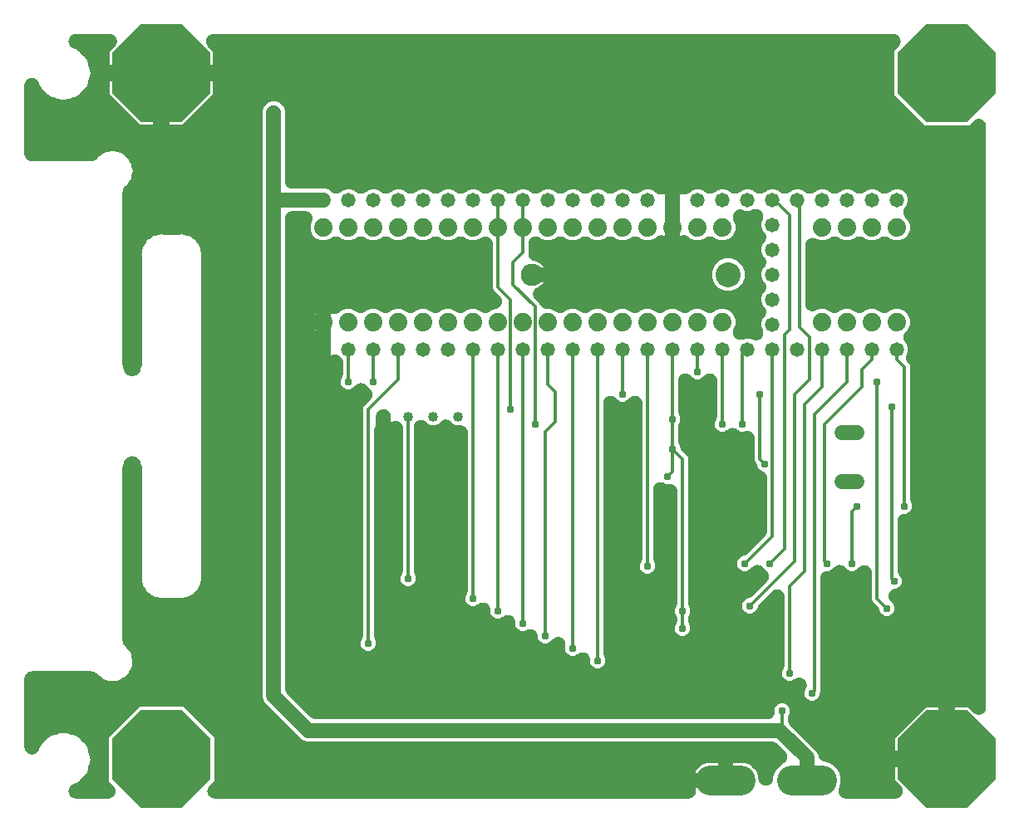
<source format=gbr>
G04 EAGLE Gerber RS-274X export*
G75*
%MOMM*%
%FSLAX34Y34*%
%LPD*%
%INBottom Copper*%
%IPPOS*%
%AMOC8*
5,1,8,0,0,1.08239X$1,22.5*%
G01*
%ADD10C,3.048000*%
%ADD11C,1.879600*%
%ADD12P,10.823900X8X22.500000*%
%ADD13C,1.524000*%
%ADD14C,2.286000*%
%ADD15C,2.540000*%
%ADD16C,1.473200*%
%ADD17R,1.016000X1.016000*%
%ADD18C,1.016000*%
%ADD19C,0.787400*%
%ADD20C,0.304800*%
%ADD21C,1.524000*%

G36*
X268378Y192255D02*
X268378Y192255D01*
X268509Y192253D01*
X268767Y192275D01*
X269026Y192289D01*
X269156Y192309D01*
X269287Y192320D01*
X269541Y192368D01*
X269798Y192408D01*
X269925Y192441D01*
X270054Y192466D01*
X270302Y192540D01*
X270553Y192606D01*
X270675Y192652D01*
X270801Y192690D01*
X271041Y192789D01*
X271283Y192880D01*
X271401Y192938D01*
X271522Y192989D01*
X271750Y193112D01*
X271982Y193227D01*
X272093Y193297D01*
X272209Y193360D01*
X272423Y193506D01*
X272642Y193644D01*
X272745Y193725D01*
X272854Y193799D01*
X273052Y193966D01*
X273256Y194127D01*
X273350Y194218D01*
X273450Y194302D01*
X273630Y194489D01*
X273817Y194669D01*
X273902Y194770D01*
X273993Y194864D01*
X274152Y195068D01*
X274319Y195266D01*
X274393Y195375D01*
X274474Y195478D01*
X274613Y195697D01*
X274758Y195911D01*
X274821Y196027D01*
X274891Y196138D01*
X275006Y196370D01*
X275129Y196598D01*
X275179Y196720D01*
X275237Y196837D01*
X275328Y197080D01*
X275427Y197320D01*
X275465Y197446D01*
X275511Y197568D01*
X275576Y197819D01*
X275650Y198067D01*
X275675Y198197D01*
X275708Y198323D01*
X275747Y198580D01*
X275796Y198834D01*
X275807Y198965D01*
X275827Y199095D01*
X275840Y199354D01*
X275862Y199612D01*
X275860Y199743D01*
X275866Y199874D01*
X275853Y200133D01*
X275848Y200392D01*
X275832Y200523D01*
X275826Y200654D01*
X275786Y200910D01*
X275755Y201167D01*
X275726Y201295D01*
X275705Y201425D01*
X275640Y201675D01*
X275582Y201928D01*
X275540Y202053D01*
X275507Y202180D01*
X275416Y202422D01*
X275333Y202668D01*
X275279Y202787D01*
X275232Y202910D01*
X275117Y203142D01*
X275009Y203378D01*
X274943Y203492D01*
X274885Y203609D01*
X274746Y203828D01*
X274615Y204052D01*
X274537Y204157D01*
X274467Y204268D01*
X274307Y204472D01*
X274153Y204681D01*
X274065Y204779D01*
X273984Y204882D01*
X273635Y205256D01*
X268769Y210121D01*
X268769Y254699D01*
X300291Y286221D01*
X344869Y286221D01*
X376391Y254699D01*
X376391Y210121D01*
X371525Y205256D01*
X371438Y205158D01*
X371343Y205067D01*
X371176Y204868D01*
X371003Y204676D01*
X370925Y204570D01*
X370841Y204470D01*
X370695Y204255D01*
X370542Y204046D01*
X370475Y203933D01*
X370402Y203824D01*
X370279Y203596D01*
X370148Y203373D01*
X370093Y203253D01*
X370031Y203138D01*
X369932Y202898D01*
X369825Y202662D01*
X369783Y202538D01*
X369733Y202416D01*
X369658Y202167D01*
X369576Y201922D01*
X369547Y201795D01*
X369510Y201668D01*
X369461Y201414D01*
X369404Y201161D01*
X369389Y201031D01*
X369364Y200902D01*
X369342Y200644D01*
X369311Y200386D01*
X369309Y200255D01*
X369298Y200124D01*
X369303Y199865D01*
X369298Y199606D01*
X369310Y199475D01*
X369312Y199344D01*
X369343Y199086D01*
X369365Y198828D01*
X369390Y198699D01*
X369405Y198569D01*
X369463Y198316D01*
X369511Y198061D01*
X369549Y197936D01*
X369578Y197808D01*
X369660Y197562D01*
X369735Y197314D01*
X369785Y197192D01*
X369827Y197068D01*
X369934Y196832D01*
X370034Y196593D01*
X370096Y196477D01*
X370151Y196358D01*
X370282Y196134D01*
X370405Y195906D01*
X370479Y195798D01*
X370545Y195684D01*
X370698Y195475D01*
X370844Y195261D01*
X370929Y195161D01*
X371007Y195055D01*
X371180Y194863D01*
X371347Y194664D01*
X371442Y194573D01*
X371530Y194476D01*
X371722Y194303D01*
X371909Y194122D01*
X372012Y194041D01*
X372110Y193953D01*
X372319Y193801D01*
X372523Y193641D01*
X372634Y193571D01*
X372740Y193493D01*
X372964Y193362D01*
X373183Y193224D01*
X373301Y193166D01*
X373414Y193100D01*
X373650Y192993D01*
X373882Y192877D01*
X374005Y192832D01*
X374125Y192777D01*
X374371Y192695D01*
X374613Y192604D01*
X374740Y192571D01*
X374865Y192529D01*
X375118Y192472D01*
X375369Y192407D01*
X375498Y192387D01*
X375626Y192358D01*
X375884Y192328D01*
X376140Y192288D01*
X376271Y192281D01*
X376401Y192266D01*
X376913Y192249D01*
X859570Y192249D01*
X859590Y192250D01*
X859610Y192249D01*
X859981Y192270D01*
X860349Y192289D01*
X860369Y192292D01*
X860389Y192293D01*
X860754Y192351D01*
X861120Y192408D01*
X861140Y192413D01*
X861160Y192417D01*
X861515Y192512D01*
X861875Y192606D01*
X861894Y192613D01*
X861914Y192618D01*
X862258Y192749D01*
X862606Y192880D01*
X862624Y192889D01*
X862643Y192896D01*
X862974Y193062D01*
X863305Y193227D01*
X863322Y193238D01*
X863340Y193247D01*
X863652Y193447D01*
X863965Y193644D01*
X863981Y193657D01*
X863998Y193668D01*
X864287Y193897D01*
X864579Y194127D01*
X864593Y194141D01*
X864609Y194153D01*
X864873Y194411D01*
X865140Y194669D01*
X865153Y194685D01*
X865167Y194699D01*
X865404Y194983D01*
X865642Y195266D01*
X865654Y195283D01*
X865667Y195298D01*
X865873Y195605D01*
X866081Y195911D01*
X866091Y195929D01*
X866102Y195946D01*
X866276Y196272D01*
X866452Y196598D01*
X866460Y196617D01*
X866469Y196635D01*
X866608Y196976D01*
X866750Y197320D01*
X866756Y197339D01*
X866764Y197358D01*
X866867Y197712D01*
X866973Y198067D01*
X866977Y198087D01*
X866983Y198107D01*
X867050Y198470D01*
X867119Y198834D01*
X867120Y198854D01*
X867124Y198874D01*
X867153Y199243D01*
X867185Y199612D01*
X867184Y199632D01*
X867186Y199652D01*
X867177Y200023D01*
X867171Y200392D01*
X867169Y200412D01*
X867168Y200432D01*
X867122Y200800D01*
X867077Y201167D01*
X867073Y201187D01*
X867070Y201207D01*
X866987Y201566D01*
X866905Y201928D01*
X866899Y201948D01*
X866894Y201967D01*
X866774Y202317D01*
X866656Y202668D01*
X866648Y202686D01*
X866641Y202705D01*
X866434Y203174D01*
X866354Y203341D01*
X897660Y203341D01*
X897922Y203354D01*
X898184Y203359D01*
X898311Y203374D01*
X898439Y203381D01*
X898699Y203421D01*
X898959Y203452D01*
X899084Y203480D01*
X899210Y203500D01*
X899464Y203567D01*
X899720Y203624D01*
X899841Y203665D01*
X899965Y203698D01*
X900211Y203790D01*
X900460Y203874D01*
X900576Y203927D01*
X900696Y203972D01*
X900931Y204088D01*
X901170Y204197D01*
X901281Y204262D01*
X901395Y204319D01*
X901617Y204459D01*
X901843Y204592D01*
X901947Y204668D01*
X902055Y204736D01*
X902261Y204898D01*
X902473Y205053D01*
X902568Y205139D01*
X902669Y205218D01*
X902857Y205401D01*
X903052Y205577D01*
X903138Y205672D01*
X903230Y205761D01*
X903399Y205962D01*
X903575Y206157D01*
X903650Y206260D01*
X903733Y206358D01*
X903880Y206576D01*
X904035Y206787D01*
X904099Y206898D01*
X904172Y207004D01*
X904296Y207235D01*
X904428Y207461D01*
X904481Y207578D01*
X904542Y207691D01*
X904642Y207933D01*
X904751Y208172D01*
X904792Y208294D01*
X904841Y208412D01*
X904916Y208664D01*
X904999Y208912D01*
X905027Y209037D01*
X905064Y209160D01*
X905113Y209418D01*
X905170Y209674D01*
X905185Y209801D01*
X905209Y209927D01*
X905231Y210188D01*
X905262Y210449D01*
X905268Y210621D01*
X905275Y210704D01*
X905274Y210788D01*
X905279Y210960D01*
X905279Y228741D01*
X913899Y228741D01*
X915883Y228517D01*
X917830Y228073D01*
X919715Y227413D01*
X921515Y226547D01*
X923205Y225484D01*
X924767Y224239D01*
X926179Y222827D01*
X927424Y221265D01*
X928487Y219575D01*
X929353Y217775D01*
X930013Y215890D01*
X930457Y213943D01*
X930679Y211977D01*
X930736Y211629D01*
X930790Y211279D01*
X930800Y211243D01*
X930806Y211207D01*
X930899Y210866D01*
X930988Y210524D01*
X931001Y210489D01*
X931011Y210454D01*
X931138Y210124D01*
X931262Y209793D01*
X931278Y209760D01*
X931292Y209726D01*
X931452Y209411D01*
X931609Y209094D01*
X931629Y209063D01*
X931646Y209030D01*
X931838Y208733D01*
X932026Y208435D01*
X932049Y208405D01*
X932069Y208374D01*
X932290Y208099D01*
X932509Y207821D01*
X932534Y207794D01*
X932557Y207765D01*
X932805Y207515D01*
X933051Y207260D01*
X933079Y207236D01*
X933105Y207210D01*
X933377Y206985D01*
X933648Y206757D01*
X933679Y206736D01*
X933707Y206713D01*
X934001Y206517D01*
X934294Y206318D01*
X934326Y206301D01*
X934357Y206280D01*
X934669Y206116D01*
X934980Y205948D01*
X935015Y205934D01*
X935047Y205916D01*
X935374Y205785D01*
X935702Y205649D01*
X935737Y205639D01*
X935771Y205625D01*
X936109Y205528D01*
X936450Y205426D01*
X936486Y205419D01*
X936521Y205409D01*
X936869Y205347D01*
X937216Y205281D01*
X937253Y205278D01*
X937290Y205271D01*
X937643Y205245D01*
X937994Y205215D01*
X938031Y205215D01*
X938068Y205213D01*
X938421Y205222D01*
X938774Y205229D01*
X938811Y205233D01*
X938848Y205234D01*
X939199Y205280D01*
X939549Y205322D01*
X939585Y205330D01*
X939622Y205335D01*
X939966Y205416D01*
X940310Y205494D01*
X940345Y205506D01*
X940382Y205515D01*
X940716Y205631D01*
X941050Y205744D01*
X941084Y205759D01*
X941119Y205771D01*
X941439Y205921D01*
X941760Y206067D01*
X941792Y206086D01*
X941826Y206102D01*
X942129Y206283D01*
X942434Y206462D01*
X942463Y206484D01*
X942495Y206503D01*
X942778Y206714D01*
X943063Y206923D01*
X943091Y206948D01*
X943120Y206970D01*
X943379Y207209D01*
X943642Y207447D01*
X943667Y207474D01*
X943694Y207499D01*
X943928Y207764D01*
X944165Y208026D01*
X944186Y208056D01*
X944211Y208084D01*
X944417Y208372D01*
X944625Y208657D01*
X944643Y208689D01*
X944665Y208719D01*
X944841Y209027D01*
X945018Y209331D01*
X945034Y209364D01*
X945052Y209397D01*
X945195Y209719D01*
X945341Y210042D01*
X945353Y210077D01*
X945367Y210110D01*
X945476Y210446D01*
X945589Y210782D01*
X945597Y210818D01*
X945608Y210853D01*
X945682Y211197D01*
X945760Y211543D01*
X945764Y211580D01*
X945772Y211616D01*
X945810Y211967D01*
X945852Y212318D01*
X945854Y212364D01*
X945857Y212392D01*
X945857Y212470D01*
X945869Y212830D01*
X945869Y213468D01*
X947168Y218313D01*
X949676Y222657D01*
X953223Y226204D01*
X956369Y228021D01*
X956444Y228069D01*
X956522Y228111D01*
X956771Y228281D01*
X957024Y228445D01*
X957093Y228501D01*
X957167Y228551D01*
X957397Y228745D01*
X957633Y228935D01*
X957696Y228997D01*
X957763Y229054D01*
X957973Y229271D01*
X958187Y229483D01*
X958244Y229552D01*
X958305Y229616D01*
X958492Y229853D01*
X958683Y230086D01*
X958732Y230160D01*
X958787Y230230D01*
X958948Y230485D01*
X959115Y230736D01*
X959156Y230815D01*
X959204Y230890D01*
X959338Y231160D01*
X959478Y231427D01*
X959511Y231509D01*
X959550Y231589D01*
X959656Y231872D01*
X959768Y232152D01*
X959793Y232237D01*
X959824Y232320D01*
X959900Y232612D01*
X959983Y232902D01*
X959998Y232989D01*
X960021Y233075D01*
X960067Y233374D01*
X960120Y233671D01*
X960126Y233759D01*
X960140Y233846D01*
X960155Y234148D01*
X960177Y234449D01*
X960174Y234538D01*
X960179Y234626D01*
X960163Y234927D01*
X960155Y235229D01*
X960143Y235317D01*
X960138Y235405D01*
X960092Y235703D01*
X960052Y236003D01*
X960032Y236089D01*
X960018Y236177D01*
X959942Y236467D01*
X959872Y236762D01*
X959842Y236846D01*
X959820Y236931D01*
X959714Y237214D01*
X959614Y237499D01*
X959576Y237579D01*
X959545Y237662D01*
X959411Y237932D01*
X959282Y238205D01*
X959237Y238281D01*
X959197Y238361D01*
X959036Y238616D01*
X958880Y238874D01*
X958827Y238945D01*
X958780Y239020D01*
X958593Y239257D01*
X958412Y239499D01*
X958352Y239564D01*
X958297Y239633D01*
X957947Y240007D01*
X949997Y247958D01*
X949995Y247960D01*
X949992Y247962D01*
X949720Y248208D01*
X949417Y248481D01*
X949415Y248482D01*
X949413Y248485D01*
X949116Y248701D01*
X948788Y248941D01*
X948785Y248943D01*
X948782Y248945D01*
X948453Y249137D01*
X948114Y249335D01*
X948111Y249337D01*
X948108Y249338D01*
X947751Y249500D01*
X947403Y249658D01*
X947400Y249659D01*
X947397Y249661D01*
X947040Y249781D01*
X946664Y249907D01*
X946660Y249908D01*
X946657Y249909D01*
X946292Y249991D01*
X945902Y250079D01*
X945899Y250079D01*
X945896Y250080D01*
X945528Y250124D01*
X945127Y250172D01*
X945124Y250172D01*
X945121Y250172D01*
X944609Y250189D01*
X470166Y250189D01*
X465965Y251930D01*
X427190Y290705D01*
X425449Y294906D01*
X425449Y893814D01*
X427190Y898015D01*
X430405Y901230D01*
X434606Y902971D01*
X439154Y902971D01*
X443355Y901230D01*
X446570Y898015D01*
X448311Y893814D01*
X448311Y821690D01*
X448324Y821428D01*
X448329Y821166D01*
X448344Y821039D01*
X448351Y820911D01*
X448391Y820651D01*
X448422Y820391D01*
X448451Y820266D01*
X448470Y820139D01*
X448537Y819885D01*
X448595Y819630D01*
X448636Y819508D01*
X448668Y819384D01*
X448760Y819138D01*
X448844Y818890D01*
X448897Y818773D01*
X448942Y818653D01*
X449059Y818419D01*
X449167Y818180D01*
X449232Y818069D01*
X449289Y817955D01*
X449429Y817733D01*
X449562Y817506D01*
X449638Y817403D01*
X449706Y817295D01*
X449868Y817088D01*
X450023Y816877D01*
X450109Y816782D01*
X450189Y816681D01*
X450371Y816492D01*
X450547Y816298D01*
X450642Y816212D01*
X450731Y816120D01*
X450932Y815951D01*
X451127Y815775D01*
X451230Y815700D01*
X451328Y815617D01*
X451545Y815470D01*
X451757Y815315D01*
X451867Y815251D01*
X451973Y815179D01*
X452205Y815054D01*
X452431Y814922D01*
X452548Y814869D01*
X452660Y814808D01*
X452903Y814708D01*
X453142Y814599D01*
X453263Y814559D01*
X453382Y814510D01*
X453633Y814434D01*
X453882Y814351D01*
X454007Y814323D01*
X454129Y814287D01*
X454388Y814238D01*
X454643Y814180D01*
X454770Y814165D01*
X454896Y814141D01*
X455158Y814119D01*
X455418Y814088D01*
X455590Y814082D01*
X455674Y814075D01*
X455758Y814077D01*
X455930Y814071D01*
X489954Y814071D01*
X494155Y812330D01*
X495172Y811314D01*
X495367Y811138D01*
X495556Y810955D01*
X495656Y810876D01*
X495751Y810791D01*
X495963Y810636D01*
X496170Y810474D01*
X496278Y810405D01*
X496381Y810330D01*
X496608Y810197D01*
X496830Y810057D01*
X496944Y810000D01*
X497055Y809936D01*
X497294Y809827D01*
X497529Y809711D01*
X497649Y809666D01*
X497765Y809613D01*
X498014Y809529D01*
X498260Y809437D01*
X498384Y809405D01*
X498505Y809364D01*
X498761Y809306D01*
X499015Y809240D01*
X499142Y809221D01*
X499267Y809192D01*
X499527Y809161D01*
X499787Y809121D01*
X499914Y809115D01*
X500042Y809099D01*
X500304Y809095D01*
X500566Y809082D01*
X500694Y809089D01*
X500822Y809086D01*
X501084Y809109D01*
X501345Y809122D01*
X501472Y809142D01*
X501599Y809153D01*
X501858Y809202D01*
X502117Y809243D01*
X502240Y809275D01*
X502366Y809299D01*
X502618Y809374D01*
X502871Y809441D01*
X502991Y809486D01*
X503114Y809523D01*
X503356Y809623D01*
X503602Y809716D01*
X503717Y809773D01*
X503835Y809822D01*
X504066Y809947D01*
X504301Y810064D01*
X504409Y810132D01*
X504521Y810193D01*
X504738Y810341D01*
X504960Y810481D01*
X505061Y810560D01*
X505166Y810632D01*
X505367Y810802D01*
X505573Y810964D01*
X505699Y811081D01*
X505763Y811135D01*
X505822Y811196D01*
X505947Y811314D01*
X506749Y812115D01*
X510857Y813817D01*
X515303Y813817D01*
X519411Y812115D01*
X520392Y811134D01*
X520587Y810958D01*
X520776Y810776D01*
X520877Y810697D01*
X520972Y810611D01*
X521184Y810456D01*
X521390Y810294D01*
X521498Y810226D01*
X521602Y810150D01*
X521828Y810018D01*
X522050Y809878D01*
X522165Y809821D01*
X522275Y809756D01*
X522515Y809647D01*
X522749Y809531D01*
X522869Y809486D01*
X522986Y809433D01*
X523235Y809349D01*
X523480Y809258D01*
X523604Y809225D01*
X523726Y809184D01*
X523982Y809127D01*
X524236Y809060D01*
X524362Y809041D01*
X524487Y809013D01*
X524748Y808982D01*
X525007Y808942D01*
X525135Y808935D01*
X525262Y808920D01*
X525524Y808915D01*
X525786Y808902D01*
X525914Y808909D01*
X526042Y808907D01*
X526303Y808929D01*
X526566Y808943D01*
X526693Y808963D01*
X526820Y808974D01*
X527078Y809023D01*
X527337Y809063D01*
X527461Y809096D01*
X527587Y809120D01*
X527838Y809195D01*
X528092Y809261D01*
X528212Y809306D01*
X528334Y809343D01*
X528577Y809444D01*
X528822Y809536D01*
X528937Y809593D01*
X529055Y809642D01*
X529286Y809767D01*
X529521Y809884D01*
X529629Y809952D01*
X529742Y810013D01*
X529959Y810161D01*
X530180Y810301D01*
X530281Y810381D01*
X530387Y810453D01*
X530588Y810622D01*
X530794Y810784D01*
X530919Y810902D01*
X530984Y810956D01*
X531042Y811016D01*
X531168Y811134D01*
X532149Y812115D01*
X536257Y813817D01*
X540703Y813817D01*
X544811Y812115D01*
X545792Y811134D01*
X545987Y810958D01*
X546176Y810776D01*
X546277Y810697D01*
X546372Y810611D01*
X546584Y810456D01*
X546790Y810294D01*
X546898Y810226D01*
X547002Y810150D01*
X547228Y810018D01*
X547450Y809878D01*
X547565Y809821D01*
X547675Y809756D01*
X547915Y809647D01*
X548149Y809531D01*
X548269Y809486D01*
X548386Y809433D01*
X548635Y809349D01*
X548880Y809258D01*
X549004Y809225D01*
X549126Y809184D01*
X549382Y809127D01*
X549636Y809060D01*
X549762Y809041D01*
X549887Y809013D01*
X550148Y808982D01*
X550407Y808942D01*
X550535Y808935D01*
X550662Y808920D01*
X550924Y808915D01*
X551186Y808902D01*
X551314Y808909D01*
X551442Y808907D01*
X551703Y808929D01*
X551966Y808943D01*
X552093Y808963D01*
X552220Y808974D01*
X552478Y809023D01*
X552737Y809063D01*
X552861Y809096D01*
X552987Y809120D01*
X553238Y809195D01*
X553492Y809261D01*
X553612Y809306D01*
X553734Y809343D01*
X553977Y809444D01*
X554222Y809536D01*
X554337Y809593D01*
X554455Y809642D01*
X554686Y809767D01*
X554921Y809884D01*
X555029Y809952D01*
X555142Y810013D01*
X555359Y810161D01*
X555580Y810301D01*
X555681Y810381D01*
X555787Y810453D01*
X555988Y810622D01*
X556194Y810784D01*
X556319Y810902D01*
X556384Y810956D01*
X556442Y811016D01*
X556568Y811134D01*
X557549Y812115D01*
X561657Y813817D01*
X566103Y813817D01*
X570211Y812115D01*
X571192Y811134D01*
X571387Y810958D01*
X571576Y810776D01*
X571677Y810697D01*
X571772Y810611D01*
X571984Y810456D01*
X572190Y810294D01*
X572298Y810226D01*
X572402Y810150D01*
X572628Y810018D01*
X572850Y809878D01*
X572965Y809821D01*
X573075Y809756D01*
X573315Y809647D01*
X573549Y809531D01*
X573669Y809486D01*
X573786Y809433D01*
X574035Y809349D01*
X574280Y809258D01*
X574404Y809225D01*
X574526Y809184D01*
X574782Y809127D01*
X575036Y809060D01*
X575162Y809041D01*
X575287Y809013D01*
X575548Y808982D01*
X575807Y808942D01*
X575935Y808935D01*
X576062Y808920D01*
X576324Y808915D01*
X576586Y808902D01*
X576714Y808909D01*
X576842Y808907D01*
X577103Y808929D01*
X577366Y808943D01*
X577493Y808963D01*
X577620Y808974D01*
X577878Y809023D01*
X578137Y809063D01*
X578261Y809096D01*
X578387Y809120D01*
X578638Y809195D01*
X578892Y809261D01*
X579012Y809306D01*
X579134Y809343D01*
X579377Y809444D01*
X579622Y809536D01*
X579737Y809593D01*
X579855Y809642D01*
X580086Y809767D01*
X580321Y809884D01*
X580429Y809952D01*
X580542Y810013D01*
X580759Y810161D01*
X580980Y810301D01*
X581081Y810381D01*
X581187Y810453D01*
X581388Y810622D01*
X581594Y810784D01*
X581719Y810902D01*
X581784Y810956D01*
X581842Y811016D01*
X581968Y811134D01*
X582949Y812115D01*
X587057Y813817D01*
X591503Y813817D01*
X595611Y812115D01*
X596592Y811134D01*
X596787Y810958D01*
X596976Y810776D01*
X597077Y810697D01*
X597172Y810611D01*
X597384Y810456D01*
X597590Y810294D01*
X597698Y810226D01*
X597802Y810150D01*
X598028Y810018D01*
X598250Y809878D01*
X598365Y809821D01*
X598475Y809756D01*
X598715Y809647D01*
X598949Y809531D01*
X599069Y809486D01*
X599186Y809433D01*
X599435Y809349D01*
X599680Y809258D01*
X599804Y809225D01*
X599926Y809184D01*
X600182Y809127D01*
X600436Y809060D01*
X600562Y809041D01*
X600687Y809013D01*
X600948Y808982D01*
X601207Y808942D01*
X601335Y808935D01*
X601462Y808920D01*
X601724Y808915D01*
X601986Y808902D01*
X602114Y808909D01*
X602242Y808907D01*
X602503Y808929D01*
X602766Y808943D01*
X602893Y808963D01*
X603020Y808974D01*
X603278Y809023D01*
X603537Y809063D01*
X603661Y809096D01*
X603787Y809120D01*
X604038Y809195D01*
X604292Y809261D01*
X604412Y809306D01*
X604534Y809343D01*
X604777Y809444D01*
X605022Y809536D01*
X605137Y809593D01*
X605255Y809642D01*
X605486Y809767D01*
X605721Y809884D01*
X605829Y809952D01*
X605942Y810013D01*
X606159Y810161D01*
X606380Y810301D01*
X606481Y810381D01*
X606587Y810453D01*
X606788Y810622D01*
X606994Y810784D01*
X607119Y810902D01*
X607184Y810956D01*
X607242Y811016D01*
X607368Y811134D01*
X608349Y812115D01*
X612457Y813817D01*
X616903Y813817D01*
X621011Y812115D01*
X621992Y811134D01*
X622187Y810958D01*
X622376Y810776D01*
X622477Y810697D01*
X622572Y810611D01*
X622784Y810456D01*
X622990Y810294D01*
X623098Y810226D01*
X623202Y810150D01*
X623428Y810018D01*
X623650Y809878D01*
X623765Y809821D01*
X623875Y809756D01*
X624115Y809647D01*
X624349Y809531D01*
X624469Y809486D01*
X624586Y809433D01*
X624835Y809349D01*
X625080Y809258D01*
X625204Y809225D01*
X625326Y809184D01*
X625582Y809127D01*
X625836Y809060D01*
X625962Y809041D01*
X626087Y809013D01*
X626348Y808982D01*
X626607Y808942D01*
X626735Y808935D01*
X626862Y808920D01*
X627124Y808915D01*
X627386Y808902D01*
X627514Y808909D01*
X627642Y808907D01*
X627903Y808929D01*
X628166Y808943D01*
X628293Y808963D01*
X628420Y808974D01*
X628678Y809023D01*
X628937Y809063D01*
X629061Y809096D01*
X629187Y809120D01*
X629438Y809195D01*
X629692Y809261D01*
X629812Y809306D01*
X629934Y809343D01*
X630177Y809444D01*
X630422Y809536D01*
X630537Y809593D01*
X630655Y809642D01*
X630886Y809767D01*
X631121Y809884D01*
X631229Y809952D01*
X631342Y810013D01*
X631559Y810161D01*
X631780Y810301D01*
X631881Y810381D01*
X631987Y810453D01*
X632188Y810622D01*
X632394Y810784D01*
X632519Y810902D01*
X632584Y810956D01*
X632642Y811016D01*
X632768Y811134D01*
X633749Y812115D01*
X637857Y813817D01*
X642303Y813817D01*
X646411Y812115D01*
X647392Y811134D01*
X647587Y810958D01*
X647776Y810776D01*
X647877Y810697D01*
X647972Y810611D01*
X648184Y810456D01*
X648390Y810294D01*
X648498Y810226D01*
X648602Y810150D01*
X648828Y810018D01*
X649050Y809878D01*
X649165Y809821D01*
X649275Y809756D01*
X649515Y809647D01*
X649749Y809531D01*
X649869Y809486D01*
X649986Y809433D01*
X650235Y809349D01*
X650480Y809258D01*
X650604Y809225D01*
X650726Y809184D01*
X650982Y809127D01*
X651236Y809060D01*
X651362Y809041D01*
X651487Y809013D01*
X651748Y808982D01*
X652007Y808942D01*
X652135Y808935D01*
X652262Y808920D01*
X652524Y808915D01*
X652786Y808902D01*
X652914Y808909D01*
X653042Y808907D01*
X653303Y808929D01*
X653566Y808943D01*
X653693Y808963D01*
X653820Y808974D01*
X654078Y809023D01*
X654337Y809063D01*
X654461Y809096D01*
X654587Y809120D01*
X654838Y809195D01*
X655092Y809261D01*
X655212Y809306D01*
X655334Y809343D01*
X655577Y809444D01*
X655822Y809536D01*
X655937Y809593D01*
X656055Y809642D01*
X656286Y809767D01*
X656521Y809884D01*
X656629Y809952D01*
X656742Y810013D01*
X656959Y810161D01*
X657180Y810301D01*
X657281Y810381D01*
X657387Y810453D01*
X657588Y810622D01*
X657794Y810784D01*
X657919Y810902D01*
X657984Y810956D01*
X658042Y811016D01*
X658168Y811134D01*
X659149Y812115D01*
X663257Y813817D01*
X667703Y813817D01*
X671811Y812115D01*
X672792Y811134D01*
X672987Y810958D01*
X673176Y810776D01*
X673277Y810697D01*
X673372Y810611D01*
X673584Y810456D01*
X673790Y810294D01*
X673898Y810226D01*
X674002Y810150D01*
X674228Y810018D01*
X674450Y809878D01*
X674565Y809821D01*
X674675Y809756D01*
X674915Y809647D01*
X675149Y809531D01*
X675269Y809486D01*
X675386Y809433D01*
X675635Y809349D01*
X675880Y809258D01*
X676004Y809225D01*
X676126Y809184D01*
X676382Y809127D01*
X676636Y809060D01*
X676762Y809041D01*
X676887Y809013D01*
X677148Y808982D01*
X677407Y808942D01*
X677535Y808935D01*
X677662Y808920D01*
X677924Y808915D01*
X678186Y808902D01*
X678314Y808909D01*
X678442Y808907D01*
X678703Y808929D01*
X678966Y808943D01*
X679093Y808963D01*
X679220Y808974D01*
X679478Y809023D01*
X679737Y809063D01*
X679861Y809096D01*
X679987Y809120D01*
X680238Y809195D01*
X680492Y809261D01*
X680612Y809306D01*
X680734Y809343D01*
X680977Y809444D01*
X681222Y809536D01*
X681337Y809593D01*
X681455Y809642D01*
X681686Y809767D01*
X681921Y809884D01*
X682029Y809952D01*
X682142Y810013D01*
X682359Y810161D01*
X682580Y810301D01*
X682681Y810381D01*
X682787Y810453D01*
X682988Y810622D01*
X683194Y810784D01*
X683319Y810902D01*
X683384Y810956D01*
X683442Y811016D01*
X683568Y811134D01*
X684549Y812115D01*
X688657Y813817D01*
X693103Y813817D01*
X697211Y812115D01*
X698192Y811134D01*
X698387Y810958D01*
X698576Y810776D01*
X698677Y810697D01*
X698772Y810611D01*
X698984Y810456D01*
X699190Y810294D01*
X699298Y810226D01*
X699402Y810150D01*
X699628Y810018D01*
X699850Y809878D01*
X699965Y809821D01*
X700075Y809756D01*
X700315Y809647D01*
X700549Y809531D01*
X700669Y809486D01*
X700786Y809433D01*
X701035Y809349D01*
X701280Y809258D01*
X701404Y809225D01*
X701526Y809184D01*
X701782Y809127D01*
X702036Y809060D01*
X702162Y809041D01*
X702287Y809013D01*
X702548Y808982D01*
X702807Y808942D01*
X702935Y808935D01*
X703062Y808920D01*
X703324Y808915D01*
X703586Y808902D01*
X703714Y808909D01*
X703842Y808907D01*
X704103Y808929D01*
X704366Y808943D01*
X704493Y808963D01*
X704620Y808974D01*
X704878Y809023D01*
X705137Y809063D01*
X705261Y809096D01*
X705387Y809120D01*
X705638Y809195D01*
X705892Y809261D01*
X706012Y809306D01*
X706134Y809343D01*
X706377Y809444D01*
X706622Y809536D01*
X706737Y809593D01*
X706855Y809642D01*
X707086Y809767D01*
X707321Y809884D01*
X707429Y809952D01*
X707542Y810013D01*
X707759Y810161D01*
X707980Y810301D01*
X708081Y810381D01*
X708187Y810453D01*
X708388Y810622D01*
X708594Y810784D01*
X708719Y810902D01*
X708784Y810956D01*
X708842Y811016D01*
X708968Y811134D01*
X709949Y812115D01*
X714057Y813817D01*
X718503Y813817D01*
X722611Y812115D01*
X723592Y811134D01*
X723787Y810958D01*
X723976Y810776D01*
X724077Y810697D01*
X724172Y810611D01*
X724384Y810456D01*
X724590Y810294D01*
X724698Y810226D01*
X724802Y810150D01*
X725028Y810018D01*
X725250Y809878D01*
X725365Y809821D01*
X725475Y809756D01*
X725715Y809647D01*
X725949Y809531D01*
X726069Y809486D01*
X726186Y809433D01*
X726435Y809349D01*
X726680Y809258D01*
X726804Y809225D01*
X726926Y809184D01*
X727182Y809127D01*
X727436Y809060D01*
X727562Y809041D01*
X727687Y809013D01*
X727948Y808982D01*
X728207Y808942D01*
X728335Y808935D01*
X728462Y808920D01*
X728724Y808915D01*
X728986Y808902D01*
X729114Y808909D01*
X729242Y808907D01*
X729503Y808929D01*
X729766Y808943D01*
X729893Y808963D01*
X730020Y808974D01*
X730278Y809023D01*
X730537Y809063D01*
X730661Y809096D01*
X730787Y809120D01*
X731038Y809195D01*
X731292Y809261D01*
X731412Y809306D01*
X731534Y809343D01*
X731777Y809444D01*
X732022Y809536D01*
X732137Y809593D01*
X732255Y809642D01*
X732486Y809767D01*
X732721Y809884D01*
X732829Y809952D01*
X732942Y810013D01*
X733159Y810161D01*
X733380Y810301D01*
X733481Y810381D01*
X733587Y810453D01*
X733788Y810622D01*
X733994Y810784D01*
X734119Y810902D01*
X734184Y810956D01*
X734242Y811016D01*
X734368Y811134D01*
X735349Y812115D01*
X739457Y813817D01*
X743903Y813817D01*
X748011Y812115D01*
X748992Y811134D01*
X749187Y810958D01*
X749376Y810776D01*
X749477Y810697D01*
X749572Y810611D01*
X749784Y810456D01*
X749990Y810294D01*
X750098Y810226D01*
X750202Y810150D01*
X750428Y810018D01*
X750650Y809878D01*
X750765Y809821D01*
X750875Y809756D01*
X751115Y809647D01*
X751349Y809531D01*
X751469Y809486D01*
X751586Y809433D01*
X751835Y809349D01*
X752080Y809258D01*
X752204Y809225D01*
X752326Y809184D01*
X752582Y809127D01*
X752836Y809060D01*
X752962Y809041D01*
X753087Y809013D01*
X753348Y808982D01*
X753607Y808942D01*
X753735Y808935D01*
X753862Y808920D01*
X754124Y808915D01*
X754386Y808902D01*
X754514Y808909D01*
X754642Y808907D01*
X754903Y808929D01*
X755166Y808943D01*
X755293Y808963D01*
X755420Y808974D01*
X755678Y809023D01*
X755937Y809063D01*
X756061Y809096D01*
X756187Y809120D01*
X756438Y809195D01*
X756692Y809261D01*
X756812Y809306D01*
X756934Y809343D01*
X757177Y809444D01*
X757422Y809536D01*
X757537Y809593D01*
X757655Y809642D01*
X757886Y809767D01*
X758121Y809884D01*
X758229Y809952D01*
X758342Y810013D01*
X758559Y810161D01*
X758780Y810301D01*
X758881Y810381D01*
X758987Y810453D01*
X759188Y810622D01*
X759394Y810784D01*
X759519Y810902D01*
X759584Y810956D01*
X759642Y811016D01*
X759768Y811134D01*
X760749Y812115D01*
X764857Y813817D01*
X769303Y813817D01*
X773411Y812115D01*
X774392Y811134D01*
X774587Y810958D01*
X774776Y810776D01*
X774877Y810697D01*
X774972Y810611D01*
X775184Y810456D01*
X775390Y810294D01*
X775498Y810226D01*
X775602Y810150D01*
X775828Y810018D01*
X776050Y809878D01*
X776165Y809821D01*
X776275Y809756D01*
X776515Y809647D01*
X776749Y809531D01*
X776869Y809486D01*
X776986Y809433D01*
X777235Y809349D01*
X777480Y809258D01*
X777604Y809225D01*
X777726Y809184D01*
X777982Y809127D01*
X778236Y809060D01*
X778362Y809041D01*
X778487Y809013D01*
X778748Y808982D01*
X779007Y808942D01*
X779135Y808935D01*
X779262Y808920D01*
X779524Y808915D01*
X779786Y808902D01*
X779914Y808909D01*
X780042Y808907D01*
X780303Y808929D01*
X780566Y808943D01*
X780693Y808963D01*
X780820Y808974D01*
X781078Y809023D01*
X781337Y809063D01*
X781461Y809096D01*
X781587Y809120D01*
X781838Y809195D01*
X782092Y809261D01*
X782212Y809306D01*
X782334Y809343D01*
X782577Y809444D01*
X782822Y809536D01*
X782937Y809593D01*
X783055Y809642D01*
X783286Y809767D01*
X783521Y809884D01*
X783629Y809952D01*
X783742Y810013D01*
X783959Y810161D01*
X784180Y810301D01*
X784281Y810381D01*
X784387Y810453D01*
X784588Y810622D01*
X784794Y810784D01*
X784919Y810902D01*
X784984Y810956D01*
X785042Y811016D01*
X785168Y811134D01*
X786149Y812115D01*
X790257Y813817D01*
X794703Y813817D01*
X798811Y812115D01*
X799792Y811134D01*
X799987Y810958D01*
X800176Y810776D01*
X800277Y810697D01*
X800372Y810611D01*
X800584Y810456D01*
X800790Y810294D01*
X800898Y810226D01*
X801002Y810150D01*
X801228Y810018D01*
X801450Y809878D01*
X801565Y809821D01*
X801675Y809756D01*
X801915Y809647D01*
X802149Y809531D01*
X802269Y809486D01*
X802386Y809433D01*
X802635Y809349D01*
X802880Y809258D01*
X803004Y809225D01*
X803126Y809184D01*
X803382Y809127D01*
X803636Y809060D01*
X803762Y809041D01*
X803887Y809013D01*
X804148Y808982D01*
X804407Y808942D01*
X804535Y808935D01*
X804662Y808920D01*
X804924Y808915D01*
X805186Y808902D01*
X805314Y808909D01*
X805442Y808907D01*
X805703Y808929D01*
X805966Y808943D01*
X806093Y808963D01*
X806220Y808974D01*
X806478Y809023D01*
X806737Y809063D01*
X806861Y809096D01*
X806987Y809120D01*
X807238Y809195D01*
X807492Y809261D01*
X807612Y809306D01*
X807734Y809343D01*
X807977Y809444D01*
X808222Y809536D01*
X808337Y809593D01*
X808455Y809642D01*
X808686Y809767D01*
X808921Y809884D01*
X809029Y809952D01*
X809142Y810013D01*
X809359Y810161D01*
X809580Y810301D01*
X809681Y810381D01*
X809787Y810453D01*
X809988Y810622D01*
X810194Y810784D01*
X810319Y810902D01*
X810384Y810956D01*
X810442Y811016D01*
X810568Y811134D01*
X811549Y812115D01*
X815657Y813817D01*
X820103Y813817D01*
X824211Y812115D01*
X826090Y810236D01*
X826285Y810060D01*
X826474Y809878D01*
X826575Y809799D01*
X826670Y809713D01*
X826882Y809558D01*
X827088Y809396D01*
X827197Y809328D01*
X827300Y809252D01*
X827526Y809120D01*
X827749Y808979D01*
X827863Y808923D01*
X827973Y808858D01*
X828212Y808749D01*
X828448Y808633D01*
X828568Y808588D01*
X828684Y808535D01*
X828933Y808451D01*
X829179Y808359D01*
X829302Y808327D01*
X829424Y808286D01*
X829680Y808229D01*
X829934Y808162D01*
X830060Y808143D01*
X830185Y808115D01*
X830446Y808083D01*
X830705Y808044D01*
X830833Y808037D01*
X830960Y808022D01*
X831223Y808017D01*
X831485Y808004D01*
X831613Y808011D01*
X831740Y808009D01*
X832002Y808031D01*
X832264Y808045D01*
X832391Y808065D01*
X832518Y808076D01*
X832776Y808125D01*
X833035Y808165D01*
X833159Y808198D01*
X833285Y808222D01*
X833536Y808297D01*
X833790Y808364D01*
X833910Y808409D01*
X834032Y808445D01*
X834275Y808546D01*
X834521Y808638D01*
X834635Y808695D01*
X834753Y808744D01*
X834984Y808869D01*
X835219Y808986D01*
X835327Y809055D01*
X835440Y809115D01*
X835657Y809263D01*
X835661Y809265D01*
X835661Y765451D01*
X835621Y765478D01*
X835486Y765552D01*
X835356Y765634D01*
X835144Y765739D01*
X834937Y765853D01*
X834794Y765913D01*
X834656Y765981D01*
X834435Y766064D01*
X834217Y766155D01*
X834070Y766200D01*
X833925Y766254D01*
X833697Y766314D01*
X833471Y766383D01*
X833319Y766413D01*
X833170Y766451D01*
X832937Y766487D01*
X832705Y766533D01*
X832551Y766547D01*
X832399Y766570D01*
X832163Y766582D01*
X831928Y766604D01*
X831773Y766602D01*
X831619Y766610D01*
X831384Y766597D01*
X831147Y766595D01*
X830994Y766577D01*
X830840Y766569D01*
X830607Y766533D01*
X830372Y766506D01*
X830221Y766473D01*
X830069Y766449D01*
X829840Y766389D01*
X829609Y766338D01*
X829463Y766290D01*
X829314Y766251D01*
X829092Y766167D01*
X828868Y766093D01*
X828728Y766030D01*
X828583Y765976D01*
X828372Y765871D01*
X828156Y765774D01*
X828023Y765697D01*
X827885Y765628D01*
X827685Y765501D01*
X827480Y765383D01*
X827356Y765293D01*
X827225Y765211D01*
X827040Y765064D01*
X826848Y764926D01*
X826733Y764823D01*
X826612Y764728D01*
X826307Y764442D01*
X826266Y764406D01*
X826256Y764394D01*
X826238Y764378D01*
X825362Y763502D01*
X820507Y761491D01*
X815253Y761491D01*
X810365Y763516D01*
X810184Y763691D01*
X810083Y763770D01*
X809988Y763855D01*
X809776Y764010D01*
X809570Y764172D01*
X809462Y764241D01*
X809358Y764316D01*
X809132Y764449D01*
X808910Y764589D01*
X808795Y764645D01*
X808685Y764710D01*
X808445Y764819D01*
X808211Y764935D01*
X808091Y764980D01*
X807974Y765033D01*
X807725Y765117D01*
X807480Y765209D01*
X807356Y765241D01*
X807234Y765282D01*
X806978Y765340D01*
X806724Y765406D01*
X806598Y765425D01*
X806473Y765454D01*
X806212Y765485D01*
X805953Y765525D01*
X805825Y765531D01*
X805698Y765546D01*
X805436Y765551D01*
X805174Y765564D01*
X805045Y765557D01*
X804918Y765560D01*
X804657Y765537D01*
X804394Y765523D01*
X804267Y765504D01*
X804140Y765493D01*
X803883Y765444D01*
X803623Y765403D01*
X803499Y765371D01*
X803373Y765347D01*
X803122Y765271D01*
X802868Y765205D01*
X802748Y765160D01*
X802626Y765123D01*
X802383Y765022D01*
X802138Y764930D01*
X802023Y764873D01*
X801905Y764824D01*
X801674Y764699D01*
X801439Y764582D01*
X801331Y764514D01*
X801218Y764453D01*
X801001Y764305D01*
X800779Y764165D01*
X800679Y764086D01*
X800573Y764014D01*
X800373Y763845D01*
X800166Y763682D01*
X800040Y763564D01*
X799976Y763510D01*
X799973Y763507D01*
X795107Y761491D01*
X789853Y761491D01*
X784965Y763516D01*
X784784Y763691D01*
X784683Y763770D01*
X784588Y763855D01*
X784376Y764010D01*
X784170Y764172D01*
X784062Y764241D01*
X783958Y764316D01*
X783732Y764449D01*
X783510Y764589D01*
X783395Y764645D01*
X783285Y764710D01*
X783045Y764819D01*
X782811Y764935D01*
X782691Y764980D01*
X782574Y765033D01*
X782325Y765117D01*
X782080Y765209D01*
X781956Y765241D01*
X781834Y765282D01*
X781578Y765340D01*
X781324Y765406D01*
X781198Y765425D01*
X781073Y765454D01*
X780812Y765485D01*
X780553Y765525D01*
X780425Y765531D01*
X780298Y765546D01*
X780036Y765551D01*
X779774Y765564D01*
X779645Y765557D01*
X779518Y765560D01*
X779257Y765537D01*
X778994Y765523D01*
X778867Y765504D01*
X778740Y765493D01*
X778483Y765444D01*
X778223Y765403D01*
X778099Y765371D01*
X777973Y765347D01*
X777722Y765271D01*
X777468Y765205D01*
X777348Y765160D01*
X777226Y765123D01*
X776983Y765022D01*
X776738Y764930D01*
X776623Y764873D01*
X776505Y764824D01*
X776274Y764699D01*
X776039Y764582D01*
X775931Y764514D01*
X775818Y764453D01*
X775601Y764305D01*
X775379Y764165D01*
X775279Y764086D01*
X775173Y764014D01*
X774973Y763845D01*
X774766Y763682D01*
X774640Y763564D01*
X774576Y763510D01*
X774573Y763507D01*
X769707Y761491D01*
X764453Y761491D01*
X759565Y763516D01*
X759384Y763691D01*
X759283Y763770D01*
X759188Y763855D01*
X758976Y764010D01*
X758770Y764172D01*
X758662Y764241D01*
X758558Y764316D01*
X758332Y764449D01*
X758110Y764589D01*
X757995Y764645D01*
X757885Y764710D01*
X757645Y764819D01*
X757411Y764935D01*
X757291Y764980D01*
X757174Y765033D01*
X756925Y765117D01*
X756680Y765209D01*
X756556Y765241D01*
X756434Y765282D01*
X756178Y765340D01*
X755924Y765406D01*
X755798Y765425D01*
X755673Y765454D01*
X755412Y765485D01*
X755153Y765525D01*
X755025Y765531D01*
X754898Y765546D01*
X754636Y765551D01*
X754374Y765564D01*
X754245Y765557D01*
X754118Y765560D01*
X753857Y765537D01*
X753594Y765523D01*
X753467Y765504D01*
X753340Y765493D01*
X753083Y765444D01*
X752823Y765403D01*
X752699Y765371D01*
X752573Y765347D01*
X752322Y765271D01*
X752068Y765205D01*
X751948Y765160D01*
X751826Y765123D01*
X751583Y765022D01*
X751338Y764930D01*
X751223Y764873D01*
X751105Y764824D01*
X750874Y764699D01*
X750639Y764582D01*
X750531Y764514D01*
X750418Y764453D01*
X750201Y764305D01*
X749979Y764165D01*
X749879Y764086D01*
X749773Y764014D01*
X749573Y763845D01*
X749366Y763682D01*
X749240Y763564D01*
X749176Y763510D01*
X749173Y763507D01*
X744307Y761491D01*
X739053Y761491D01*
X734165Y763516D01*
X733984Y763691D01*
X733883Y763770D01*
X733788Y763855D01*
X733576Y764010D01*
X733370Y764172D01*
X733262Y764241D01*
X733158Y764316D01*
X732932Y764449D01*
X732710Y764589D01*
X732595Y764645D01*
X732485Y764710D01*
X732245Y764819D01*
X732011Y764935D01*
X731891Y764980D01*
X731774Y765033D01*
X731525Y765117D01*
X731280Y765209D01*
X731156Y765241D01*
X731034Y765282D01*
X730778Y765340D01*
X730524Y765406D01*
X730398Y765425D01*
X730273Y765454D01*
X730012Y765485D01*
X729753Y765525D01*
X729625Y765531D01*
X729498Y765546D01*
X729236Y765551D01*
X728974Y765564D01*
X728845Y765557D01*
X728718Y765560D01*
X728457Y765537D01*
X728194Y765523D01*
X728067Y765504D01*
X727940Y765493D01*
X727683Y765444D01*
X727423Y765403D01*
X727299Y765371D01*
X727173Y765347D01*
X726922Y765271D01*
X726668Y765205D01*
X726548Y765160D01*
X726426Y765123D01*
X726183Y765022D01*
X725938Y764930D01*
X725823Y764873D01*
X725705Y764824D01*
X725474Y764699D01*
X725239Y764582D01*
X725131Y764514D01*
X725018Y764453D01*
X724801Y764305D01*
X724579Y764165D01*
X724479Y764086D01*
X724373Y764014D01*
X724173Y763845D01*
X723966Y763682D01*
X723840Y763564D01*
X723776Y763510D01*
X723773Y763507D01*
X718907Y761491D01*
X713653Y761491D01*
X708713Y763537D01*
X708642Y763601D01*
X708536Y763679D01*
X708436Y763763D01*
X708222Y763909D01*
X708012Y764062D01*
X707899Y764128D01*
X707790Y764202D01*
X707562Y764325D01*
X707339Y764456D01*
X707219Y764510D01*
X707104Y764573D01*
X706864Y764672D01*
X706628Y764779D01*
X706504Y764821D01*
X706382Y764871D01*
X706134Y764945D01*
X705888Y765028D01*
X705760Y765057D01*
X705634Y765094D01*
X705380Y765143D01*
X705127Y765200D01*
X704997Y765215D01*
X704868Y765240D01*
X704609Y765262D01*
X704352Y765292D01*
X704221Y765295D01*
X704090Y765306D01*
X703831Y765301D01*
X703572Y765306D01*
X703441Y765294D01*
X703310Y765292D01*
X703053Y765261D01*
X702794Y765239D01*
X702665Y765214D01*
X702535Y765198D01*
X702282Y765141D01*
X702028Y765093D01*
X701902Y765055D01*
X701774Y765026D01*
X701528Y764943D01*
X701280Y764869D01*
X701158Y764819D01*
X701034Y764777D01*
X700798Y764669D01*
X700559Y764570D01*
X700444Y764508D01*
X700324Y764453D01*
X700100Y764322D01*
X699872Y764199D01*
X699764Y764125D01*
X699650Y764059D01*
X699442Y763906D01*
X699227Y763760D01*
X699127Y763675D01*
X699021Y763597D01*
X698828Y763423D01*
X698631Y763257D01*
X698539Y763162D01*
X698442Y763074D01*
X698268Y762881D01*
X698088Y762695D01*
X698007Y762592D01*
X697919Y762494D01*
X697767Y762285D01*
X697607Y762081D01*
X697537Y761970D01*
X697459Y761864D01*
X697329Y761640D01*
X697190Y761421D01*
X697132Y761303D01*
X697066Y761190D01*
X696959Y760954D01*
X696844Y760722D01*
X696798Y760599D01*
X696743Y760479D01*
X696661Y760233D01*
X696570Y759991D01*
X696537Y759864D01*
X696495Y759739D01*
X696438Y759486D01*
X696373Y759236D01*
X696353Y759106D01*
X696324Y758978D01*
X696294Y758721D01*
X696254Y758464D01*
X696247Y758333D01*
X696232Y758203D01*
X696215Y757691D01*
X696215Y747725D01*
X696223Y747571D01*
X696221Y747417D01*
X696243Y747181D01*
X696255Y746945D01*
X696278Y746793D01*
X696292Y746639D01*
X696338Y746407D01*
X696374Y746174D01*
X696413Y746025D01*
X696443Y745874D01*
X696512Y745648D01*
X696572Y745419D01*
X696626Y745275D01*
X696671Y745127D01*
X696763Y744909D01*
X696846Y744688D01*
X696915Y744550D01*
X696974Y744408D01*
X697088Y744201D01*
X697193Y743989D01*
X697275Y743859D01*
X697350Y743724D01*
X697484Y743529D01*
X697610Y743329D01*
X697706Y743208D01*
X697793Y743081D01*
X697946Y742902D01*
X698093Y742716D01*
X698200Y742605D01*
X698300Y742488D01*
X698471Y742325D01*
X698635Y742155D01*
X698753Y742055D01*
X698865Y741949D01*
X699051Y741804D01*
X699232Y741652D01*
X699360Y741565D01*
X699481Y741471D01*
X699682Y741346D01*
X699877Y741213D01*
X700013Y741140D01*
X700144Y741059D01*
X700356Y740955D01*
X700564Y740843D01*
X700707Y740784D01*
X700845Y740716D01*
X701067Y740635D01*
X701286Y740544D01*
X701434Y740500D01*
X701578Y740447D01*
X701807Y740389D01*
X702033Y740321D01*
X702185Y740292D01*
X702334Y740254D01*
X702747Y740186D01*
X702800Y740176D01*
X702816Y740175D01*
X702829Y740172D01*
X704600Y739698D01*
X706292Y738997D01*
X707878Y738081D01*
X709331Y736966D01*
X710626Y735671D01*
X711741Y734218D01*
X711833Y734059D01*
X700100Y734059D01*
X699838Y734046D01*
X699576Y734041D01*
X699449Y734026D01*
X699321Y734019D01*
X699061Y733979D01*
X698801Y733948D01*
X698676Y733920D01*
X698550Y733900D01*
X698296Y733833D01*
X698040Y733776D01*
X697919Y733735D01*
X697795Y733702D01*
X697549Y733610D01*
X697300Y733526D01*
X697184Y733473D01*
X697064Y733428D01*
X696829Y733312D01*
X696590Y733203D01*
X696479Y733138D01*
X696365Y733081D01*
X696143Y732941D01*
X695917Y732808D01*
X695813Y732732D01*
X695705Y732664D01*
X695499Y732502D01*
X695287Y732347D01*
X695192Y732261D01*
X695091Y732182D01*
X694903Y731999D01*
X694708Y731823D01*
X694623Y731728D01*
X694530Y731639D01*
X694361Y731438D01*
X694186Y731243D01*
X694110Y731140D01*
X694028Y731042D01*
X693880Y730825D01*
X693725Y730613D01*
X693661Y730503D01*
X693589Y730397D01*
X693464Y730166D01*
X693332Y729939D01*
X693279Y729822D01*
X693218Y729710D01*
X693118Y729467D01*
X693010Y729228D01*
X692969Y729107D01*
X692920Y728989D01*
X692845Y728737D01*
X692762Y728488D01*
X692734Y728364D01*
X692697Y728241D01*
X692648Y727983D01*
X692591Y727727D01*
X692575Y727600D01*
X692552Y727474D01*
X692529Y727212D01*
X692498Y726952D01*
X692493Y726780D01*
X692485Y726696D01*
X692487Y726612D01*
X692481Y726440D01*
X692495Y726178D01*
X692499Y725915D01*
X692514Y725788D01*
X692521Y725660D01*
X692561Y725401D01*
X692593Y725141D01*
X692621Y725016D01*
X692641Y724889D01*
X692707Y724635D01*
X692765Y724379D01*
X692806Y724258D01*
X692838Y724134D01*
X692930Y723888D01*
X693014Y723640D01*
X693067Y723523D01*
X693112Y723403D01*
X693229Y723169D01*
X693338Y722930D01*
X693403Y722819D01*
X693460Y722704D01*
X693600Y722483D01*
X693732Y722256D01*
X693808Y722153D01*
X693877Y722045D01*
X694039Y721838D01*
X694194Y721627D01*
X694280Y721532D01*
X694359Y721431D01*
X694541Y721242D01*
X694717Y721048D01*
X694812Y720962D01*
X694901Y720870D01*
X695102Y720701D01*
X695297Y720525D01*
X695400Y720450D01*
X695498Y720367D01*
X695716Y720219D01*
X695927Y720065D01*
X696038Y720001D01*
X696144Y719928D01*
X696375Y719804D01*
X696601Y719672D01*
X696718Y719619D01*
X696831Y719558D01*
X697073Y719457D01*
X697312Y719349D01*
X697434Y719308D01*
X697552Y719259D01*
X697804Y719184D01*
X698052Y719101D01*
X698177Y719073D01*
X698300Y719036D01*
X698558Y718987D01*
X698814Y718930D01*
X698941Y718915D01*
X699067Y718891D01*
X699328Y718869D01*
X699589Y718838D01*
X699761Y718832D01*
X699844Y718825D01*
X699928Y718826D01*
X700100Y718821D01*
X711833Y718821D01*
X711741Y718662D01*
X710626Y717209D01*
X709331Y715914D01*
X707878Y714799D01*
X706292Y713883D01*
X705775Y713669D01*
X705597Y713584D01*
X705415Y713509D01*
X705245Y713417D01*
X705070Y713333D01*
X704902Y713231D01*
X704728Y713138D01*
X704568Y713029D01*
X704403Y712928D01*
X704246Y712809D01*
X704083Y712698D01*
X703935Y712573D01*
X703781Y712456D01*
X703637Y712322D01*
X703487Y712195D01*
X703352Y712056D01*
X703211Y711924D01*
X703081Y711775D01*
X702945Y711633D01*
X702825Y711481D01*
X702698Y711335D01*
X702584Y711174D01*
X702463Y711019D01*
X702360Y710856D01*
X702248Y710697D01*
X702151Y710526D01*
X702046Y710359D01*
X701960Y710186D01*
X701866Y710017D01*
X701787Y709837D01*
X701700Y709660D01*
X701632Y709479D01*
X701555Y709301D01*
X701495Y709113D01*
X701426Y708929D01*
X701378Y708742D01*
X701319Y708557D01*
X701279Y708364D01*
X701229Y708174D01*
X701200Y707982D01*
X701160Y707793D01*
X701140Y707597D01*
X701110Y707403D01*
X701101Y707209D01*
X701081Y707017D01*
X701081Y706820D01*
X701071Y706623D01*
X701081Y706430D01*
X701081Y706236D01*
X701101Y706040D01*
X701112Y705844D01*
X701141Y705652D01*
X701161Y705460D01*
X701202Y705267D01*
X701232Y705072D01*
X701281Y704885D01*
X701321Y704696D01*
X701380Y704508D01*
X701430Y704318D01*
X701498Y704136D01*
X701557Y703952D01*
X701636Y703771D01*
X701705Y703587D01*
X701791Y703414D01*
X701868Y703236D01*
X701965Y703064D01*
X702053Y702888D01*
X702156Y702725D01*
X702251Y702556D01*
X702365Y702396D01*
X702470Y702229D01*
X702590Y702077D01*
X702702Y701919D01*
X702831Y701770D01*
X702953Y701616D01*
X703153Y701402D01*
X703215Y701331D01*
X703249Y701299D01*
X703303Y701242D01*
X707198Y697346D01*
X707849Y696696D01*
X708099Y696092D01*
X708239Y695796D01*
X708375Y695498D01*
X708407Y695444D01*
X708434Y695387D01*
X708604Y695107D01*
X708770Y694824D01*
X708807Y694774D01*
X708839Y694721D01*
X709038Y694459D01*
X709231Y694195D01*
X709273Y694148D01*
X709311Y694099D01*
X709535Y693859D01*
X709755Y693616D01*
X709801Y693574D01*
X709844Y693528D01*
X710091Y693313D01*
X710335Y693093D01*
X710385Y693057D01*
X710432Y693016D01*
X710700Y692826D01*
X710965Y692633D01*
X711019Y692602D01*
X711070Y692566D01*
X711356Y692405D01*
X711639Y692240D01*
X711696Y692214D01*
X711750Y692183D01*
X712051Y692053D01*
X712350Y691917D01*
X712409Y691897D01*
X712466Y691873D01*
X712779Y691773D01*
X713090Y691669D01*
X713150Y691656D01*
X713210Y691637D01*
X713532Y691570D01*
X713851Y691498D01*
X713913Y691491D01*
X713974Y691478D01*
X714302Y691445D01*
X714626Y691406D01*
X714705Y691403D01*
X714751Y691399D01*
X714844Y691399D01*
X715138Y691389D01*
X718907Y691389D01*
X723795Y689364D01*
X723976Y689190D01*
X724077Y689111D01*
X724172Y689025D01*
X724383Y688870D01*
X724590Y688708D01*
X724698Y688639D01*
X724802Y688564D01*
X725028Y688431D01*
X725250Y688291D01*
X725365Y688235D01*
X725475Y688170D01*
X725715Y688061D01*
X725949Y687945D01*
X726069Y687900D01*
X726186Y687847D01*
X726434Y687763D01*
X726680Y687671D01*
X726804Y687639D01*
X726926Y687598D01*
X727181Y687541D01*
X727435Y687474D01*
X727562Y687455D01*
X727687Y687426D01*
X727948Y687395D01*
X728207Y687355D01*
X728334Y687349D01*
X728462Y687334D01*
X728725Y687329D01*
X728986Y687316D01*
X729114Y687323D01*
X729242Y687320D01*
X729504Y687343D01*
X729766Y687357D01*
X729892Y687376D01*
X730020Y687387D01*
X730278Y687436D01*
X730537Y687477D01*
X730660Y687509D01*
X730786Y687533D01*
X731038Y687608D01*
X731292Y687675D01*
X731412Y687720D01*
X731534Y687757D01*
X731776Y687857D01*
X732022Y687950D01*
X732137Y688007D01*
X732255Y688056D01*
X732486Y688180D01*
X732721Y688298D01*
X732829Y688366D01*
X732942Y688427D01*
X733159Y688575D01*
X733380Y688715D01*
X733481Y688794D01*
X733587Y688866D01*
X733787Y689035D01*
X733994Y689198D01*
X734119Y689316D01*
X734183Y689370D01*
X734187Y689373D01*
X739053Y691389D01*
X744307Y691389D01*
X749195Y689364D01*
X749376Y689190D01*
X749477Y689111D01*
X749572Y689025D01*
X749783Y688870D01*
X749990Y688708D01*
X750098Y688639D01*
X750202Y688564D01*
X750428Y688431D01*
X750650Y688291D01*
X750765Y688235D01*
X750875Y688170D01*
X751115Y688061D01*
X751349Y687945D01*
X751469Y687900D01*
X751586Y687847D01*
X751834Y687763D01*
X752080Y687671D01*
X752204Y687639D01*
X752326Y687598D01*
X752581Y687541D01*
X752835Y687474D01*
X752962Y687455D01*
X753087Y687426D01*
X753348Y687395D01*
X753607Y687355D01*
X753734Y687349D01*
X753862Y687334D01*
X754125Y687329D01*
X754386Y687316D01*
X754514Y687323D01*
X754642Y687320D01*
X754904Y687343D01*
X755166Y687357D01*
X755292Y687376D01*
X755420Y687387D01*
X755678Y687436D01*
X755937Y687477D01*
X756060Y687509D01*
X756186Y687533D01*
X756438Y687608D01*
X756692Y687675D01*
X756812Y687720D01*
X756934Y687757D01*
X757176Y687857D01*
X757422Y687950D01*
X757537Y688007D01*
X757655Y688056D01*
X757886Y688180D01*
X758121Y688298D01*
X758229Y688366D01*
X758342Y688427D01*
X758559Y688575D01*
X758780Y688715D01*
X758881Y688794D01*
X758987Y688866D01*
X759187Y689035D01*
X759394Y689198D01*
X759519Y689316D01*
X759583Y689370D01*
X759587Y689373D01*
X764453Y691389D01*
X769707Y691389D01*
X774595Y689364D01*
X774776Y689190D01*
X774877Y689111D01*
X774972Y689025D01*
X775183Y688870D01*
X775390Y688708D01*
X775498Y688639D01*
X775602Y688564D01*
X775828Y688431D01*
X776050Y688291D01*
X776165Y688235D01*
X776275Y688170D01*
X776515Y688061D01*
X776749Y687945D01*
X776869Y687900D01*
X776986Y687847D01*
X777234Y687763D01*
X777480Y687671D01*
X777604Y687639D01*
X777726Y687598D01*
X777981Y687541D01*
X778235Y687474D01*
X778362Y687455D01*
X778487Y687426D01*
X778748Y687395D01*
X779007Y687355D01*
X779134Y687349D01*
X779262Y687334D01*
X779525Y687329D01*
X779786Y687316D01*
X779914Y687323D01*
X780042Y687320D01*
X780304Y687343D01*
X780566Y687357D01*
X780692Y687376D01*
X780820Y687387D01*
X781078Y687436D01*
X781337Y687477D01*
X781460Y687509D01*
X781586Y687533D01*
X781838Y687608D01*
X782092Y687675D01*
X782212Y687720D01*
X782334Y687757D01*
X782576Y687857D01*
X782822Y687950D01*
X782937Y688007D01*
X783055Y688056D01*
X783286Y688180D01*
X783521Y688298D01*
X783629Y688366D01*
X783742Y688427D01*
X783959Y688575D01*
X784180Y688715D01*
X784281Y688794D01*
X784387Y688866D01*
X784587Y689035D01*
X784794Y689198D01*
X784919Y689316D01*
X784983Y689370D01*
X784987Y689373D01*
X789853Y691389D01*
X795107Y691389D01*
X799995Y689364D01*
X800176Y689190D01*
X800277Y689111D01*
X800372Y689025D01*
X800583Y688870D01*
X800790Y688708D01*
X800898Y688639D01*
X801002Y688564D01*
X801228Y688431D01*
X801450Y688291D01*
X801565Y688235D01*
X801675Y688170D01*
X801915Y688061D01*
X802149Y687945D01*
X802269Y687900D01*
X802386Y687847D01*
X802634Y687763D01*
X802880Y687671D01*
X803004Y687639D01*
X803126Y687598D01*
X803381Y687541D01*
X803635Y687474D01*
X803762Y687455D01*
X803887Y687426D01*
X804148Y687395D01*
X804407Y687355D01*
X804534Y687349D01*
X804662Y687334D01*
X804925Y687329D01*
X805186Y687316D01*
X805314Y687323D01*
X805442Y687320D01*
X805704Y687343D01*
X805966Y687357D01*
X806092Y687376D01*
X806220Y687387D01*
X806478Y687436D01*
X806737Y687477D01*
X806860Y687509D01*
X806986Y687533D01*
X807238Y687608D01*
X807492Y687675D01*
X807612Y687720D01*
X807734Y687757D01*
X807976Y687857D01*
X808222Y687950D01*
X808337Y688007D01*
X808455Y688056D01*
X808686Y688180D01*
X808921Y688298D01*
X809029Y688366D01*
X809142Y688427D01*
X809359Y688575D01*
X809580Y688715D01*
X809681Y688794D01*
X809787Y688866D01*
X809987Y689035D01*
X810194Y689198D01*
X810319Y689316D01*
X810383Y689370D01*
X810387Y689373D01*
X815253Y691389D01*
X820507Y691389D01*
X825395Y689364D01*
X825576Y689190D01*
X825677Y689111D01*
X825772Y689025D01*
X825983Y688870D01*
X826190Y688708D01*
X826298Y688639D01*
X826402Y688564D01*
X826628Y688431D01*
X826850Y688291D01*
X826965Y688235D01*
X827075Y688170D01*
X827315Y688061D01*
X827549Y687945D01*
X827669Y687900D01*
X827786Y687847D01*
X828034Y687763D01*
X828280Y687671D01*
X828404Y687639D01*
X828526Y687598D01*
X828781Y687541D01*
X829035Y687474D01*
X829162Y687455D01*
X829287Y687426D01*
X829548Y687395D01*
X829807Y687355D01*
X829934Y687349D01*
X830062Y687334D01*
X830325Y687329D01*
X830586Y687316D01*
X830714Y687323D01*
X830842Y687320D01*
X831104Y687343D01*
X831366Y687357D01*
X831492Y687376D01*
X831620Y687387D01*
X831878Y687436D01*
X832137Y687477D01*
X832260Y687509D01*
X832386Y687533D01*
X832638Y687608D01*
X832892Y687675D01*
X833012Y687720D01*
X833134Y687757D01*
X833376Y687857D01*
X833622Y687950D01*
X833737Y688007D01*
X833855Y688056D01*
X834086Y688180D01*
X834321Y688298D01*
X834429Y688366D01*
X834542Y688427D01*
X834759Y688575D01*
X834980Y688715D01*
X835081Y688794D01*
X835187Y688866D01*
X835387Y689035D01*
X835594Y689198D01*
X835719Y689316D01*
X835783Y689370D01*
X835787Y689373D01*
X840653Y691389D01*
X845907Y691389D01*
X850795Y689364D01*
X850976Y689190D01*
X851077Y689111D01*
X851172Y689025D01*
X851383Y688870D01*
X851590Y688708D01*
X851698Y688639D01*
X851802Y688564D01*
X852028Y688431D01*
X852250Y688291D01*
X852365Y688235D01*
X852475Y688170D01*
X852715Y688061D01*
X852949Y687945D01*
X853069Y687900D01*
X853186Y687847D01*
X853434Y687763D01*
X853680Y687671D01*
X853804Y687639D01*
X853926Y687598D01*
X854181Y687541D01*
X854435Y687474D01*
X854562Y687455D01*
X854687Y687426D01*
X854948Y687395D01*
X855207Y687355D01*
X855334Y687349D01*
X855462Y687334D01*
X855725Y687329D01*
X855986Y687316D01*
X856114Y687323D01*
X856242Y687320D01*
X856504Y687343D01*
X856766Y687357D01*
X856892Y687376D01*
X857020Y687387D01*
X857278Y687436D01*
X857537Y687477D01*
X857660Y687509D01*
X857786Y687533D01*
X858038Y687608D01*
X858292Y687675D01*
X858412Y687720D01*
X858534Y687757D01*
X858776Y687857D01*
X859022Y687950D01*
X859137Y688007D01*
X859255Y688056D01*
X859486Y688180D01*
X859721Y688298D01*
X859829Y688366D01*
X859942Y688427D01*
X860159Y688575D01*
X860380Y688715D01*
X860481Y688794D01*
X860587Y688866D01*
X860787Y689035D01*
X860994Y689198D01*
X861119Y689316D01*
X861183Y689370D01*
X861187Y689373D01*
X866053Y691389D01*
X871307Y691389D01*
X876195Y689364D01*
X876376Y689190D01*
X876477Y689111D01*
X876572Y689025D01*
X876783Y688870D01*
X876990Y688708D01*
X877098Y688639D01*
X877202Y688564D01*
X877428Y688431D01*
X877650Y688291D01*
X877765Y688235D01*
X877875Y688170D01*
X878115Y688061D01*
X878349Y687945D01*
X878469Y687900D01*
X878586Y687847D01*
X878834Y687763D01*
X879080Y687671D01*
X879204Y687639D01*
X879326Y687598D01*
X879581Y687541D01*
X879835Y687474D01*
X879962Y687455D01*
X880087Y687426D01*
X880348Y687395D01*
X880607Y687355D01*
X880734Y687349D01*
X880862Y687334D01*
X881125Y687329D01*
X881386Y687316D01*
X881514Y687323D01*
X881642Y687320D01*
X881904Y687343D01*
X882166Y687357D01*
X882292Y687376D01*
X882420Y687387D01*
X882678Y687436D01*
X882937Y687477D01*
X883060Y687509D01*
X883186Y687533D01*
X883438Y687608D01*
X883692Y687675D01*
X883812Y687720D01*
X883934Y687757D01*
X884176Y687857D01*
X884422Y687950D01*
X884537Y688007D01*
X884655Y688056D01*
X884886Y688180D01*
X885121Y688298D01*
X885229Y688366D01*
X885342Y688427D01*
X885559Y688575D01*
X885780Y688715D01*
X885881Y688794D01*
X885987Y688866D01*
X886187Y689035D01*
X886394Y689198D01*
X886519Y689316D01*
X886583Y689370D01*
X886587Y689373D01*
X891453Y691389D01*
X896707Y691389D01*
X901562Y689378D01*
X905278Y685662D01*
X907289Y680807D01*
X907289Y675553D01*
X905196Y670499D01*
X905152Y670376D01*
X905099Y670255D01*
X905021Y670009D01*
X904934Y669764D01*
X904903Y669636D01*
X904863Y669511D01*
X904811Y669258D01*
X904749Y669006D01*
X904732Y668875D01*
X904705Y668747D01*
X904679Y668489D01*
X904643Y668232D01*
X904639Y668101D01*
X904625Y667971D01*
X904626Y667711D01*
X904617Y667452D01*
X904626Y667321D01*
X904626Y667190D01*
X904652Y666932D01*
X904670Y666674D01*
X904692Y666544D01*
X904706Y666414D01*
X904759Y666160D01*
X904803Y665905D01*
X904838Y665778D01*
X904865Y665650D01*
X904944Y665402D01*
X905014Y665153D01*
X905062Y665031D01*
X905102Y664906D01*
X905205Y664668D01*
X905300Y664427D01*
X905361Y664310D01*
X905413Y664190D01*
X905540Y663965D01*
X905659Y663734D01*
X905731Y663625D01*
X905796Y663510D01*
X905946Y663298D01*
X906088Y663082D01*
X906170Y662980D01*
X906246Y662873D01*
X906417Y662677D01*
X906580Y662477D01*
X906673Y662384D01*
X906760Y662285D01*
X906949Y662108D01*
X907133Y661925D01*
X907234Y661842D01*
X907330Y661753D01*
X907537Y661596D01*
X907738Y661433D01*
X907848Y661361D01*
X907953Y661281D01*
X908174Y661147D01*
X908391Y661005D01*
X908508Y660945D01*
X908620Y660876D01*
X908854Y660765D01*
X909084Y660646D01*
X909206Y660598D01*
X909325Y660542D01*
X909569Y660455D01*
X909810Y660360D01*
X909937Y660325D01*
X910061Y660281D01*
X910313Y660220D01*
X910562Y660150D01*
X910691Y660128D01*
X910819Y660097D01*
X911076Y660062D01*
X911331Y660018D01*
X911462Y660009D01*
X911592Y659991D01*
X911852Y659983D01*
X912110Y659965D01*
X912241Y659970D01*
X912372Y659966D01*
X912631Y659983D01*
X912890Y659993D01*
X913020Y660010D01*
X913151Y660020D01*
X913406Y660064D01*
X913663Y660099D01*
X913791Y660131D01*
X913920Y660153D01*
X914170Y660223D01*
X914421Y660285D01*
X914545Y660329D01*
X914671Y660364D01*
X915151Y660544D01*
X917257Y661417D01*
X921703Y661417D01*
X925194Y659971D01*
X925318Y659927D01*
X925438Y659874D01*
X925686Y659796D01*
X925930Y659709D01*
X926057Y659678D01*
X926182Y659639D01*
X926436Y659586D01*
X926688Y659525D01*
X926818Y659507D01*
X926947Y659480D01*
X927205Y659454D01*
X927461Y659418D01*
X927592Y659414D01*
X927723Y659400D01*
X927982Y659401D01*
X928241Y659392D01*
X928372Y659401D01*
X928504Y659401D01*
X928761Y659427D01*
X929020Y659445D01*
X929149Y659468D01*
X929280Y659481D01*
X929534Y659534D01*
X929789Y659578D01*
X929915Y659613D01*
X930044Y659640D01*
X930291Y659719D01*
X930540Y659789D01*
X930663Y659837D01*
X930788Y659877D01*
X931025Y659980D01*
X931266Y660075D01*
X931383Y660136D01*
X931503Y660188D01*
X931729Y660315D01*
X931959Y660434D01*
X932069Y660506D01*
X932184Y660571D01*
X932395Y660720D01*
X932612Y660863D01*
X932714Y660946D01*
X932821Y661021D01*
X933016Y661192D01*
X933217Y661355D01*
X933310Y661448D01*
X933409Y661535D01*
X933586Y661724D01*
X933769Y661908D01*
X933851Y662009D01*
X933941Y662106D01*
X934098Y662312D01*
X934261Y662513D01*
X934333Y662623D01*
X934412Y662728D01*
X934547Y662949D01*
X934689Y663166D01*
X934749Y663283D01*
X934817Y663395D01*
X934928Y663629D01*
X935047Y663859D01*
X935095Y663981D01*
X935152Y664100D01*
X935239Y664345D01*
X935333Y664585D01*
X935369Y664712D01*
X935413Y664836D01*
X935474Y665088D01*
X935543Y665337D01*
X935566Y665466D01*
X935597Y665594D01*
X935632Y665851D01*
X935676Y666106D01*
X935684Y666237D01*
X935702Y666367D01*
X935711Y666627D01*
X935728Y666885D01*
X935724Y667016D01*
X935728Y667147D01*
X935710Y667406D01*
X935701Y667665D01*
X935683Y667795D01*
X935674Y667926D01*
X935630Y668182D01*
X935594Y668438D01*
X935563Y668566D01*
X935541Y668695D01*
X935470Y668945D01*
X935409Y669196D01*
X935365Y669320D01*
X935329Y669446D01*
X935149Y669926D01*
X935147Y669931D01*
X935147Y669932D01*
X933703Y673417D01*
X933703Y677863D01*
X935405Y681971D01*
X936386Y682952D01*
X936562Y683147D01*
X936744Y683336D01*
X936823Y683437D01*
X936909Y683532D01*
X937064Y683743D01*
X937226Y683950D01*
X937294Y684059D01*
X937370Y684162D01*
X937502Y684388D01*
X937642Y684610D01*
X937699Y684725D01*
X937764Y684835D01*
X937873Y685074D01*
X937989Y685309D01*
X938034Y685429D01*
X938087Y685546D01*
X938171Y685795D01*
X938262Y686040D01*
X938295Y686164D01*
X938336Y686286D01*
X938393Y686541D01*
X938460Y686795D01*
X938479Y686922D01*
X938507Y687047D01*
X938538Y687308D01*
X938578Y687567D01*
X938585Y687694D01*
X938600Y687822D01*
X938605Y688085D01*
X938618Y688346D01*
X938611Y688474D01*
X938613Y688602D01*
X938591Y688864D01*
X938577Y689126D01*
X938557Y689252D01*
X938546Y689380D01*
X938497Y689638D01*
X938457Y689897D01*
X938424Y690021D01*
X938400Y690147D01*
X938325Y690398D01*
X938259Y690652D01*
X938213Y690772D01*
X938177Y690894D01*
X938076Y691136D01*
X937984Y691382D01*
X937927Y691497D01*
X937878Y691615D01*
X937753Y691846D01*
X937636Y692081D01*
X937568Y692189D01*
X937507Y692302D01*
X937359Y692519D01*
X937219Y692740D01*
X937139Y692841D01*
X937067Y692947D01*
X936898Y693147D01*
X936736Y693354D01*
X936618Y693479D01*
X936564Y693544D01*
X936504Y693602D01*
X936386Y693728D01*
X935405Y694709D01*
X933703Y698817D01*
X933703Y703263D01*
X935405Y707371D01*
X936386Y708352D01*
X936562Y708547D01*
X936744Y708736D01*
X936823Y708837D01*
X936909Y708932D01*
X937064Y709144D01*
X937226Y709350D01*
X937294Y709458D01*
X937370Y709562D01*
X937502Y709788D01*
X937642Y710010D01*
X937699Y710125D01*
X937764Y710235D01*
X937873Y710475D01*
X937989Y710709D01*
X938034Y710829D01*
X938087Y710946D01*
X938171Y711195D01*
X938262Y711440D01*
X938295Y711564D01*
X938336Y711686D01*
X938393Y711942D01*
X938460Y712196D01*
X938479Y712322D01*
X938507Y712447D01*
X938538Y712708D01*
X938578Y712967D01*
X938585Y713095D01*
X938600Y713222D01*
X938605Y713484D01*
X938618Y713746D01*
X938611Y713874D01*
X938613Y714002D01*
X938591Y714263D01*
X938577Y714526D01*
X938557Y714653D01*
X938546Y714780D01*
X938497Y715038D01*
X938457Y715297D01*
X938424Y715421D01*
X938400Y715547D01*
X938325Y715798D01*
X938259Y716052D01*
X938214Y716172D01*
X938177Y716294D01*
X938076Y716537D01*
X937984Y716782D01*
X937927Y716897D01*
X937878Y717015D01*
X937753Y717246D01*
X937636Y717481D01*
X937568Y717589D01*
X937507Y717702D01*
X937359Y717919D01*
X937219Y718140D01*
X937139Y718241D01*
X937067Y718347D01*
X936898Y718548D01*
X936736Y718754D01*
X936618Y718879D01*
X936564Y718944D01*
X936504Y719002D01*
X936386Y719128D01*
X935405Y720109D01*
X933703Y724217D01*
X933703Y728663D01*
X935405Y732771D01*
X936386Y733752D01*
X936562Y733947D01*
X936744Y734136D01*
X936823Y734237D01*
X936909Y734332D01*
X937064Y734543D01*
X937226Y734750D01*
X937294Y734859D01*
X937370Y734962D01*
X937502Y735188D01*
X937642Y735410D01*
X937699Y735525D01*
X937764Y735635D01*
X937873Y735874D01*
X937989Y736109D01*
X938034Y736229D01*
X938087Y736346D01*
X938171Y736595D01*
X938262Y736840D01*
X938295Y736964D01*
X938336Y737086D01*
X938393Y737341D01*
X938460Y737595D01*
X938479Y737722D01*
X938507Y737847D01*
X938538Y738108D01*
X938578Y738367D01*
X938585Y738494D01*
X938600Y738622D01*
X938605Y738885D01*
X938618Y739146D01*
X938611Y739274D01*
X938613Y739402D01*
X938591Y739664D01*
X938577Y739926D01*
X938557Y740052D01*
X938546Y740180D01*
X938497Y740438D01*
X938457Y740697D01*
X938424Y740821D01*
X938400Y740947D01*
X938325Y741198D01*
X938259Y741452D01*
X938213Y741572D01*
X938177Y741694D01*
X938076Y741936D01*
X937984Y742182D01*
X937927Y742297D01*
X937878Y742415D01*
X937753Y742646D01*
X937636Y742881D01*
X937568Y742989D01*
X937507Y743102D01*
X937359Y743319D01*
X937219Y743540D01*
X937139Y743641D01*
X937067Y743747D01*
X936898Y743947D01*
X936736Y744154D01*
X936618Y744279D01*
X936564Y744344D01*
X936504Y744402D01*
X936386Y744528D01*
X935405Y745509D01*
X933703Y749617D01*
X933703Y754063D01*
X935405Y758171D01*
X936386Y759152D01*
X936562Y759347D01*
X936744Y759536D01*
X936823Y759637D01*
X936909Y759732D01*
X937064Y759943D01*
X937226Y760150D01*
X937294Y760259D01*
X937370Y760362D01*
X937502Y760588D01*
X937642Y760810D01*
X937699Y760925D01*
X937764Y761035D01*
X937873Y761274D01*
X937989Y761509D01*
X938034Y761629D01*
X938087Y761746D01*
X938171Y761995D01*
X938262Y762240D01*
X938295Y762364D01*
X938336Y762486D01*
X938393Y762741D01*
X938460Y762995D01*
X938479Y763122D01*
X938507Y763247D01*
X938538Y763508D01*
X938578Y763767D01*
X938585Y763894D01*
X938600Y764022D01*
X938605Y764285D01*
X938618Y764546D01*
X938611Y764674D01*
X938613Y764802D01*
X938591Y765064D01*
X938577Y765326D01*
X938557Y765452D01*
X938546Y765580D01*
X938497Y765838D01*
X938457Y766097D01*
X938424Y766221D01*
X938400Y766347D01*
X938325Y766598D01*
X938259Y766852D01*
X938213Y766972D01*
X938177Y767094D01*
X938076Y767336D01*
X937984Y767582D01*
X937927Y767697D01*
X937878Y767815D01*
X937753Y768046D01*
X937636Y768281D01*
X937568Y768389D01*
X937507Y768502D01*
X937359Y768719D01*
X937219Y768940D01*
X937139Y769041D01*
X937067Y769147D01*
X936898Y769347D01*
X936736Y769554D01*
X936618Y769679D01*
X936564Y769744D01*
X936504Y769802D01*
X936386Y769928D01*
X935405Y770909D01*
X933703Y775017D01*
X933703Y779463D01*
X935149Y782954D01*
X935193Y783078D01*
X935246Y783198D01*
X935324Y783445D01*
X935411Y783690D01*
X935442Y783817D01*
X935481Y783942D01*
X935534Y784196D01*
X935595Y784448D01*
X935613Y784578D01*
X935640Y784707D01*
X935666Y784965D01*
X935702Y785221D01*
X935706Y785352D01*
X935719Y785483D01*
X935719Y785742D01*
X935728Y786001D01*
X935719Y786132D01*
X935719Y786264D01*
X935693Y786522D01*
X935675Y786780D01*
X935652Y786909D01*
X935639Y787040D01*
X935586Y787294D01*
X935542Y787549D01*
X935507Y787675D01*
X935480Y787804D01*
X935401Y788051D01*
X935331Y788301D01*
X935283Y788422D01*
X935243Y788548D01*
X935140Y788785D01*
X935045Y789027D01*
X934984Y789143D01*
X934932Y789263D01*
X934805Y789489D01*
X934686Y789719D01*
X934613Y789829D01*
X934549Y789944D01*
X934400Y790155D01*
X934257Y790372D01*
X934174Y790474D01*
X934099Y790581D01*
X933928Y790776D01*
X933764Y790977D01*
X933672Y791070D01*
X933585Y791169D01*
X933396Y791346D01*
X933212Y791529D01*
X933111Y791611D01*
X933014Y791701D01*
X932808Y791858D01*
X932607Y792021D01*
X932497Y792093D01*
X932392Y792172D01*
X932171Y792307D01*
X931954Y792449D01*
X931837Y792509D01*
X931725Y792577D01*
X931490Y792689D01*
X931261Y792807D01*
X931139Y792855D01*
X931020Y792912D01*
X930776Y792998D01*
X930534Y793093D01*
X930408Y793129D01*
X930284Y793173D01*
X930033Y793234D01*
X929783Y793303D01*
X929653Y793326D01*
X929526Y793357D01*
X929269Y793392D01*
X929014Y793436D01*
X928883Y793444D01*
X928753Y793462D01*
X928493Y793471D01*
X928235Y793488D01*
X928104Y793484D01*
X927973Y793488D01*
X927714Y793470D01*
X927455Y793461D01*
X927325Y793443D01*
X927194Y793434D01*
X926939Y793390D01*
X926682Y793354D01*
X926554Y793323D01*
X926425Y793301D01*
X926175Y793230D01*
X925924Y793169D01*
X925800Y793125D01*
X925674Y793089D01*
X925194Y792909D01*
X921703Y791463D01*
X917257Y791463D01*
X915151Y792336D01*
X915027Y792380D01*
X914907Y792432D01*
X914659Y792510D01*
X914415Y792597D01*
X914288Y792628D01*
X914163Y792668D01*
X913909Y792720D01*
X913657Y792782D01*
X913527Y792800D01*
X913398Y792826D01*
X913140Y792853D01*
X912884Y792888D01*
X912753Y792892D01*
X912622Y792906D01*
X912363Y792906D01*
X912104Y792915D01*
X911973Y792906D01*
X911841Y792906D01*
X911584Y792879D01*
X911325Y792861D01*
X911195Y792839D01*
X911065Y792825D01*
X910812Y792773D01*
X910556Y792728D01*
X910430Y792693D01*
X910301Y792666D01*
X910054Y792588D01*
X909804Y792518D01*
X909682Y792469D01*
X909557Y792430D01*
X909320Y792326D01*
X909078Y792231D01*
X908962Y792171D01*
X908842Y792118D01*
X908616Y791991D01*
X908386Y791872D01*
X908276Y791800D01*
X908161Y791735D01*
X907949Y791585D01*
X907733Y791444D01*
X907632Y791361D01*
X907524Y791285D01*
X907329Y791114D01*
X907128Y790951D01*
X907035Y790858D01*
X906936Y790772D01*
X906759Y790582D01*
X906576Y790399D01*
X906493Y790297D01*
X906404Y790201D01*
X906248Y789994D01*
X906084Y789793D01*
X906012Y789683D01*
X905933Y789579D01*
X905798Y789357D01*
X905656Y789140D01*
X905596Y789024D01*
X905528Y788911D01*
X905417Y788677D01*
X905298Y788447D01*
X905249Y788325D01*
X905193Y788206D01*
X905106Y787962D01*
X905012Y787721D01*
X904976Y787595D01*
X904932Y787471D01*
X904871Y787218D01*
X904802Y786969D01*
X904779Y786840D01*
X904748Y786712D01*
X904713Y786455D01*
X904669Y786200D01*
X904661Y786069D01*
X904643Y785939D01*
X904634Y785679D01*
X904617Y785421D01*
X904621Y785290D01*
X904617Y785159D01*
X904635Y784900D01*
X904644Y784641D01*
X904662Y784511D01*
X904671Y784380D01*
X904715Y784125D01*
X904751Y783868D01*
X904782Y783741D01*
X904804Y783611D01*
X904874Y783362D01*
X904936Y783110D01*
X904980Y782986D01*
X905016Y782860D01*
X905196Y782381D01*
X907289Y777327D01*
X907289Y772073D01*
X905278Y767218D01*
X901562Y763502D01*
X896707Y761491D01*
X891453Y761491D01*
X886565Y763516D01*
X886384Y763691D01*
X886283Y763770D01*
X886188Y763855D01*
X885976Y764010D01*
X885770Y764172D01*
X885662Y764241D01*
X885558Y764316D01*
X885332Y764449D01*
X885110Y764589D01*
X884995Y764645D01*
X884885Y764710D01*
X884645Y764819D01*
X884411Y764935D01*
X884291Y764980D01*
X884174Y765033D01*
X883925Y765117D01*
X883680Y765209D01*
X883556Y765241D01*
X883434Y765282D01*
X883178Y765340D01*
X882924Y765406D01*
X882798Y765425D01*
X882673Y765454D01*
X882412Y765485D01*
X882153Y765525D01*
X882025Y765531D01*
X881898Y765546D01*
X881636Y765551D01*
X881374Y765564D01*
X881245Y765557D01*
X881118Y765560D01*
X880857Y765537D01*
X880594Y765523D01*
X880467Y765504D01*
X880340Y765493D01*
X880083Y765444D01*
X879823Y765403D01*
X879699Y765371D01*
X879573Y765347D01*
X879322Y765271D01*
X879068Y765205D01*
X878948Y765160D01*
X878826Y765123D01*
X878583Y765022D01*
X878338Y764930D01*
X878223Y764873D01*
X878105Y764824D01*
X877874Y764699D01*
X877639Y764582D01*
X877531Y764514D01*
X877418Y764453D01*
X877201Y764305D01*
X876979Y764165D01*
X876879Y764086D01*
X876773Y764014D01*
X876573Y763845D01*
X876366Y763682D01*
X876240Y763564D01*
X876176Y763510D01*
X876173Y763507D01*
X871307Y761491D01*
X866053Y761491D01*
X861198Y763502D01*
X860322Y764378D01*
X860207Y764482D01*
X860100Y764592D01*
X859918Y764742D01*
X859743Y764901D01*
X859618Y764992D01*
X859500Y765091D01*
X859303Y765222D01*
X859113Y765362D01*
X858979Y765440D01*
X858852Y765526D01*
X858643Y765636D01*
X858439Y765756D01*
X858298Y765820D01*
X858162Y765892D01*
X857944Y765981D01*
X857728Y766079D01*
X857582Y766128D01*
X857439Y766186D01*
X857213Y766252D01*
X856989Y766328D01*
X856838Y766361D01*
X856690Y766405D01*
X856458Y766447D01*
X856227Y766499D01*
X856074Y766518D01*
X855923Y766545D01*
X855687Y766564D01*
X855452Y766592D01*
X855298Y766595D01*
X855144Y766607D01*
X854908Y766601D01*
X854672Y766605D01*
X854518Y766592D01*
X854364Y766588D01*
X854130Y766559D01*
X853894Y766538D01*
X853743Y766510D01*
X853590Y766490D01*
X853360Y766437D01*
X853128Y766392D01*
X852980Y766348D01*
X852830Y766313D01*
X852607Y766237D01*
X852380Y766169D01*
X852237Y766110D01*
X852092Y766060D01*
X851877Y765960D01*
X851659Y765870D01*
X851523Y765796D01*
X851383Y765732D01*
X851181Y765611D01*
X850972Y765499D01*
X850899Y765449D01*
X850899Y809255D01*
X850903Y809252D01*
X851130Y809120D01*
X851352Y808980D01*
X851466Y808923D01*
X851577Y808858D01*
X851816Y808750D01*
X852051Y808633D01*
X852171Y808588D01*
X852287Y808535D01*
X852536Y808452D01*
X852782Y808360D01*
X852906Y808327D01*
X853027Y808287D01*
X853284Y808229D01*
X853538Y808162D01*
X853664Y808143D01*
X853788Y808115D01*
X854049Y808084D01*
X854309Y808044D01*
X854437Y808037D01*
X854563Y808022D01*
X854826Y808017D01*
X855088Y808004D01*
X855216Y808011D01*
X855344Y808009D01*
X855605Y808031D01*
X855868Y808045D01*
X855994Y808065D01*
X856121Y808075D01*
X856380Y808125D01*
X856639Y808165D01*
X856762Y808197D01*
X856888Y808221D01*
X857140Y808297D01*
X857394Y808363D01*
X857513Y808408D01*
X857636Y808445D01*
X857879Y808546D01*
X858124Y808638D01*
X858239Y808695D01*
X858357Y808744D01*
X858588Y808869D01*
X858823Y808986D01*
X858931Y809054D01*
X859043Y809115D01*
X859261Y809263D01*
X859482Y809403D01*
X859583Y809482D01*
X859688Y809554D01*
X859889Y809724D01*
X860096Y809886D01*
X860221Y810004D01*
X860285Y810058D01*
X860343Y810118D01*
X860470Y810236D01*
X862349Y812115D01*
X866457Y813817D01*
X870903Y813817D01*
X875011Y812115D01*
X875992Y811134D01*
X876187Y810958D01*
X876376Y810776D01*
X876477Y810697D01*
X876572Y810611D01*
X876784Y810456D01*
X876990Y810294D01*
X877098Y810226D01*
X877202Y810150D01*
X877428Y810018D01*
X877650Y809878D01*
X877765Y809821D01*
X877875Y809756D01*
X878115Y809647D01*
X878349Y809531D01*
X878469Y809486D01*
X878586Y809433D01*
X878835Y809349D01*
X879080Y809258D01*
X879204Y809225D01*
X879326Y809184D01*
X879582Y809127D01*
X879836Y809060D01*
X879962Y809041D01*
X880087Y809013D01*
X880348Y808982D01*
X880607Y808942D01*
X880735Y808935D01*
X880862Y808920D01*
X881124Y808915D01*
X881386Y808902D01*
X881514Y808909D01*
X881642Y808907D01*
X881903Y808929D01*
X882166Y808943D01*
X882293Y808963D01*
X882420Y808974D01*
X882678Y809023D01*
X882937Y809063D01*
X883061Y809096D01*
X883187Y809120D01*
X883438Y809195D01*
X883692Y809261D01*
X883812Y809306D01*
X883934Y809343D01*
X884177Y809444D01*
X884422Y809536D01*
X884537Y809593D01*
X884655Y809642D01*
X884886Y809767D01*
X885121Y809884D01*
X885229Y809952D01*
X885342Y810013D01*
X885559Y810161D01*
X885780Y810301D01*
X885881Y810381D01*
X885987Y810453D01*
X886188Y810622D01*
X886394Y810784D01*
X886519Y810902D01*
X886584Y810956D01*
X886642Y811016D01*
X886768Y811134D01*
X887749Y812115D01*
X891857Y813817D01*
X896303Y813817D01*
X900411Y812115D01*
X901392Y811134D01*
X901587Y810958D01*
X901776Y810776D01*
X901877Y810697D01*
X901972Y810611D01*
X902184Y810456D01*
X902390Y810294D01*
X902498Y810226D01*
X902602Y810150D01*
X902828Y810018D01*
X903050Y809878D01*
X903165Y809821D01*
X903275Y809756D01*
X903515Y809647D01*
X903749Y809531D01*
X903869Y809486D01*
X903986Y809433D01*
X904235Y809349D01*
X904480Y809258D01*
X904604Y809225D01*
X904726Y809184D01*
X904982Y809127D01*
X905236Y809060D01*
X905362Y809041D01*
X905487Y809013D01*
X905748Y808982D01*
X906007Y808942D01*
X906135Y808935D01*
X906262Y808920D01*
X906524Y808915D01*
X906786Y808902D01*
X906914Y808909D01*
X907042Y808907D01*
X907303Y808929D01*
X907566Y808943D01*
X907693Y808963D01*
X907820Y808974D01*
X908078Y809023D01*
X908337Y809063D01*
X908461Y809096D01*
X908587Y809120D01*
X908838Y809195D01*
X909092Y809261D01*
X909212Y809306D01*
X909334Y809343D01*
X909577Y809444D01*
X909822Y809536D01*
X909937Y809593D01*
X910055Y809642D01*
X910286Y809767D01*
X910521Y809884D01*
X910629Y809952D01*
X910742Y810013D01*
X910959Y810161D01*
X911180Y810301D01*
X911281Y810381D01*
X911387Y810453D01*
X911588Y810622D01*
X911794Y810784D01*
X911919Y810902D01*
X911984Y810956D01*
X912042Y811016D01*
X912168Y811134D01*
X913149Y812115D01*
X917257Y813817D01*
X921703Y813817D01*
X925811Y812115D01*
X926792Y811134D01*
X926987Y810958D01*
X927176Y810776D01*
X927277Y810697D01*
X927372Y810611D01*
X927584Y810456D01*
X927790Y810294D01*
X927898Y810226D01*
X928002Y810150D01*
X928228Y810018D01*
X928450Y809878D01*
X928565Y809821D01*
X928675Y809756D01*
X928915Y809647D01*
X929149Y809531D01*
X929269Y809486D01*
X929386Y809433D01*
X929635Y809349D01*
X929880Y809258D01*
X930004Y809225D01*
X930126Y809184D01*
X930382Y809127D01*
X930636Y809060D01*
X930762Y809041D01*
X930887Y809013D01*
X931148Y808982D01*
X931407Y808942D01*
X931535Y808935D01*
X931662Y808920D01*
X931924Y808915D01*
X932186Y808902D01*
X932314Y808909D01*
X932442Y808907D01*
X932703Y808929D01*
X932966Y808943D01*
X933093Y808963D01*
X933220Y808974D01*
X933478Y809023D01*
X933737Y809063D01*
X933861Y809096D01*
X933987Y809120D01*
X934238Y809195D01*
X934492Y809261D01*
X934612Y809306D01*
X934734Y809343D01*
X934977Y809444D01*
X935222Y809536D01*
X935337Y809593D01*
X935455Y809642D01*
X935686Y809767D01*
X935921Y809884D01*
X936029Y809952D01*
X936142Y810013D01*
X936359Y810161D01*
X936580Y810301D01*
X936681Y810381D01*
X936787Y810453D01*
X936988Y810622D01*
X937194Y810784D01*
X937319Y810902D01*
X937384Y810956D01*
X937442Y811016D01*
X937568Y811134D01*
X938549Y812115D01*
X942657Y813817D01*
X947103Y813817D01*
X951211Y812115D01*
X952192Y811134D01*
X952387Y810958D01*
X952576Y810776D01*
X952677Y810697D01*
X952772Y810611D01*
X952984Y810456D01*
X953190Y810294D01*
X953298Y810226D01*
X953402Y810150D01*
X953628Y810018D01*
X953850Y809878D01*
X953965Y809821D01*
X954075Y809756D01*
X954315Y809647D01*
X954549Y809531D01*
X954669Y809486D01*
X954786Y809433D01*
X955035Y809349D01*
X955280Y809258D01*
X955404Y809225D01*
X955526Y809184D01*
X955782Y809127D01*
X956036Y809060D01*
X956162Y809041D01*
X956287Y809013D01*
X956548Y808982D01*
X956807Y808942D01*
X956935Y808935D01*
X957062Y808920D01*
X957324Y808915D01*
X957586Y808902D01*
X957714Y808909D01*
X957842Y808907D01*
X958103Y808929D01*
X958366Y808943D01*
X958493Y808963D01*
X958620Y808974D01*
X958878Y809023D01*
X959137Y809063D01*
X959261Y809096D01*
X959387Y809120D01*
X959638Y809195D01*
X959892Y809261D01*
X960012Y809306D01*
X960134Y809343D01*
X960377Y809444D01*
X960622Y809536D01*
X960737Y809593D01*
X960855Y809642D01*
X961086Y809767D01*
X961321Y809884D01*
X961429Y809952D01*
X961542Y810013D01*
X961759Y810161D01*
X961980Y810301D01*
X962081Y810381D01*
X962187Y810453D01*
X962388Y810622D01*
X962594Y810784D01*
X962719Y810902D01*
X962784Y810956D01*
X962842Y811016D01*
X962968Y811134D01*
X963949Y812115D01*
X968057Y813817D01*
X972503Y813817D01*
X976611Y812115D01*
X977592Y811134D01*
X977787Y810958D01*
X977976Y810776D01*
X978077Y810697D01*
X978172Y810611D01*
X978384Y810456D01*
X978590Y810294D01*
X978698Y810226D01*
X978802Y810150D01*
X979028Y810018D01*
X979250Y809878D01*
X979365Y809821D01*
X979475Y809756D01*
X979715Y809647D01*
X979949Y809531D01*
X980069Y809486D01*
X980186Y809433D01*
X980435Y809349D01*
X980680Y809258D01*
X980804Y809225D01*
X980926Y809184D01*
X981182Y809127D01*
X981436Y809060D01*
X981562Y809041D01*
X981687Y809013D01*
X981948Y808982D01*
X982207Y808942D01*
X982335Y808935D01*
X982462Y808920D01*
X982724Y808915D01*
X982986Y808902D01*
X983114Y808909D01*
X983242Y808907D01*
X983503Y808929D01*
X983766Y808943D01*
X983893Y808963D01*
X984020Y808974D01*
X984278Y809023D01*
X984537Y809063D01*
X984661Y809096D01*
X984787Y809120D01*
X985038Y809195D01*
X985292Y809261D01*
X985412Y809306D01*
X985534Y809343D01*
X985777Y809444D01*
X986022Y809536D01*
X986137Y809593D01*
X986255Y809642D01*
X986486Y809767D01*
X986721Y809884D01*
X986829Y809952D01*
X986942Y810013D01*
X987159Y810161D01*
X987380Y810301D01*
X987481Y810381D01*
X987587Y810453D01*
X987788Y810622D01*
X987994Y810784D01*
X988119Y810902D01*
X988184Y810956D01*
X988242Y811016D01*
X988368Y811134D01*
X989349Y812115D01*
X993457Y813817D01*
X997903Y813817D01*
X1002011Y812115D01*
X1002992Y811134D01*
X1003187Y810958D01*
X1003376Y810776D01*
X1003477Y810697D01*
X1003572Y810611D01*
X1003784Y810456D01*
X1003990Y810294D01*
X1004098Y810226D01*
X1004202Y810150D01*
X1004428Y810018D01*
X1004650Y809878D01*
X1004765Y809821D01*
X1004875Y809756D01*
X1005115Y809647D01*
X1005349Y809531D01*
X1005469Y809486D01*
X1005586Y809433D01*
X1005835Y809349D01*
X1006080Y809258D01*
X1006204Y809225D01*
X1006326Y809184D01*
X1006582Y809127D01*
X1006836Y809060D01*
X1006962Y809041D01*
X1007087Y809013D01*
X1007348Y808982D01*
X1007607Y808942D01*
X1007735Y808935D01*
X1007862Y808920D01*
X1008124Y808915D01*
X1008386Y808902D01*
X1008514Y808909D01*
X1008642Y808907D01*
X1008903Y808929D01*
X1009166Y808943D01*
X1009293Y808963D01*
X1009420Y808974D01*
X1009678Y809023D01*
X1009937Y809063D01*
X1010061Y809096D01*
X1010187Y809120D01*
X1010438Y809195D01*
X1010692Y809261D01*
X1010812Y809306D01*
X1010934Y809343D01*
X1011177Y809444D01*
X1011422Y809536D01*
X1011537Y809593D01*
X1011655Y809642D01*
X1011886Y809767D01*
X1012121Y809884D01*
X1012229Y809952D01*
X1012342Y810013D01*
X1012559Y810161D01*
X1012780Y810301D01*
X1012881Y810381D01*
X1012987Y810453D01*
X1013188Y810622D01*
X1013394Y810784D01*
X1013519Y810902D01*
X1013584Y810956D01*
X1013642Y811016D01*
X1013768Y811134D01*
X1014749Y812115D01*
X1018857Y813817D01*
X1023303Y813817D01*
X1027411Y812115D01*
X1028392Y811134D01*
X1028587Y810958D01*
X1028776Y810776D01*
X1028877Y810697D01*
X1028972Y810611D01*
X1029184Y810456D01*
X1029390Y810294D01*
X1029498Y810226D01*
X1029602Y810150D01*
X1029828Y810018D01*
X1030050Y809878D01*
X1030165Y809821D01*
X1030275Y809756D01*
X1030515Y809647D01*
X1030749Y809531D01*
X1030869Y809486D01*
X1030986Y809433D01*
X1031235Y809349D01*
X1031480Y809258D01*
X1031604Y809225D01*
X1031726Y809184D01*
X1031982Y809127D01*
X1032236Y809060D01*
X1032362Y809041D01*
X1032487Y809013D01*
X1032748Y808982D01*
X1033007Y808942D01*
X1033135Y808935D01*
X1033262Y808920D01*
X1033524Y808915D01*
X1033786Y808902D01*
X1033914Y808909D01*
X1034042Y808907D01*
X1034303Y808929D01*
X1034566Y808943D01*
X1034693Y808963D01*
X1034820Y808974D01*
X1035078Y809023D01*
X1035337Y809063D01*
X1035461Y809096D01*
X1035587Y809120D01*
X1035838Y809195D01*
X1036092Y809261D01*
X1036212Y809306D01*
X1036334Y809343D01*
X1036577Y809444D01*
X1036822Y809536D01*
X1036937Y809593D01*
X1037055Y809642D01*
X1037286Y809767D01*
X1037521Y809884D01*
X1037629Y809952D01*
X1037742Y810013D01*
X1037959Y810161D01*
X1038180Y810301D01*
X1038281Y810381D01*
X1038387Y810453D01*
X1038588Y810622D01*
X1038794Y810784D01*
X1038919Y810902D01*
X1038984Y810956D01*
X1039042Y811016D01*
X1039168Y811134D01*
X1040149Y812115D01*
X1044257Y813817D01*
X1048703Y813817D01*
X1052811Y812115D01*
X1053792Y811134D01*
X1053987Y810958D01*
X1054176Y810776D01*
X1054277Y810697D01*
X1054372Y810611D01*
X1054584Y810456D01*
X1054790Y810294D01*
X1054898Y810226D01*
X1055002Y810150D01*
X1055228Y810018D01*
X1055450Y809878D01*
X1055565Y809821D01*
X1055675Y809756D01*
X1055915Y809647D01*
X1056149Y809531D01*
X1056269Y809486D01*
X1056386Y809433D01*
X1056635Y809349D01*
X1056880Y809258D01*
X1057004Y809225D01*
X1057126Y809184D01*
X1057382Y809127D01*
X1057636Y809060D01*
X1057762Y809041D01*
X1057887Y809013D01*
X1058148Y808982D01*
X1058407Y808942D01*
X1058535Y808935D01*
X1058662Y808920D01*
X1058924Y808915D01*
X1059186Y808902D01*
X1059314Y808909D01*
X1059442Y808907D01*
X1059703Y808929D01*
X1059966Y808943D01*
X1060093Y808963D01*
X1060220Y808974D01*
X1060478Y809023D01*
X1060737Y809063D01*
X1060861Y809096D01*
X1060987Y809120D01*
X1061238Y809195D01*
X1061492Y809261D01*
X1061612Y809306D01*
X1061734Y809343D01*
X1061977Y809444D01*
X1062222Y809536D01*
X1062337Y809593D01*
X1062455Y809642D01*
X1062686Y809767D01*
X1062921Y809884D01*
X1063029Y809952D01*
X1063142Y810013D01*
X1063359Y810161D01*
X1063580Y810301D01*
X1063681Y810381D01*
X1063787Y810453D01*
X1063988Y810622D01*
X1064194Y810784D01*
X1064319Y810902D01*
X1064384Y810956D01*
X1064442Y811016D01*
X1064568Y811134D01*
X1065549Y812115D01*
X1069657Y813817D01*
X1074103Y813817D01*
X1078211Y812115D01*
X1081355Y808971D01*
X1083057Y804863D01*
X1083057Y800417D01*
X1081355Y796309D01*
X1080541Y795495D01*
X1080365Y795300D01*
X1080183Y795111D01*
X1080104Y795010D01*
X1080018Y794915D01*
X1079863Y794704D01*
X1079701Y794497D01*
X1079632Y794388D01*
X1079557Y794285D01*
X1079425Y794059D01*
X1079285Y793837D01*
X1079228Y793722D01*
X1079163Y793612D01*
X1079054Y793372D01*
X1078938Y793138D01*
X1078893Y793018D01*
X1078840Y792901D01*
X1078756Y792652D01*
X1078664Y792407D01*
X1078632Y792283D01*
X1078591Y792161D01*
X1078534Y791905D01*
X1078467Y791651D01*
X1078448Y791525D01*
X1078420Y791400D01*
X1078388Y791139D01*
X1078348Y790880D01*
X1078342Y790752D01*
X1078327Y790625D01*
X1078322Y790362D01*
X1078309Y790101D01*
X1078316Y789973D01*
X1078314Y789845D01*
X1078336Y789583D01*
X1078350Y789321D01*
X1078369Y789195D01*
X1078380Y789067D01*
X1078430Y788809D01*
X1078470Y788550D01*
X1078502Y788426D01*
X1078526Y788300D01*
X1078602Y788049D01*
X1078668Y787795D01*
X1078713Y787675D01*
X1078750Y787553D01*
X1078851Y787310D01*
X1078943Y787065D01*
X1079000Y786950D01*
X1079049Y786832D01*
X1079174Y786601D01*
X1079291Y786366D01*
X1079359Y786258D01*
X1079420Y786145D01*
X1079568Y785928D01*
X1079708Y785706D01*
X1079787Y785606D01*
X1079860Y785500D01*
X1080029Y785299D01*
X1080191Y785093D01*
X1080309Y784967D01*
X1080363Y784903D01*
X1080423Y784845D01*
X1080541Y784719D01*
X1083078Y782182D01*
X1085089Y777327D01*
X1085089Y772073D01*
X1083078Y767218D01*
X1079362Y763502D01*
X1074507Y761491D01*
X1069253Y761491D01*
X1064365Y763516D01*
X1064184Y763691D01*
X1064083Y763770D01*
X1063988Y763855D01*
X1063776Y764010D01*
X1063570Y764172D01*
X1063462Y764241D01*
X1063358Y764316D01*
X1063132Y764449D01*
X1062910Y764589D01*
X1062795Y764645D01*
X1062685Y764710D01*
X1062445Y764819D01*
X1062211Y764935D01*
X1062091Y764980D01*
X1061974Y765033D01*
X1061725Y765117D01*
X1061480Y765209D01*
X1061356Y765241D01*
X1061234Y765282D01*
X1060978Y765340D01*
X1060724Y765406D01*
X1060598Y765425D01*
X1060473Y765454D01*
X1060212Y765485D01*
X1059953Y765525D01*
X1059825Y765531D01*
X1059698Y765546D01*
X1059436Y765551D01*
X1059174Y765564D01*
X1059045Y765557D01*
X1058918Y765560D01*
X1058657Y765537D01*
X1058394Y765523D01*
X1058267Y765504D01*
X1058140Y765493D01*
X1057883Y765444D01*
X1057623Y765403D01*
X1057499Y765371D01*
X1057373Y765347D01*
X1057122Y765271D01*
X1056868Y765205D01*
X1056748Y765160D01*
X1056626Y765123D01*
X1056383Y765022D01*
X1056138Y764930D01*
X1056023Y764873D01*
X1055905Y764824D01*
X1055674Y764699D01*
X1055439Y764582D01*
X1055331Y764514D01*
X1055218Y764453D01*
X1055001Y764305D01*
X1054779Y764165D01*
X1054679Y764086D01*
X1054573Y764014D01*
X1054373Y763845D01*
X1054166Y763682D01*
X1054040Y763564D01*
X1053976Y763510D01*
X1053973Y763507D01*
X1049107Y761491D01*
X1043853Y761491D01*
X1038965Y763516D01*
X1038784Y763691D01*
X1038683Y763770D01*
X1038588Y763855D01*
X1038376Y764010D01*
X1038170Y764172D01*
X1038062Y764241D01*
X1037958Y764316D01*
X1037732Y764449D01*
X1037510Y764589D01*
X1037395Y764645D01*
X1037285Y764710D01*
X1037045Y764819D01*
X1036811Y764935D01*
X1036691Y764980D01*
X1036574Y765033D01*
X1036325Y765117D01*
X1036080Y765209D01*
X1035956Y765241D01*
X1035834Y765282D01*
X1035578Y765340D01*
X1035324Y765406D01*
X1035198Y765425D01*
X1035073Y765454D01*
X1034812Y765485D01*
X1034553Y765525D01*
X1034425Y765531D01*
X1034298Y765546D01*
X1034036Y765551D01*
X1033774Y765564D01*
X1033645Y765557D01*
X1033518Y765560D01*
X1033257Y765537D01*
X1032994Y765523D01*
X1032867Y765504D01*
X1032740Y765493D01*
X1032483Y765444D01*
X1032223Y765403D01*
X1032099Y765371D01*
X1031973Y765347D01*
X1031722Y765271D01*
X1031468Y765205D01*
X1031348Y765160D01*
X1031226Y765123D01*
X1030983Y765022D01*
X1030738Y764930D01*
X1030623Y764873D01*
X1030505Y764824D01*
X1030274Y764699D01*
X1030039Y764582D01*
X1029931Y764514D01*
X1029818Y764453D01*
X1029601Y764305D01*
X1029379Y764165D01*
X1029279Y764086D01*
X1029173Y764014D01*
X1028973Y763845D01*
X1028766Y763682D01*
X1028640Y763564D01*
X1028576Y763510D01*
X1028573Y763507D01*
X1023707Y761491D01*
X1018453Y761491D01*
X1013565Y763516D01*
X1013384Y763691D01*
X1013283Y763770D01*
X1013188Y763855D01*
X1012976Y764010D01*
X1012770Y764172D01*
X1012662Y764241D01*
X1012558Y764316D01*
X1012332Y764449D01*
X1012110Y764589D01*
X1011995Y764645D01*
X1011885Y764710D01*
X1011645Y764819D01*
X1011411Y764935D01*
X1011291Y764980D01*
X1011174Y765033D01*
X1010925Y765117D01*
X1010680Y765209D01*
X1010556Y765241D01*
X1010434Y765282D01*
X1010178Y765340D01*
X1009924Y765406D01*
X1009798Y765425D01*
X1009673Y765454D01*
X1009412Y765485D01*
X1009153Y765525D01*
X1009025Y765531D01*
X1008898Y765546D01*
X1008636Y765551D01*
X1008374Y765564D01*
X1008245Y765557D01*
X1008118Y765560D01*
X1007857Y765537D01*
X1007594Y765523D01*
X1007467Y765504D01*
X1007340Y765493D01*
X1007083Y765444D01*
X1006823Y765403D01*
X1006699Y765371D01*
X1006573Y765347D01*
X1006322Y765271D01*
X1006068Y765205D01*
X1005948Y765160D01*
X1005826Y765123D01*
X1005583Y765022D01*
X1005338Y764930D01*
X1005223Y764873D01*
X1005105Y764824D01*
X1004874Y764699D01*
X1004639Y764582D01*
X1004531Y764514D01*
X1004418Y764453D01*
X1004201Y764305D01*
X1003979Y764165D01*
X1003879Y764086D01*
X1003773Y764014D01*
X1003573Y763845D01*
X1003366Y763682D01*
X1003240Y763564D01*
X1003176Y763510D01*
X1003173Y763507D01*
X998307Y761491D01*
X993053Y761491D01*
X988690Y763298D01*
X988504Y763364D01*
X988322Y763440D01*
X988137Y763495D01*
X987954Y763560D01*
X987763Y763606D01*
X987574Y763663D01*
X987384Y763699D01*
X987196Y763745D01*
X987001Y763771D01*
X986808Y763808D01*
X986615Y763824D01*
X986423Y763851D01*
X986226Y763857D01*
X986030Y763874D01*
X985837Y763871D01*
X985643Y763877D01*
X985446Y763864D01*
X985250Y763860D01*
X985058Y763837D01*
X984864Y763824D01*
X984670Y763790D01*
X984475Y763767D01*
X984286Y763724D01*
X984095Y763691D01*
X983906Y763638D01*
X983714Y763595D01*
X983530Y763533D01*
X983344Y763480D01*
X983160Y763408D01*
X982974Y763345D01*
X982798Y763265D01*
X982618Y763194D01*
X982443Y763103D01*
X982264Y763022D01*
X982097Y762924D01*
X981925Y762835D01*
X981760Y762727D01*
X981590Y762627D01*
X981434Y762513D01*
X981272Y762406D01*
X981120Y762282D01*
X980961Y762166D01*
X980817Y762036D01*
X980667Y761914D01*
X980528Y761774D01*
X980382Y761642D01*
X980252Y761498D01*
X980115Y761361D01*
X979991Y761209D01*
X979859Y761062D01*
X979745Y760906D01*
X979623Y760756D01*
X979515Y760591D01*
X979399Y760432D01*
X979302Y760265D01*
X979195Y760103D01*
X979105Y759928D01*
X979006Y759758D01*
X978926Y759582D01*
X978837Y759410D01*
X978765Y759227D01*
X978683Y759047D01*
X978622Y758864D01*
X978551Y758684D01*
X978498Y758494D01*
X978435Y758307D01*
X978393Y758118D01*
X978341Y757932D01*
X978307Y757738D01*
X978264Y757546D01*
X978241Y757353D01*
X978209Y757163D01*
X978195Y756966D01*
X978172Y756771D01*
X978162Y756477D01*
X978156Y756384D01*
X978157Y756338D01*
X978155Y756259D01*
X978155Y696621D01*
X978165Y696424D01*
X978165Y696227D01*
X978185Y696035D01*
X978195Y695841D01*
X978225Y695647D01*
X978245Y695451D01*
X978285Y695262D01*
X978314Y695070D01*
X978364Y694879D01*
X978404Y694687D01*
X978463Y694502D01*
X978512Y694315D01*
X978581Y694131D01*
X978641Y693943D01*
X978718Y693766D01*
X978786Y693584D01*
X978874Y693408D01*
X978952Y693228D01*
X979047Y693059D01*
X979133Y692885D01*
X979238Y692719D01*
X979335Y692547D01*
X979447Y692389D01*
X979550Y692226D01*
X979672Y692071D01*
X979785Y691910D01*
X979913Y691764D01*
X980033Y691612D01*
X980169Y691471D01*
X980299Y691322D01*
X980440Y691190D01*
X980575Y691051D01*
X980726Y690924D01*
X980870Y690790D01*
X981024Y690673D01*
X981172Y690548D01*
X981335Y690437D01*
X981492Y690319D01*
X981657Y690218D01*
X981817Y690109D01*
X981991Y690016D01*
X982159Y689914D01*
X982334Y689831D01*
X982504Y689739D01*
X982686Y689663D01*
X982864Y689579D01*
X983046Y689514D01*
X983226Y689440D01*
X983414Y689384D01*
X983600Y689318D01*
X983788Y689273D01*
X983973Y689217D01*
X984167Y689181D01*
X984358Y689134D01*
X984550Y689108D01*
X984740Y689072D01*
X984936Y689055D01*
X985131Y689029D01*
X985325Y689022D01*
X985518Y689006D01*
X985715Y689009D01*
X985912Y689003D01*
X986105Y689016D01*
X986298Y689020D01*
X986494Y689043D01*
X986690Y689057D01*
X986881Y689090D01*
X987073Y689113D01*
X987265Y689157D01*
X987459Y689190D01*
X987645Y689243D01*
X987834Y689285D01*
X988021Y689348D01*
X988210Y689402D01*
X988486Y689505D01*
X988574Y689535D01*
X988616Y689554D01*
X988690Y689582D01*
X993053Y691389D01*
X998307Y691389D01*
X1003195Y689364D01*
X1003376Y689190D01*
X1003477Y689111D01*
X1003572Y689025D01*
X1003783Y688870D01*
X1003990Y688708D01*
X1004098Y688639D01*
X1004202Y688564D01*
X1004428Y688431D01*
X1004650Y688291D01*
X1004765Y688235D01*
X1004875Y688170D01*
X1005115Y688061D01*
X1005349Y687945D01*
X1005469Y687900D01*
X1005586Y687847D01*
X1005834Y687763D01*
X1006080Y687671D01*
X1006204Y687639D01*
X1006326Y687598D01*
X1006581Y687541D01*
X1006835Y687474D01*
X1006962Y687455D01*
X1007087Y687426D01*
X1007348Y687395D01*
X1007607Y687355D01*
X1007734Y687349D01*
X1007862Y687334D01*
X1008125Y687329D01*
X1008386Y687316D01*
X1008514Y687323D01*
X1008642Y687320D01*
X1008904Y687343D01*
X1009166Y687357D01*
X1009292Y687376D01*
X1009420Y687387D01*
X1009678Y687436D01*
X1009937Y687477D01*
X1010060Y687509D01*
X1010186Y687533D01*
X1010438Y687608D01*
X1010692Y687675D01*
X1010812Y687720D01*
X1010934Y687757D01*
X1011176Y687857D01*
X1011422Y687950D01*
X1011537Y688007D01*
X1011655Y688056D01*
X1011886Y688180D01*
X1012121Y688298D01*
X1012229Y688366D01*
X1012342Y688427D01*
X1012559Y688575D01*
X1012780Y688715D01*
X1012881Y688794D01*
X1012987Y688866D01*
X1013187Y689035D01*
X1013394Y689198D01*
X1013519Y689316D01*
X1013583Y689370D01*
X1013587Y689373D01*
X1018453Y691389D01*
X1023707Y691389D01*
X1028595Y689364D01*
X1028776Y689190D01*
X1028877Y689111D01*
X1028972Y689025D01*
X1029183Y688870D01*
X1029390Y688708D01*
X1029498Y688639D01*
X1029602Y688564D01*
X1029828Y688431D01*
X1030050Y688291D01*
X1030165Y688235D01*
X1030275Y688170D01*
X1030515Y688061D01*
X1030749Y687945D01*
X1030869Y687900D01*
X1030986Y687847D01*
X1031234Y687763D01*
X1031480Y687671D01*
X1031604Y687639D01*
X1031726Y687598D01*
X1031981Y687541D01*
X1032235Y687474D01*
X1032362Y687455D01*
X1032487Y687426D01*
X1032748Y687395D01*
X1033007Y687355D01*
X1033134Y687349D01*
X1033262Y687334D01*
X1033525Y687329D01*
X1033786Y687316D01*
X1033914Y687323D01*
X1034042Y687320D01*
X1034304Y687343D01*
X1034566Y687357D01*
X1034692Y687376D01*
X1034820Y687387D01*
X1035078Y687436D01*
X1035337Y687477D01*
X1035460Y687509D01*
X1035586Y687533D01*
X1035838Y687608D01*
X1036092Y687675D01*
X1036212Y687720D01*
X1036334Y687757D01*
X1036576Y687857D01*
X1036822Y687950D01*
X1036937Y688007D01*
X1037055Y688056D01*
X1037286Y688180D01*
X1037521Y688298D01*
X1037629Y688366D01*
X1037742Y688427D01*
X1037959Y688575D01*
X1038180Y688715D01*
X1038281Y688794D01*
X1038387Y688866D01*
X1038587Y689035D01*
X1038794Y689198D01*
X1038919Y689316D01*
X1038983Y689370D01*
X1038987Y689373D01*
X1043853Y691389D01*
X1049107Y691389D01*
X1053995Y689364D01*
X1054176Y689190D01*
X1054277Y689111D01*
X1054372Y689025D01*
X1054583Y688870D01*
X1054790Y688708D01*
X1054898Y688639D01*
X1055002Y688564D01*
X1055228Y688431D01*
X1055450Y688291D01*
X1055565Y688235D01*
X1055675Y688170D01*
X1055915Y688061D01*
X1056149Y687945D01*
X1056269Y687900D01*
X1056386Y687847D01*
X1056634Y687763D01*
X1056880Y687671D01*
X1057004Y687639D01*
X1057126Y687598D01*
X1057381Y687541D01*
X1057635Y687474D01*
X1057762Y687455D01*
X1057887Y687426D01*
X1058148Y687395D01*
X1058407Y687355D01*
X1058534Y687349D01*
X1058662Y687334D01*
X1058925Y687329D01*
X1059186Y687316D01*
X1059314Y687323D01*
X1059442Y687320D01*
X1059704Y687343D01*
X1059966Y687357D01*
X1060092Y687376D01*
X1060220Y687387D01*
X1060478Y687436D01*
X1060737Y687477D01*
X1060860Y687509D01*
X1060986Y687533D01*
X1061238Y687608D01*
X1061492Y687675D01*
X1061612Y687720D01*
X1061734Y687757D01*
X1061976Y687857D01*
X1062222Y687950D01*
X1062337Y688007D01*
X1062455Y688056D01*
X1062686Y688180D01*
X1062921Y688298D01*
X1063029Y688366D01*
X1063142Y688427D01*
X1063359Y688575D01*
X1063580Y688715D01*
X1063681Y688794D01*
X1063787Y688866D01*
X1063987Y689035D01*
X1064194Y689198D01*
X1064319Y689316D01*
X1064383Y689370D01*
X1064387Y689373D01*
X1069253Y691389D01*
X1074507Y691389D01*
X1079362Y689378D01*
X1083078Y685662D01*
X1085089Y680807D01*
X1085089Y675553D01*
X1083078Y670698D01*
X1080541Y668161D01*
X1080365Y667966D01*
X1080183Y667777D01*
X1080104Y667676D01*
X1080018Y667581D01*
X1079863Y667370D01*
X1079701Y667163D01*
X1079633Y667055D01*
X1079557Y666951D01*
X1079424Y666725D01*
X1079285Y666503D01*
X1079228Y666389D01*
X1079163Y666278D01*
X1079054Y666038D01*
X1078938Y665804D01*
X1078893Y665684D01*
X1078840Y665567D01*
X1078756Y665318D01*
X1078664Y665073D01*
X1078632Y664949D01*
X1078591Y664827D01*
X1078533Y664571D01*
X1078467Y664318D01*
X1078448Y664191D01*
X1078420Y664066D01*
X1078388Y663805D01*
X1078348Y663546D01*
X1078342Y663418D01*
X1078327Y663291D01*
X1078322Y663029D01*
X1078309Y662767D01*
X1078316Y662639D01*
X1078314Y662511D01*
X1078336Y662250D01*
X1078350Y661987D01*
X1078369Y661861D01*
X1078380Y661733D01*
X1078429Y661475D01*
X1078470Y661216D01*
X1078502Y661092D01*
X1078526Y660966D01*
X1078602Y660715D01*
X1078668Y660461D01*
X1078713Y660342D01*
X1078750Y660219D01*
X1078851Y659976D01*
X1078943Y659731D01*
X1079000Y659616D01*
X1079049Y659498D01*
X1079174Y659267D01*
X1079291Y659032D01*
X1079359Y658924D01*
X1079420Y658811D01*
X1079568Y658594D01*
X1079708Y658373D01*
X1079788Y658272D01*
X1079860Y658166D01*
X1080029Y657966D01*
X1080191Y657759D01*
X1080309Y657634D01*
X1080363Y657570D01*
X1080423Y657511D01*
X1080541Y657385D01*
X1081355Y656571D01*
X1083057Y652463D01*
X1083057Y648017D01*
X1081616Y644540D01*
X1081550Y644354D01*
X1081542Y644333D01*
X1081535Y644312D01*
X1081507Y644231D01*
X1081392Y643924D01*
X1081376Y643863D01*
X1081355Y643804D01*
X1081277Y643484D01*
X1081195Y643168D01*
X1081185Y643107D01*
X1081170Y643046D01*
X1081126Y642721D01*
X1081076Y642397D01*
X1081073Y642334D01*
X1081064Y642273D01*
X1081053Y641946D01*
X1081036Y641618D01*
X1081040Y641555D01*
X1081038Y641493D01*
X1081060Y641165D01*
X1081077Y640838D01*
X1081087Y640777D01*
X1081091Y640714D01*
X1081147Y640389D01*
X1081197Y640067D01*
X1081213Y640007D01*
X1081224Y639945D01*
X1081312Y639630D01*
X1081396Y639312D01*
X1081418Y639254D01*
X1081435Y639194D01*
X1081555Y638889D01*
X1081670Y638582D01*
X1081698Y638526D01*
X1081721Y638468D01*
X1081872Y638176D01*
X1082018Y637883D01*
X1082052Y637830D01*
X1082080Y637775D01*
X1082260Y637500D01*
X1082436Y637224D01*
X1082474Y637174D01*
X1082509Y637122D01*
X1082716Y636868D01*
X1082918Y636610D01*
X1082972Y636553D01*
X1083001Y636517D01*
X1083067Y636451D01*
X1083268Y636236D01*
X1084023Y635482D01*
X1084835Y633521D01*
X1084835Y498998D01*
X1084835Y498995D01*
X1084835Y498992D01*
X1084855Y498606D01*
X1084875Y498219D01*
X1084875Y498216D01*
X1084875Y498212D01*
X1084933Y497845D01*
X1084994Y497448D01*
X1084995Y497444D01*
X1084996Y497441D01*
X1085092Y497075D01*
X1085192Y496693D01*
X1085193Y496690D01*
X1085194Y496686D01*
X1085334Y496313D01*
X1085466Y495962D01*
X1085467Y495959D01*
X1085468Y495956D01*
X1085645Y495601D01*
X1085717Y495456D01*
X1087248Y491761D01*
X1087248Y488679D01*
X1086068Y485831D01*
X1083889Y483652D01*
X1081041Y482472D01*
X1079754Y482472D01*
X1079492Y482459D01*
X1079230Y482454D01*
X1079103Y482439D01*
X1078975Y482432D01*
X1078715Y482392D01*
X1078455Y482361D01*
X1078330Y482332D01*
X1078203Y482313D01*
X1077949Y482246D01*
X1077694Y482188D01*
X1077572Y482147D01*
X1077448Y482115D01*
X1077202Y482023D01*
X1076954Y481939D01*
X1076837Y481886D01*
X1076717Y481841D01*
X1076483Y481724D01*
X1076244Y481616D01*
X1076133Y481551D01*
X1076019Y481494D01*
X1075797Y481354D01*
X1075570Y481221D01*
X1075467Y481145D01*
X1075359Y481077D01*
X1075152Y480915D01*
X1074941Y480760D01*
X1074846Y480674D01*
X1074745Y480594D01*
X1074556Y480412D01*
X1074362Y480236D01*
X1074276Y480141D01*
X1074184Y480052D01*
X1074015Y479851D01*
X1073839Y479656D01*
X1073764Y479553D01*
X1073681Y479455D01*
X1073534Y479238D01*
X1073379Y479026D01*
X1073315Y478916D01*
X1073243Y478810D01*
X1073118Y478578D01*
X1072986Y478352D01*
X1072933Y478235D01*
X1072872Y478123D01*
X1072772Y477880D01*
X1072663Y477641D01*
X1072623Y477520D01*
X1072574Y477401D01*
X1072498Y477150D01*
X1072415Y476901D01*
X1072387Y476776D01*
X1072351Y476654D01*
X1072302Y476395D01*
X1072244Y476140D01*
X1072229Y476013D01*
X1072205Y475887D01*
X1072183Y475625D01*
X1072152Y475365D01*
X1072146Y475193D01*
X1072139Y475109D01*
X1072141Y475025D01*
X1072135Y474853D01*
X1072135Y425338D01*
X1072135Y425335D01*
X1072135Y425332D01*
X1072155Y424936D01*
X1072175Y424559D01*
X1072175Y424556D01*
X1072175Y424552D01*
X1072233Y424185D01*
X1072294Y423788D01*
X1072295Y423784D01*
X1072296Y423781D01*
X1072392Y423415D01*
X1072492Y423033D01*
X1072493Y423030D01*
X1072494Y423026D01*
X1072637Y422647D01*
X1072766Y422302D01*
X1072767Y422299D01*
X1072768Y422296D01*
X1072953Y421925D01*
X1073113Y421603D01*
X1073115Y421600D01*
X1073116Y421597D01*
X1073339Y421246D01*
X1073530Y420943D01*
X1073532Y420940D01*
X1073534Y420938D01*
X1073787Y420617D01*
X1074013Y420329D01*
X1074015Y420327D01*
X1074017Y420325D01*
X1074366Y419951D01*
X1075908Y418409D01*
X1077088Y415561D01*
X1077088Y412479D01*
X1075908Y409631D01*
X1073729Y407452D01*
X1070881Y406272D01*
X1070879Y406272D01*
X1070748Y406266D01*
X1070617Y406268D01*
X1070359Y406246D01*
X1070100Y406232D01*
X1069970Y406212D01*
X1069839Y406201D01*
X1069585Y406153D01*
X1069328Y406113D01*
X1069202Y406080D01*
X1069073Y406055D01*
X1068824Y405981D01*
X1068573Y405915D01*
X1068451Y405869D01*
X1068325Y405831D01*
X1068085Y405732D01*
X1067843Y405641D01*
X1067725Y405583D01*
X1067604Y405532D01*
X1067376Y405409D01*
X1067144Y405294D01*
X1067033Y405224D01*
X1066917Y405161D01*
X1066703Y405015D01*
X1066484Y404877D01*
X1066381Y404796D01*
X1066272Y404722D01*
X1066074Y404554D01*
X1065870Y404394D01*
X1065776Y404303D01*
X1065676Y404219D01*
X1065495Y404032D01*
X1065309Y403852D01*
X1065225Y403752D01*
X1065134Y403657D01*
X1064973Y403453D01*
X1064807Y403255D01*
X1064733Y403146D01*
X1064652Y403043D01*
X1064513Y402823D01*
X1064368Y402610D01*
X1064305Y402494D01*
X1064235Y402383D01*
X1064120Y402151D01*
X1063997Y401923D01*
X1063947Y401801D01*
X1063889Y401684D01*
X1063798Y401441D01*
X1063699Y401201D01*
X1063661Y401075D01*
X1063615Y400953D01*
X1063550Y400702D01*
X1063476Y400454D01*
X1063451Y400324D01*
X1063418Y400198D01*
X1063379Y399941D01*
X1063330Y399687D01*
X1063319Y399556D01*
X1063299Y399426D01*
X1063286Y399167D01*
X1063264Y398909D01*
X1063267Y398778D01*
X1063260Y398647D01*
X1063273Y398388D01*
X1063278Y398129D01*
X1063294Y397998D01*
X1063301Y397867D01*
X1063340Y397611D01*
X1063372Y397354D01*
X1063400Y397226D01*
X1063421Y397096D01*
X1063487Y396846D01*
X1063544Y396593D01*
X1063586Y396468D01*
X1063619Y396341D01*
X1063710Y396099D01*
X1063793Y395853D01*
X1063847Y395734D01*
X1063894Y395611D01*
X1064009Y395379D01*
X1064117Y395143D01*
X1064183Y395029D01*
X1064242Y394912D01*
X1064380Y394694D01*
X1064511Y394469D01*
X1064589Y394363D01*
X1064659Y394253D01*
X1064819Y394049D01*
X1064973Y393840D01*
X1065061Y393743D01*
X1065142Y393639D01*
X1065492Y393265D01*
X1068288Y390469D01*
X1069468Y387621D01*
X1069468Y384539D01*
X1068288Y381691D01*
X1066109Y379512D01*
X1063261Y378332D01*
X1060179Y378332D01*
X1057331Y379512D01*
X1055152Y381691D01*
X1053638Y385347D01*
X1053615Y385433D01*
X1053614Y385436D01*
X1053613Y385439D01*
X1053482Y385787D01*
X1053341Y386164D01*
X1053340Y386167D01*
X1053339Y386170D01*
X1053164Y386521D01*
X1052994Y386863D01*
X1052992Y386865D01*
X1052991Y386868D01*
X1052786Y387192D01*
X1052577Y387522D01*
X1052575Y387525D01*
X1052573Y387528D01*
X1052337Y387827D01*
X1052094Y388136D01*
X1052092Y388138D01*
X1052090Y388141D01*
X1051741Y388515D01*
X1047037Y393218D01*
X1046225Y395179D01*
X1046225Y422514D01*
X1046219Y422645D01*
X1046221Y422776D01*
X1046199Y423034D01*
X1046185Y423293D01*
X1046165Y423423D01*
X1046154Y423554D01*
X1046106Y423808D01*
X1046066Y424065D01*
X1046032Y424192D01*
X1046008Y424320D01*
X1045934Y424568D01*
X1045868Y424820D01*
X1045822Y424943D01*
X1045784Y425068D01*
X1045685Y425307D01*
X1045594Y425550D01*
X1045536Y425668D01*
X1045485Y425789D01*
X1045362Y426017D01*
X1045247Y426249D01*
X1045177Y426360D01*
X1045114Y426476D01*
X1044968Y426690D01*
X1044830Y426909D01*
X1044749Y427012D01*
X1044675Y427121D01*
X1044508Y427319D01*
X1044347Y427523D01*
X1044256Y427617D01*
X1044172Y427717D01*
X1043985Y427898D01*
X1043805Y428084D01*
X1043705Y428168D01*
X1043610Y428259D01*
X1043406Y428420D01*
X1043208Y428586D01*
X1043099Y428660D01*
X1042996Y428741D01*
X1042777Y428879D01*
X1042563Y429025D01*
X1042447Y429088D01*
X1042336Y429158D01*
X1042104Y429273D01*
X1041876Y429396D01*
X1041754Y429446D01*
X1041637Y429504D01*
X1041394Y429595D01*
X1041154Y429694D01*
X1041028Y429732D01*
X1040906Y429778D01*
X1040655Y429843D01*
X1040407Y429917D01*
X1040277Y429942D01*
X1040151Y429975D01*
X1039894Y430014D01*
X1039640Y430063D01*
X1039509Y430074D01*
X1039379Y430094D01*
X1039120Y430107D01*
X1038862Y430129D01*
X1038731Y430126D01*
X1038600Y430133D01*
X1038341Y430120D01*
X1038082Y430115D01*
X1037951Y430099D01*
X1037820Y430092D01*
X1037564Y430053D01*
X1037307Y430021D01*
X1037179Y429993D01*
X1037049Y429972D01*
X1036799Y429906D01*
X1036546Y429849D01*
X1036421Y429807D01*
X1036294Y429774D01*
X1036052Y429683D01*
X1035806Y429600D01*
X1035687Y429546D01*
X1035564Y429499D01*
X1035332Y429384D01*
X1035096Y429276D01*
X1034982Y429210D01*
X1034865Y429151D01*
X1034647Y429013D01*
X1034422Y428882D01*
X1034316Y428804D01*
X1034206Y428734D01*
X1034002Y428574D01*
X1033793Y428420D01*
X1033696Y428332D01*
X1033592Y428251D01*
X1033218Y427901D01*
X1030549Y425232D01*
X1027701Y424052D01*
X1024619Y424052D01*
X1021771Y425232D01*
X1018848Y428155D01*
X1018653Y428331D01*
X1018464Y428513D01*
X1018363Y428593D01*
X1018268Y428678D01*
X1018057Y428833D01*
X1017850Y428995D01*
X1017742Y429064D01*
X1017638Y429139D01*
X1017412Y429272D01*
X1017190Y429412D01*
X1017075Y429468D01*
X1016965Y429533D01*
X1016726Y429642D01*
X1016491Y429758D01*
X1016371Y429803D01*
X1016254Y429856D01*
X1016006Y429940D01*
X1015760Y430032D01*
X1015636Y430064D01*
X1015514Y430105D01*
X1015259Y430163D01*
X1015005Y430229D01*
X1014878Y430248D01*
X1014753Y430277D01*
X1014492Y430308D01*
X1014233Y430348D01*
X1014106Y430354D01*
X1013978Y430369D01*
X1013716Y430374D01*
X1013454Y430387D01*
X1013326Y430380D01*
X1013198Y430383D01*
X1012937Y430360D01*
X1012674Y430346D01*
X1012548Y430327D01*
X1012420Y430316D01*
X1012162Y430267D01*
X1011903Y430226D01*
X1011779Y430194D01*
X1011653Y430170D01*
X1011402Y430095D01*
X1011148Y430028D01*
X1011028Y429983D01*
X1010906Y429946D01*
X1010664Y429846D01*
X1010418Y429753D01*
X1010303Y429696D01*
X1010185Y429647D01*
X1009954Y429523D01*
X1009719Y429405D01*
X1009611Y429337D01*
X1009498Y429276D01*
X1009281Y429128D01*
X1009060Y428988D01*
X1008959Y428909D01*
X1008853Y428837D01*
X1008653Y428668D01*
X1008446Y428505D01*
X1008320Y428387D01*
X1008256Y428333D01*
X1008198Y428273D01*
X1008072Y428155D01*
X1005149Y425232D01*
X1002301Y424052D01*
X1001014Y424052D01*
X1000752Y424039D01*
X1000490Y424034D01*
X1000363Y424019D01*
X1000235Y424012D01*
X999975Y423972D01*
X999715Y423941D01*
X999590Y423912D01*
X999463Y423893D01*
X999209Y423826D01*
X998954Y423768D01*
X998832Y423727D01*
X998708Y423695D01*
X998462Y423603D01*
X998214Y423519D01*
X998097Y423466D01*
X997977Y423421D01*
X997743Y423304D01*
X997504Y423196D01*
X997393Y423131D01*
X997279Y423074D01*
X997057Y422934D01*
X996830Y422801D01*
X996727Y422725D01*
X996619Y422657D01*
X996412Y422495D01*
X996201Y422340D01*
X996106Y422254D01*
X996005Y422174D01*
X995816Y421992D01*
X995622Y421816D01*
X995536Y421721D01*
X995444Y421632D01*
X995275Y421431D01*
X995099Y421236D01*
X995024Y421133D01*
X994941Y421035D01*
X994794Y420818D01*
X994639Y420606D01*
X994575Y420496D01*
X994503Y420390D01*
X994378Y420158D01*
X994246Y419932D01*
X994193Y419815D01*
X994132Y419703D01*
X994032Y419460D01*
X993923Y419221D01*
X993883Y419100D01*
X993834Y418981D01*
X993758Y418730D01*
X993675Y418481D01*
X993647Y418356D01*
X993611Y418234D01*
X993562Y417975D01*
X993504Y417720D01*
X993489Y417593D01*
X993465Y417467D01*
X993443Y417205D01*
X993412Y416945D01*
X993406Y416773D01*
X993399Y416689D01*
X993401Y416605D01*
X993395Y416433D01*
X993395Y300749D01*
X993392Y300731D01*
X993377Y300663D01*
X993339Y300344D01*
X993295Y300026D01*
X993293Y299957D01*
X993285Y299888D01*
X993268Y299377D01*
X993268Y298179D01*
X992088Y295331D01*
X989909Y293152D01*
X987061Y291972D01*
X983979Y291972D01*
X981131Y293152D01*
X978952Y295331D01*
X977772Y298179D01*
X977772Y301261D01*
X979331Y305023D01*
X979353Y305085D01*
X979380Y305145D01*
X979483Y305453D01*
X979592Y305759D01*
X979608Y305823D01*
X979629Y305885D01*
X979700Y306201D01*
X979777Y306517D01*
X979786Y306582D01*
X979800Y306646D01*
X979839Y306969D01*
X979883Y307290D01*
X979885Y307356D01*
X979893Y307421D01*
X979898Y307746D01*
X979910Y308070D01*
X979905Y308136D01*
X979906Y308202D01*
X979878Y308524D01*
X979856Y308849D01*
X979845Y308914D01*
X979839Y308979D01*
X979779Y309298D01*
X979723Y309618D01*
X979706Y309681D01*
X979693Y309746D01*
X979600Y310057D01*
X979513Y310370D01*
X979489Y310431D01*
X979470Y310494D01*
X979345Y310793D01*
X979226Y311096D01*
X979196Y311154D01*
X979171Y311215D01*
X979016Y311501D01*
X978867Y311788D01*
X978831Y311843D01*
X978800Y311901D01*
X978616Y312170D01*
X978439Y312441D01*
X978397Y312492D01*
X978360Y312546D01*
X978151Y312794D01*
X977946Y313046D01*
X977899Y313093D01*
X977857Y313143D01*
X977623Y313368D01*
X977394Y313598D01*
X977343Y313639D01*
X977296Y313685D01*
X977040Y313886D01*
X976788Y314090D01*
X976733Y314126D01*
X976681Y314167D01*
X976406Y314340D01*
X976135Y314518D01*
X976077Y314548D01*
X976021Y314583D01*
X975731Y314727D01*
X975442Y314877D01*
X975381Y314901D01*
X975322Y314930D01*
X975018Y315043D01*
X974716Y315162D01*
X974653Y315180D01*
X974591Y315203D01*
X974276Y315285D01*
X973964Y315373D01*
X973900Y315384D01*
X973836Y315400D01*
X973515Y315450D01*
X973195Y315505D01*
X973129Y315509D01*
X973065Y315519D01*
X972740Y315535D01*
X972416Y315557D01*
X972351Y315555D01*
X972285Y315558D01*
X971960Y315542D01*
X971636Y315530D01*
X971571Y315521D01*
X971506Y315518D01*
X971185Y315468D01*
X970863Y315423D01*
X970799Y315408D01*
X970735Y315398D01*
X970421Y315315D01*
X970105Y315238D01*
X970043Y315216D01*
X969980Y315199D01*
X969675Y315085D01*
X969370Y314976D01*
X969311Y314948D01*
X969249Y314925D01*
X968958Y314780D01*
X968665Y314640D01*
X968609Y314606D01*
X968550Y314577D01*
X968276Y314403D01*
X967999Y314234D01*
X967946Y314194D01*
X967891Y314159D01*
X967636Y313958D01*
X967377Y313762D01*
X967330Y313717D01*
X967278Y313677D01*
X967067Y313479D01*
X964201Y312292D01*
X961119Y312292D01*
X958271Y313472D01*
X956092Y315651D01*
X954912Y318499D01*
X954912Y321581D01*
X956426Y325237D01*
X956471Y325314D01*
X956473Y325317D01*
X956474Y325319D01*
X956623Y325647D01*
X956794Y326024D01*
X956795Y326027D01*
X956797Y326030D01*
X956917Y326388D01*
X957043Y326764D01*
X957044Y326767D01*
X957045Y326770D01*
X957123Y327118D01*
X957215Y327525D01*
X957215Y327529D01*
X957216Y327532D01*
X957259Y327891D01*
X957308Y328300D01*
X957308Y328304D01*
X957308Y328307D01*
X957325Y328818D01*
X957325Y397986D01*
X957319Y398118D01*
X957321Y398249D01*
X957309Y398384D01*
X957307Y398493D01*
X957293Y398607D01*
X957285Y398766D01*
X957265Y398896D01*
X957254Y399026D01*
X957224Y399186D01*
X957214Y399268D01*
X957194Y399354D01*
X957166Y399537D01*
X957133Y399664D01*
X957108Y399793D01*
X957054Y399974D01*
X957041Y400029D01*
X957021Y400088D01*
X956968Y400292D01*
X956922Y400415D01*
X956884Y400541D01*
X956802Y400740D01*
X956792Y400769D01*
X956777Y400802D01*
X956694Y401023D01*
X956636Y401140D01*
X956585Y401262D01*
X956471Y401473D01*
X956469Y401479D01*
X956462Y401490D01*
X956347Y401722D01*
X956277Y401833D01*
X956214Y401948D01*
X956068Y402162D01*
X955930Y402382D01*
X955849Y402485D01*
X955775Y402593D01*
X955608Y402791D01*
X955447Y402995D01*
X955356Y403090D01*
X955272Y403190D01*
X955085Y403370D01*
X954905Y403556D01*
X954804Y403641D01*
X954710Y403732D01*
X954506Y403892D01*
X954308Y404059D01*
X954199Y404133D01*
X954096Y404214D01*
X953877Y404352D01*
X953663Y404498D01*
X953547Y404560D01*
X953436Y404630D01*
X953204Y404745D01*
X952976Y404868D01*
X952854Y404919D01*
X952737Y404977D01*
X952494Y405068D01*
X952254Y405167D01*
X952129Y405204D01*
X952006Y405250D01*
X951755Y405316D01*
X951507Y405390D01*
X951377Y405414D01*
X951251Y405447D01*
X950994Y405487D01*
X950740Y405535D01*
X950609Y405546D01*
X950479Y405566D01*
X950220Y405579D01*
X949962Y405601D01*
X949831Y405599D01*
X949700Y405606D01*
X949441Y405592D01*
X949182Y405588D01*
X949051Y405572D01*
X948920Y405565D01*
X948664Y405525D01*
X948407Y405494D01*
X948279Y405465D01*
X948149Y405445D01*
X947899Y405379D01*
X947646Y405322D01*
X947521Y405280D01*
X947394Y405246D01*
X947152Y405155D01*
X946906Y405072D01*
X946787Y405018D01*
X946664Y404972D01*
X946432Y404856D01*
X946196Y404749D01*
X946082Y404682D01*
X945965Y404624D01*
X945746Y404485D01*
X945522Y404354D01*
X945417Y404277D01*
X945306Y404206D01*
X945102Y404046D01*
X944893Y403893D01*
X944795Y403805D01*
X944692Y403724D01*
X944318Y403374D01*
X931999Y391055D01*
X931997Y391053D01*
X931995Y391050D01*
X931728Y390755D01*
X931476Y390475D01*
X931475Y390473D01*
X931472Y390471D01*
X931245Y390159D01*
X931016Y389846D01*
X931014Y389843D01*
X931012Y389840D01*
X930808Y389490D01*
X930622Y389172D01*
X930620Y389169D01*
X930619Y389166D01*
X930451Y388797D01*
X930299Y388461D01*
X930298Y388458D01*
X930296Y388456D01*
X930173Y388088D01*
X930118Y387926D01*
X928588Y384231D01*
X926409Y382052D01*
X923561Y380872D01*
X920479Y380872D01*
X917631Y382052D01*
X915452Y384231D01*
X914272Y387079D01*
X914272Y390161D01*
X915452Y393009D01*
X917631Y395188D01*
X921287Y396702D01*
X921373Y396725D01*
X921376Y396726D01*
X921379Y396727D01*
X921729Y396858D01*
X922104Y396999D01*
X922107Y397000D01*
X922110Y397001D01*
X922436Y397164D01*
X922803Y397346D01*
X922805Y397348D01*
X922808Y397349D01*
X923125Y397550D01*
X923462Y397763D01*
X923465Y397765D01*
X923468Y397767D01*
X923773Y398008D01*
X924076Y398246D01*
X924078Y398248D01*
X924081Y398250D01*
X924455Y398599D01*
X939177Y413321D01*
X939309Y413468D01*
X939448Y413607D01*
X939570Y413757D01*
X939700Y413901D01*
X939816Y414060D01*
X939941Y414213D01*
X940046Y414375D01*
X940160Y414530D01*
X940260Y414701D01*
X940368Y414866D01*
X940457Y415037D01*
X940555Y415204D01*
X940636Y415384D01*
X940727Y415559D01*
X940798Y415739D01*
X940878Y415915D01*
X940940Y416102D01*
X941013Y416285D01*
X941065Y416472D01*
X941126Y416654D01*
X941170Y416847D01*
X941223Y417037D01*
X941255Y417227D01*
X941298Y417416D01*
X941321Y417612D01*
X941355Y417806D01*
X941368Y417999D01*
X941391Y418191D01*
X941394Y418388D01*
X941407Y418585D01*
X941401Y418778D01*
X941404Y418971D01*
X941387Y419168D01*
X941380Y419365D01*
X941354Y419556D01*
X941337Y419749D01*
X941300Y419942D01*
X941273Y420138D01*
X941227Y420326D01*
X941191Y420515D01*
X941135Y420704D01*
X941088Y420896D01*
X941023Y421078D01*
X940967Y421263D01*
X940892Y421445D01*
X940826Y421631D01*
X940742Y421806D01*
X940668Y421984D01*
X940575Y422158D01*
X940490Y422336D01*
X940389Y422501D01*
X940297Y422671D01*
X940186Y422834D01*
X940083Y423002D01*
X939967Y423156D01*
X939858Y423316D01*
X939731Y423466D01*
X939611Y423624D01*
X939479Y423765D01*
X939355Y423912D01*
X939213Y424049D01*
X939078Y424193D01*
X938932Y424320D01*
X938793Y424454D01*
X938638Y424576D01*
X938489Y424706D01*
X938449Y424734D01*
X935028Y428155D01*
X934833Y428331D01*
X934644Y428513D01*
X934543Y428592D01*
X934448Y428678D01*
X934236Y428833D01*
X934030Y428995D01*
X933922Y429064D01*
X933818Y429139D01*
X933592Y429272D01*
X933370Y429412D01*
X933255Y429469D01*
X933145Y429533D01*
X932906Y429642D01*
X932671Y429758D01*
X932551Y429803D01*
X932434Y429856D01*
X932185Y429940D01*
X931940Y430032D01*
X931816Y430064D01*
X931694Y430105D01*
X931438Y430163D01*
X931184Y430229D01*
X931058Y430248D01*
X930933Y430277D01*
X930672Y430308D01*
X930413Y430348D01*
X930285Y430354D01*
X930158Y430369D01*
X929896Y430374D01*
X929634Y430387D01*
X929506Y430380D01*
X929378Y430383D01*
X929117Y430360D01*
X928854Y430346D01*
X928728Y430327D01*
X928600Y430316D01*
X928342Y430267D01*
X928083Y430226D01*
X927959Y430194D01*
X927833Y430170D01*
X927581Y430094D01*
X927328Y430028D01*
X927208Y429983D01*
X927086Y429946D01*
X926843Y429846D01*
X926598Y429753D01*
X926483Y429696D01*
X926365Y429647D01*
X926133Y429522D01*
X925899Y429405D01*
X925791Y429337D01*
X925678Y429276D01*
X925461Y429128D01*
X925240Y428988D01*
X925139Y428909D01*
X925033Y428837D01*
X924833Y428667D01*
X924626Y428505D01*
X924500Y428387D01*
X924436Y428333D01*
X924378Y428273D01*
X924252Y428155D01*
X921329Y425232D01*
X918481Y424052D01*
X915399Y424052D01*
X912551Y425232D01*
X910372Y427411D01*
X909192Y430259D01*
X909192Y433341D01*
X910372Y436189D01*
X912551Y438368D01*
X916207Y439882D01*
X916293Y439905D01*
X916296Y439906D01*
X916299Y439907D01*
X916666Y440045D01*
X917024Y440179D01*
X917027Y440180D01*
X917030Y440181D01*
X917385Y440358D01*
X917723Y440526D01*
X917725Y440528D01*
X917728Y440529D01*
X918060Y440739D01*
X918382Y440943D01*
X918385Y440945D01*
X918388Y440947D01*
X918693Y441188D01*
X918996Y441426D01*
X918998Y441428D01*
X919001Y441430D01*
X919375Y441779D01*
X937314Y459718D01*
X937316Y459720D01*
X937318Y459723D01*
X937574Y460006D01*
X937837Y460298D01*
X937838Y460300D01*
X937841Y460302D01*
X938062Y460605D01*
X938297Y460927D01*
X938299Y460930D01*
X938301Y460933D01*
X938492Y461260D01*
X938691Y461601D01*
X938693Y461604D01*
X938694Y461607D01*
X938845Y461940D01*
X939014Y462312D01*
X939015Y462315D01*
X939017Y462317D01*
X939137Y462675D01*
X939263Y463051D01*
X939264Y463055D01*
X939265Y463058D01*
X939346Y463419D01*
X939435Y463813D01*
X939435Y463816D01*
X939436Y463819D01*
X939479Y464185D01*
X939528Y464588D01*
X939528Y464591D01*
X939528Y464594D01*
X939545Y465106D01*
X939545Y518976D01*
X939528Y519304D01*
X939517Y519631D01*
X939508Y519693D01*
X939505Y519756D01*
X939455Y520080D01*
X939410Y520405D01*
X939395Y520465D01*
X939386Y520527D01*
X939303Y520844D01*
X939225Y521163D01*
X939204Y521222D01*
X939188Y521282D01*
X939073Y521589D01*
X938963Y521898D01*
X938936Y521954D01*
X938914Y522013D01*
X938768Y522307D01*
X938627Y522602D01*
X938595Y522656D01*
X938567Y522712D01*
X938392Y522989D01*
X938221Y523269D01*
X938183Y523319D01*
X938150Y523372D01*
X937947Y523630D01*
X937749Y523890D01*
X937706Y523936D01*
X937667Y523985D01*
X937439Y524221D01*
X937216Y524460D01*
X937168Y524501D01*
X937125Y524546D01*
X936874Y524758D01*
X936627Y524973D01*
X936576Y525009D01*
X936528Y525049D01*
X936257Y525233D01*
X935989Y525422D01*
X935934Y525453D01*
X935883Y525488D01*
X935594Y525643D01*
X935308Y525804D01*
X935236Y525836D01*
X935196Y525858D01*
X935110Y525894D01*
X934842Y526016D01*
X932871Y526832D01*
X930692Y529011D01*
X929178Y532667D01*
X929155Y532753D01*
X929154Y532756D01*
X929153Y532759D01*
X929019Y533115D01*
X928881Y533484D01*
X928880Y533487D01*
X928879Y533490D01*
X928702Y533845D01*
X928534Y534183D01*
X928532Y534185D01*
X928531Y534188D01*
X928321Y534520D01*
X928117Y534842D01*
X928115Y534845D01*
X928113Y534848D01*
X927872Y535153D01*
X927685Y535392D01*
X926845Y537419D01*
X926845Y559406D01*
X926835Y559602D01*
X926835Y559799D01*
X926815Y559992D01*
X926805Y560185D01*
X926775Y560380D01*
X926755Y560576D01*
X926716Y560765D01*
X926686Y560957D01*
X926636Y561147D01*
X926596Y561340D01*
X926537Y561524D01*
X926488Y561712D01*
X926419Y561896D01*
X926359Y562083D01*
X926282Y562261D01*
X926214Y562442D01*
X926126Y562619D01*
X926048Y562799D01*
X925953Y562968D01*
X925867Y563141D01*
X925762Y563308D01*
X925665Y563479D01*
X925553Y563638D01*
X925450Y563801D01*
X925328Y563956D01*
X925215Y564117D01*
X925087Y564263D01*
X924967Y564415D01*
X924831Y564556D01*
X924701Y564705D01*
X924560Y564837D01*
X924425Y564976D01*
X924274Y565103D01*
X924130Y565237D01*
X923976Y565354D01*
X923828Y565478D01*
X923665Y565589D01*
X923508Y565708D01*
X923343Y565808D01*
X923183Y565917D01*
X923009Y566011D01*
X922841Y566113D01*
X922666Y566196D01*
X922496Y566288D01*
X922314Y566363D01*
X922136Y566448D01*
X921953Y566512D01*
X921774Y566586D01*
X921586Y566643D01*
X921400Y566708D01*
X921212Y566754D01*
X921027Y566809D01*
X920833Y566846D01*
X920642Y566892D01*
X920450Y566919D01*
X920260Y566955D01*
X920064Y566971D01*
X919869Y566998D01*
X919675Y567004D01*
X919482Y567021D01*
X919285Y567017D01*
X919088Y567024D01*
X918895Y567010D01*
X918702Y567007D01*
X918506Y566983D01*
X918310Y566970D01*
X918119Y566937D01*
X917927Y566914D01*
X917735Y566870D01*
X917541Y566836D01*
X917355Y566784D01*
X917166Y566741D01*
X916979Y566678D01*
X916790Y566625D01*
X916514Y566522D01*
X916426Y566492D01*
X916384Y566473D01*
X916310Y566445D01*
X915941Y566292D01*
X912859Y566292D01*
X910011Y567472D01*
X909628Y567855D01*
X909433Y568031D01*
X909244Y568213D01*
X909143Y568293D01*
X909048Y568378D01*
X908836Y568533D01*
X908630Y568695D01*
X908522Y568763D01*
X908418Y568839D01*
X908192Y568972D01*
X907970Y569112D01*
X907855Y569169D01*
X907745Y569233D01*
X907505Y569342D01*
X907271Y569458D01*
X907151Y569503D01*
X907034Y569556D01*
X906785Y569640D01*
X906540Y569732D01*
X906416Y569764D01*
X906294Y569805D01*
X906038Y569863D01*
X905784Y569929D01*
X905658Y569948D01*
X905533Y569977D01*
X905272Y570008D01*
X905013Y570048D01*
X904885Y570054D01*
X904758Y570069D01*
X904496Y570074D01*
X904234Y570087D01*
X904105Y570080D01*
X903978Y570083D01*
X903717Y570060D01*
X903454Y570046D01*
X903327Y570027D01*
X903200Y570016D01*
X902942Y569967D01*
X902683Y569926D01*
X902559Y569894D01*
X902433Y569870D01*
X902182Y569795D01*
X901928Y569728D01*
X901808Y569683D01*
X901686Y569646D01*
X901443Y569546D01*
X901198Y569453D01*
X901083Y569396D01*
X900965Y569347D01*
X900734Y569222D01*
X900499Y569105D01*
X900391Y569037D01*
X900278Y568976D01*
X900061Y568828D01*
X899840Y568688D01*
X899739Y568609D01*
X899633Y568537D01*
X899433Y568368D01*
X899226Y568205D01*
X899100Y568087D01*
X899036Y568033D01*
X898978Y567973D01*
X898852Y567855D01*
X898469Y567472D01*
X895621Y566292D01*
X892539Y566292D01*
X889691Y567472D01*
X887512Y569651D01*
X886332Y572499D01*
X886332Y575581D01*
X887846Y579237D01*
X887891Y579314D01*
X887893Y579317D01*
X887894Y579319D01*
X888053Y579670D01*
X888214Y580024D01*
X888215Y580027D01*
X888217Y580030D01*
X888337Y580388D01*
X888463Y580764D01*
X888464Y580767D01*
X888465Y580770D01*
X888541Y581111D01*
X888635Y581525D01*
X888635Y581529D01*
X888636Y581532D01*
X888678Y581886D01*
X888728Y582300D01*
X888728Y582304D01*
X888728Y582307D01*
X888745Y582818D01*
X888745Y618094D01*
X888739Y618225D01*
X888741Y618356D01*
X888719Y618614D01*
X888705Y618873D01*
X888685Y619003D01*
X888674Y619134D01*
X888626Y619388D01*
X888586Y619645D01*
X888552Y619772D01*
X888528Y619900D01*
X888454Y620148D01*
X888388Y620400D01*
X888342Y620523D01*
X888304Y620648D01*
X888205Y620887D01*
X888114Y621130D01*
X888056Y621248D01*
X888005Y621369D01*
X887882Y621597D01*
X887767Y621829D01*
X887697Y621940D01*
X887634Y622056D01*
X887488Y622270D01*
X887350Y622489D01*
X887269Y622592D01*
X887195Y622701D01*
X887027Y622899D01*
X886867Y623103D01*
X886776Y623197D01*
X886692Y623297D01*
X886505Y623478D01*
X886325Y623664D01*
X886225Y623748D01*
X886130Y623839D01*
X885926Y624000D01*
X885728Y624166D01*
X885619Y624240D01*
X885516Y624321D01*
X885297Y624459D01*
X885083Y624605D01*
X884967Y624668D01*
X884856Y624738D01*
X884624Y624853D01*
X884396Y624976D01*
X884274Y625026D01*
X884157Y625084D01*
X883914Y625175D01*
X883674Y625274D01*
X883548Y625312D01*
X883426Y625358D01*
X883175Y625423D01*
X882927Y625497D01*
X882797Y625522D01*
X882671Y625555D01*
X882414Y625594D01*
X882160Y625643D01*
X882029Y625654D01*
X881899Y625674D01*
X881640Y625687D01*
X881382Y625709D01*
X881251Y625706D01*
X881120Y625713D01*
X880861Y625700D01*
X880602Y625695D01*
X880471Y625679D01*
X880340Y625672D01*
X880084Y625633D01*
X879827Y625601D01*
X879699Y625573D01*
X879569Y625552D01*
X879319Y625486D01*
X879066Y625429D01*
X878941Y625387D01*
X878814Y625354D01*
X878572Y625263D01*
X878326Y625180D01*
X878207Y625126D01*
X878084Y625079D01*
X877852Y624964D01*
X877616Y624856D01*
X877502Y624790D01*
X877385Y624731D01*
X877167Y624593D01*
X876942Y624462D01*
X876836Y624384D01*
X876726Y624314D01*
X876522Y624154D01*
X876313Y624000D01*
X876216Y623912D01*
X876112Y623831D01*
X875738Y623481D01*
X873069Y620812D01*
X870221Y619632D01*
X867139Y619632D01*
X864291Y620812D01*
X861622Y623481D01*
X861524Y623569D01*
X861433Y623664D01*
X861234Y623831D01*
X861042Y624004D01*
X860936Y624082D01*
X860836Y624166D01*
X860621Y624312D01*
X860412Y624465D01*
X860299Y624531D01*
X860190Y624605D01*
X859962Y624728D01*
X859739Y624859D01*
X859619Y624913D01*
X859504Y624976D01*
X859264Y625075D01*
X859028Y625182D01*
X858904Y625224D01*
X858782Y625274D01*
X858533Y625348D01*
X858288Y625431D01*
X858161Y625460D01*
X858034Y625497D01*
X857780Y625546D01*
X857527Y625603D01*
X857397Y625618D01*
X857268Y625643D01*
X857010Y625665D01*
X856752Y625695D01*
X856621Y625698D01*
X856490Y625709D01*
X856231Y625704D01*
X855972Y625709D01*
X855841Y625697D01*
X855710Y625695D01*
X855452Y625664D01*
X855194Y625642D01*
X855065Y625617D01*
X854935Y625601D01*
X854682Y625544D01*
X854427Y625496D01*
X854302Y625458D01*
X854174Y625429D01*
X853928Y625346D01*
X853680Y625272D01*
X853558Y625222D01*
X853434Y625180D01*
X853198Y625072D01*
X852959Y624973D01*
X852844Y624911D01*
X852724Y624856D01*
X852500Y624725D01*
X852272Y624602D01*
X852164Y624528D01*
X852050Y624462D01*
X851841Y624309D01*
X851627Y624163D01*
X851527Y624078D01*
X851421Y624000D01*
X851229Y623827D01*
X851030Y623659D01*
X850939Y623565D01*
X850842Y623477D01*
X850668Y623284D01*
X850488Y623098D01*
X850407Y622995D01*
X850319Y622897D01*
X850167Y622688D01*
X850007Y622484D01*
X849937Y622373D01*
X849859Y622267D01*
X849728Y622043D01*
X849590Y621824D01*
X849532Y621706D01*
X849466Y621593D01*
X849359Y621357D01*
X849243Y621125D01*
X849198Y621002D01*
X849143Y620882D01*
X849061Y620636D01*
X848970Y620394D01*
X848937Y620266D01*
X848895Y620142D01*
X848838Y619890D01*
X848773Y619638D01*
X848753Y619509D01*
X848724Y619381D01*
X848694Y619123D01*
X848654Y618867D01*
X848647Y618736D01*
X848632Y618606D01*
X848615Y618094D01*
X848615Y587898D01*
X848615Y587895D01*
X848615Y587892D01*
X848635Y587506D01*
X848655Y587119D01*
X848655Y587116D01*
X848655Y587112D01*
X848715Y586729D01*
X848774Y586348D01*
X848775Y586344D01*
X848776Y586341D01*
X848872Y585975D01*
X848972Y585593D01*
X848973Y585590D01*
X848974Y585586D01*
X849120Y585197D01*
X849246Y584862D01*
X849247Y584859D01*
X849248Y584856D01*
X849429Y584493D01*
X849497Y584356D01*
X851028Y580661D01*
X851028Y577579D01*
X849514Y573923D01*
X849469Y573846D01*
X849467Y573843D01*
X849466Y573841D01*
X849296Y573467D01*
X849146Y573136D01*
X849145Y573133D01*
X849143Y573130D01*
X849021Y572766D01*
X848897Y572396D01*
X848896Y572393D01*
X848895Y572390D01*
X848813Y572023D01*
X848725Y571635D01*
X848725Y571631D01*
X848724Y571628D01*
X848680Y571260D01*
X848632Y570860D01*
X848632Y570856D01*
X848632Y570853D01*
X848615Y570342D01*
X848615Y557418D01*
X848615Y557415D01*
X848615Y557412D01*
X848635Y557026D01*
X848655Y556639D01*
X848655Y556636D01*
X848655Y556632D01*
X848715Y556249D01*
X848774Y555868D01*
X848775Y555864D01*
X848776Y555861D01*
X848872Y555495D01*
X848972Y555113D01*
X848973Y555110D01*
X848974Y555106D01*
X849120Y554717D01*
X849246Y554382D01*
X849247Y554379D01*
X849248Y554376D01*
X849425Y554021D01*
X849497Y553876D01*
X851362Y549373D01*
X851385Y549287D01*
X851386Y549284D01*
X851387Y549281D01*
X851525Y548914D01*
X851659Y548556D01*
X851660Y548553D01*
X851661Y548550D01*
X851838Y548195D01*
X852006Y547857D01*
X852008Y547855D01*
X852009Y547852D01*
X852219Y547520D01*
X852423Y547198D01*
X852425Y547195D01*
X852427Y547192D01*
X852668Y546887D01*
X852906Y546584D01*
X852908Y546582D01*
X852910Y546579D01*
X853259Y546205D01*
X857963Y541502D01*
X858775Y539541D01*
X858775Y392318D01*
X858775Y392315D01*
X858775Y392312D01*
X858795Y391920D01*
X858815Y391539D01*
X858815Y391536D01*
X858815Y391532D01*
X858873Y391165D01*
X858934Y390768D01*
X858935Y390764D01*
X858936Y390761D01*
X859036Y390379D01*
X859132Y390013D01*
X859133Y390010D01*
X859134Y390006D01*
X859275Y389630D01*
X859406Y389282D01*
X859407Y389279D01*
X859408Y389276D01*
X859585Y388921D01*
X859657Y388776D01*
X861188Y385081D01*
X861188Y381999D01*
X859674Y378343D01*
X859629Y378266D01*
X859627Y378263D01*
X859626Y378261D01*
X859464Y377904D01*
X859306Y377556D01*
X859305Y377553D01*
X859303Y377550D01*
X859176Y377171D01*
X859057Y376816D01*
X859056Y376813D01*
X859055Y376810D01*
X858973Y376446D01*
X858885Y376055D01*
X858885Y376051D01*
X858884Y376048D01*
X858838Y375665D01*
X858792Y375280D01*
X858792Y375276D01*
X858792Y375273D01*
X858775Y374762D01*
X858775Y374538D01*
X858775Y374535D01*
X858775Y374532D01*
X858795Y374146D01*
X858815Y373759D01*
X858815Y373756D01*
X858815Y373752D01*
X858875Y373372D01*
X858934Y372988D01*
X858935Y372984D01*
X858936Y372981D01*
X859032Y372615D01*
X859132Y372233D01*
X859133Y372230D01*
X859134Y372226D01*
X859274Y371853D01*
X859406Y371502D01*
X859407Y371499D01*
X859408Y371496D01*
X859593Y371125D01*
X859657Y370996D01*
X861188Y367301D01*
X861188Y364219D01*
X860008Y361371D01*
X857829Y359192D01*
X854981Y358012D01*
X851899Y358012D01*
X849051Y359192D01*
X846872Y361371D01*
X845692Y364219D01*
X845692Y367301D01*
X847206Y370957D01*
X847251Y371034D01*
X847253Y371037D01*
X847254Y371039D01*
X847404Y371368D01*
X847574Y371744D01*
X847575Y371747D01*
X847577Y371750D01*
X847692Y372093D01*
X847823Y372484D01*
X847824Y372487D01*
X847825Y372490D01*
X847906Y372852D01*
X847995Y373245D01*
X847995Y373249D01*
X847996Y373252D01*
X848039Y373611D01*
X848088Y374020D01*
X848088Y374024D01*
X848088Y374027D01*
X848105Y374538D01*
X848105Y374762D01*
X848105Y374765D01*
X848105Y374768D01*
X848085Y375151D01*
X848065Y375541D01*
X848065Y375544D01*
X848065Y375548D01*
X848008Y375912D01*
X847946Y376312D01*
X847945Y376316D01*
X847944Y376319D01*
X847848Y376685D01*
X847748Y377067D01*
X847747Y377070D01*
X847746Y377074D01*
X847610Y377437D01*
X847474Y377798D01*
X847473Y377801D01*
X847472Y377804D01*
X847300Y378148D01*
X847223Y378304D01*
X845692Y381999D01*
X845692Y385081D01*
X847206Y388737D01*
X847251Y388814D01*
X847253Y388817D01*
X847254Y388819D01*
X847408Y389157D01*
X847574Y389524D01*
X847575Y389527D01*
X847577Y389530D01*
X847689Y389866D01*
X847823Y390264D01*
X847824Y390267D01*
X847825Y390270D01*
X847904Y390625D01*
X847995Y391025D01*
X847995Y391029D01*
X847996Y391032D01*
X848038Y391383D01*
X848088Y391800D01*
X848088Y391804D01*
X848088Y391807D01*
X848105Y392318D01*
X848105Y505333D01*
X848092Y505595D01*
X848087Y505857D01*
X848072Y505984D01*
X848065Y506112D01*
X848025Y506372D01*
X847994Y506632D01*
X847965Y506757D01*
X847946Y506884D01*
X847879Y507138D01*
X847821Y507393D01*
X847780Y507515D01*
X847748Y507639D01*
X847656Y507885D01*
X847572Y508133D01*
X847519Y508250D01*
X847474Y508370D01*
X847357Y508604D01*
X847249Y508843D01*
X847184Y508954D01*
X847127Y509068D01*
X846987Y509290D01*
X846854Y509517D01*
X846778Y509620D01*
X846710Y509728D01*
X846548Y509935D01*
X846393Y510146D01*
X846307Y510241D01*
X846227Y510342D01*
X846045Y510531D01*
X845869Y510725D01*
X845774Y510811D01*
X845685Y510903D01*
X845484Y511072D01*
X845289Y511248D01*
X845186Y511323D01*
X845088Y511406D01*
X844871Y511553D01*
X844659Y511708D01*
X844549Y511772D01*
X844443Y511844D01*
X844211Y511969D01*
X843985Y512101D01*
X843868Y512154D01*
X843756Y512215D01*
X843513Y512315D01*
X843274Y512424D01*
X843153Y512464D01*
X843034Y512513D01*
X842783Y512589D01*
X842534Y512672D01*
X842409Y512700D01*
X842287Y512736D01*
X842028Y512785D01*
X841773Y512843D01*
X841646Y512858D01*
X841520Y512882D01*
X841258Y512904D01*
X840998Y512935D01*
X840826Y512941D01*
X840742Y512948D01*
X840658Y512946D01*
X840486Y512952D01*
X836659Y512952D01*
X833750Y514157D01*
X833564Y514223D01*
X833382Y514298D01*
X833197Y514354D01*
X833014Y514419D01*
X832823Y514465D01*
X832634Y514521D01*
X832444Y514558D01*
X832256Y514603D01*
X832061Y514630D01*
X831868Y514667D01*
X831675Y514683D01*
X831483Y514710D01*
X831286Y514716D01*
X831090Y514733D01*
X830897Y514730D01*
X830703Y514736D01*
X830506Y514723D01*
X830310Y514719D01*
X830118Y514696D01*
X829924Y514683D01*
X829730Y514649D01*
X829535Y514626D01*
X829346Y514583D01*
X829155Y514550D01*
X828966Y514497D01*
X828774Y514453D01*
X828590Y514392D01*
X828404Y514339D01*
X828220Y514267D01*
X828034Y514204D01*
X827858Y514124D01*
X827678Y514053D01*
X827503Y513962D01*
X827324Y513881D01*
X827156Y513782D01*
X826985Y513693D01*
X826820Y513586D01*
X826650Y513486D01*
X826494Y513371D01*
X826332Y513265D01*
X826180Y513141D01*
X826021Y513025D01*
X825877Y512895D01*
X825727Y512772D01*
X825588Y512633D01*
X825442Y512501D01*
X825312Y512357D01*
X825175Y512220D01*
X825051Y512067D01*
X824919Y511921D01*
X824805Y511765D01*
X824683Y511615D01*
X824575Y511450D01*
X824459Y511291D01*
X824362Y511124D01*
X824255Y510962D01*
X824165Y510787D01*
X824066Y510617D01*
X823986Y510440D01*
X823897Y510269D01*
X823825Y510086D01*
X823743Y509906D01*
X823682Y509722D01*
X823611Y509542D01*
X823558Y509353D01*
X823495Y509166D01*
X823453Y508977D01*
X823401Y508791D01*
X823367Y508597D01*
X823324Y508405D01*
X823301Y508212D01*
X823269Y508022D01*
X823255Y507825D01*
X823232Y507630D01*
X823222Y507336D01*
X823216Y507243D01*
X823217Y507197D01*
X823215Y507118D01*
X823215Y438038D01*
X823215Y438035D01*
X823215Y438032D01*
X823235Y437645D01*
X823255Y437259D01*
X823255Y437256D01*
X823255Y437252D01*
X823313Y436885D01*
X823374Y436488D01*
X823375Y436484D01*
X823376Y436481D01*
X823474Y436105D01*
X823572Y435733D01*
X823573Y435730D01*
X823574Y435726D01*
X823714Y435353D01*
X823846Y435002D01*
X823847Y434999D01*
X823848Y434996D01*
X824025Y434641D01*
X824097Y434496D01*
X825628Y430801D01*
X825628Y427719D01*
X824448Y424871D01*
X822269Y422692D01*
X819421Y421512D01*
X816339Y421512D01*
X813491Y422692D01*
X811312Y424871D01*
X810132Y427719D01*
X810132Y430801D01*
X811646Y434457D01*
X811691Y434534D01*
X811693Y434537D01*
X811694Y434539D01*
X811853Y434890D01*
X812014Y435244D01*
X812015Y435247D01*
X812017Y435250D01*
X812137Y435608D01*
X812263Y435984D01*
X812264Y435987D01*
X812265Y435990D01*
X812345Y436345D01*
X812435Y436745D01*
X812435Y436749D01*
X812436Y436752D01*
X812479Y437118D01*
X812528Y437520D01*
X812528Y437524D01*
X812528Y437527D01*
X812545Y438038D01*
X812545Y595234D01*
X812539Y595365D01*
X812541Y595496D01*
X812519Y595754D01*
X812505Y596013D01*
X812485Y596143D01*
X812474Y596274D01*
X812426Y596528D01*
X812386Y596785D01*
X812352Y596912D01*
X812328Y597040D01*
X812254Y597288D01*
X812188Y597540D01*
X812142Y597663D01*
X812104Y597788D01*
X812005Y598027D01*
X811914Y598270D01*
X811856Y598388D01*
X811805Y598509D01*
X811682Y598737D01*
X811567Y598969D01*
X811497Y599080D01*
X811434Y599196D01*
X811288Y599410D01*
X811150Y599629D01*
X811069Y599732D01*
X810995Y599841D01*
X810827Y600039D01*
X810667Y600243D01*
X810576Y600337D01*
X810492Y600437D01*
X810305Y600618D01*
X810125Y600804D01*
X810025Y600888D01*
X809930Y600979D01*
X809726Y601140D01*
X809528Y601306D01*
X809419Y601380D01*
X809316Y601461D01*
X809097Y601599D01*
X808883Y601745D01*
X808767Y601808D01*
X808656Y601878D01*
X808424Y601993D01*
X808196Y602116D01*
X808074Y602166D01*
X807957Y602224D01*
X807714Y602315D01*
X807474Y602414D01*
X807348Y602452D01*
X807226Y602498D01*
X806975Y602563D01*
X806727Y602637D01*
X806597Y602662D01*
X806471Y602695D01*
X806214Y602734D01*
X805960Y602783D01*
X805829Y602794D01*
X805699Y602814D01*
X805440Y602827D01*
X805182Y602849D01*
X805051Y602846D01*
X804920Y602853D01*
X804661Y602840D01*
X804402Y602835D01*
X804271Y602819D01*
X804140Y602812D01*
X803884Y602773D01*
X803627Y602741D01*
X803499Y602713D01*
X803369Y602692D01*
X803119Y602626D01*
X802866Y602569D01*
X802741Y602527D01*
X802614Y602494D01*
X802372Y602403D01*
X802126Y602320D01*
X802007Y602266D01*
X801884Y602219D01*
X801652Y602104D01*
X801416Y601996D01*
X801302Y601930D01*
X801185Y601871D01*
X800967Y601733D01*
X800742Y601602D01*
X800636Y601524D01*
X800526Y601454D01*
X800322Y601294D01*
X800113Y601140D01*
X800016Y601052D01*
X799912Y600971D01*
X799538Y600621D01*
X796869Y597952D01*
X794021Y596772D01*
X790939Y596772D01*
X788091Y597952D01*
X785422Y600621D01*
X785324Y600709D01*
X785233Y600804D01*
X785034Y600971D01*
X784842Y601144D01*
X784736Y601222D01*
X784636Y601306D01*
X784421Y601452D01*
X784212Y601605D01*
X784099Y601671D01*
X783990Y601745D01*
X783762Y601868D01*
X783539Y601999D01*
X783419Y602053D01*
X783304Y602116D01*
X783064Y602215D01*
X782828Y602322D01*
X782704Y602364D01*
X782582Y602414D01*
X782333Y602488D01*
X782088Y602571D01*
X781961Y602600D01*
X781834Y602637D01*
X781580Y602686D01*
X781327Y602743D01*
X781197Y602758D01*
X781068Y602783D01*
X780810Y602805D01*
X780552Y602835D01*
X780421Y602838D01*
X780290Y602849D01*
X780031Y602844D01*
X779772Y602849D01*
X779641Y602837D01*
X779510Y602835D01*
X779252Y602804D01*
X778994Y602782D01*
X778865Y602757D01*
X778735Y602741D01*
X778482Y602684D01*
X778227Y602636D01*
X778102Y602598D01*
X777974Y602569D01*
X777728Y602486D01*
X777480Y602412D01*
X777358Y602362D01*
X777234Y602320D01*
X776998Y602212D01*
X776759Y602113D01*
X776644Y602051D01*
X776524Y601996D01*
X776300Y601865D01*
X776072Y601742D01*
X775964Y601668D01*
X775850Y601602D01*
X775641Y601449D01*
X775427Y601303D01*
X775327Y601218D01*
X775221Y601140D01*
X775029Y600967D01*
X774830Y600799D01*
X774739Y600705D01*
X774642Y600617D01*
X774468Y600424D01*
X774288Y600238D01*
X774207Y600135D01*
X774119Y600037D01*
X773967Y599828D01*
X773807Y599624D01*
X773737Y599513D01*
X773659Y599407D01*
X773528Y599183D01*
X773390Y598964D01*
X773332Y598846D01*
X773266Y598733D01*
X773159Y598497D01*
X773043Y598265D01*
X772998Y598142D01*
X772943Y598022D01*
X772861Y597776D01*
X772770Y597534D01*
X772737Y597406D01*
X772695Y597282D01*
X772638Y597030D01*
X772573Y596778D01*
X772553Y596649D01*
X772524Y596521D01*
X772494Y596263D01*
X772454Y596007D01*
X772447Y595876D01*
X772432Y595746D01*
X772415Y595234D01*
X772415Y341518D01*
X772415Y341515D01*
X772415Y341512D01*
X772435Y341123D01*
X772455Y340739D01*
X772455Y340736D01*
X772455Y340732D01*
X772515Y340349D01*
X772574Y339968D01*
X772575Y339964D01*
X772576Y339961D01*
X772674Y339587D01*
X772772Y339213D01*
X772773Y339210D01*
X772774Y339206D01*
X772920Y338817D01*
X773046Y338482D01*
X773047Y338479D01*
X773048Y338476D01*
X773225Y338121D01*
X773297Y337976D01*
X774828Y334281D01*
X774828Y331199D01*
X773648Y328351D01*
X771469Y326172D01*
X768621Y324992D01*
X765539Y324992D01*
X762691Y326172D01*
X760512Y328351D01*
X759332Y331199D01*
X759332Y333741D01*
X759326Y333872D01*
X759328Y334003D01*
X759306Y334261D01*
X759292Y334520D01*
X759272Y334650D01*
X759261Y334781D01*
X759212Y335035D01*
X759173Y335292D01*
X759139Y335419D01*
X759115Y335548D01*
X759041Y335796D01*
X758975Y336047D01*
X758929Y336169D01*
X758891Y336295D01*
X758792Y336534D01*
X758701Y336777D01*
X758643Y336895D01*
X758592Y337016D01*
X758469Y337244D01*
X758354Y337476D01*
X758284Y337587D01*
X758221Y337703D01*
X758075Y337917D01*
X757937Y338136D01*
X757856Y338239D01*
X757782Y338348D01*
X757615Y338546D01*
X757454Y338750D01*
X757363Y338844D01*
X757279Y338944D01*
X757092Y339124D01*
X756912Y339311D01*
X756811Y339395D01*
X756717Y339487D01*
X756513Y339646D01*
X756315Y339813D01*
X756206Y339887D01*
X756103Y339968D01*
X755884Y340106D01*
X755670Y340252D01*
X755554Y340315D01*
X755443Y340385D01*
X755211Y340500D01*
X754983Y340623D01*
X754861Y340673D01*
X754744Y340731D01*
X754501Y340822D01*
X754261Y340921D01*
X754135Y340959D01*
X754013Y341005D01*
X753762Y341070D01*
X753514Y341144D01*
X753385Y341169D01*
X753257Y341202D01*
X753001Y341241D01*
X752747Y341290D01*
X752616Y341301D01*
X752486Y341321D01*
X752227Y341334D01*
X751969Y341356D01*
X751838Y341353D01*
X751707Y341360D01*
X751448Y341347D01*
X751189Y341342D01*
X751058Y341326D01*
X750927Y341319D01*
X750671Y341279D01*
X750414Y341248D01*
X750286Y341220D01*
X750156Y341199D01*
X749905Y341133D01*
X749653Y341076D01*
X749528Y341034D01*
X749401Y341001D01*
X749158Y340910D01*
X748913Y340827D01*
X748794Y340773D01*
X748671Y340726D01*
X748439Y340611D01*
X748203Y340503D01*
X748089Y340437D01*
X747972Y340378D01*
X747753Y340240D01*
X747529Y340109D01*
X747423Y340031D01*
X747313Y339961D01*
X747109Y339800D01*
X746900Y339647D01*
X746803Y339559D01*
X746699Y339478D01*
X746325Y339128D01*
X746069Y338872D01*
X743221Y337692D01*
X740139Y337692D01*
X737291Y338872D01*
X735112Y341051D01*
X733932Y343899D01*
X733932Y347076D01*
X733956Y347143D01*
X733971Y347206D01*
X733992Y347269D01*
X734064Y347586D01*
X734141Y347901D01*
X734150Y347966D01*
X734164Y348030D01*
X734203Y348353D01*
X734247Y348674D01*
X734249Y348740D01*
X734257Y348805D01*
X734262Y349129D01*
X734273Y349454D01*
X734269Y349520D01*
X734270Y349585D01*
X734242Y349908D01*
X734220Y350233D01*
X734209Y350298D01*
X734203Y350363D01*
X734143Y350682D01*
X734087Y351002D01*
X734070Y351065D01*
X734057Y351130D01*
X733964Y351441D01*
X733877Y351753D01*
X733853Y351815D01*
X733834Y351878D01*
X733709Y352177D01*
X733590Y352479D01*
X733560Y352538D01*
X733535Y352598D01*
X733380Y352884D01*
X733231Y353172D01*
X733195Y353227D01*
X733164Y353285D01*
X732980Y353554D01*
X732803Y353825D01*
X732761Y353876D01*
X732724Y353930D01*
X732515Y354178D01*
X732310Y354430D01*
X732263Y354477D01*
X732221Y354527D01*
X731988Y354752D01*
X731758Y354982D01*
X731707Y355023D01*
X731659Y355069D01*
X731403Y355270D01*
X731152Y355474D01*
X731097Y355510D01*
X731045Y355551D01*
X730770Y355724D01*
X730499Y355902D01*
X730441Y355932D01*
X730385Y355967D01*
X730095Y356111D01*
X729806Y356260D01*
X729745Y356284D01*
X729686Y356314D01*
X729382Y356427D01*
X729080Y356546D01*
X729017Y356564D01*
X728955Y356587D01*
X728641Y356669D01*
X728328Y356756D01*
X728264Y356768D01*
X728200Y356784D01*
X727879Y356834D01*
X727559Y356889D01*
X727493Y356893D01*
X727429Y356903D01*
X727105Y356919D01*
X726780Y356941D01*
X726715Y356939D01*
X726649Y356942D01*
X726324Y356925D01*
X726000Y356914D01*
X725935Y356905D01*
X725870Y356902D01*
X725549Y356852D01*
X725227Y356807D01*
X725163Y356792D01*
X725098Y356782D01*
X724784Y356699D01*
X724469Y356622D01*
X724407Y356600D01*
X724344Y356583D01*
X724039Y356469D01*
X723734Y356360D01*
X723675Y356332D01*
X723613Y356309D01*
X723322Y356164D01*
X723029Y356024D01*
X722973Y355990D01*
X722914Y355961D01*
X722640Y355787D01*
X722363Y355618D01*
X722310Y355578D01*
X722255Y355543D01*
X722000Y355342D01*
X721741Y355146D01*
X721694Y355101D01*
X721642Y355060D01*
X721268Y354711D01*
X718129Y351572D01*
X715281Y350392D01*
X712199Y350392D01*
X709351Y351572D01*
X707172Y353751D01*
X705992Y356599D01*
X705992Y357311D01*
X705982Y357507D01*
X705982Y357704D01*
X705962Y357897D01*
X705952Y358090D01*
X705922Y358285D01*
X705902Y358480D01*
X705862Y358670D01*
X705833Y358861D01*
X705783Y359052D01*
X705743Y359244D01*
X705684Y359429D01*
X705635Y359616D01*
X705566Y359801D01*
X705506Y359988D01*
X705429Y360166D01*
X705361Y360347D01*
X705273Y360524D01*
X705195Y360704D01*
X705100Y360873D01*
X705014Y361046D01*
X704909Y361212D01*
X704812Y361384D01*
X704700Y361542D01*
X704597Y361706D01*
X704475Y361861D01*
X704362Y362021D01*
X704234Y362167D01*
X704114Y362319D01*
X703978Y362461D01*
X703848Y362609D01*
X703707Y362741D01*
X703572Y362881D01*
X703421Y363007D01*
X703277Y363142D01*
X703123Y363258D01*
X702975Y363383D01*
X702812Y363494D01*
X702655Y363613D01*
X702490Y363713D01*
X702330Y363822D01*
X702156Y363916D01*
X701988Y364018D01*
X701813Y364101D01*
X701643Y364193D01*
X701461Y364268D01*
X701283Y364352D01*
X701101Y364417D01*
X700921Y364491D01*
X700733Y364547D01*
X700547Y364613D01*
X700359Y364659D01*
X700174Y364714D01*
X699980Y364751D01*
X699789Y364797D01*
X699597Y364823D01*
X699407Y364859D01*
X699211Y364876D01*
X699016Y364903D01*
X698822Y364909D01*
X698629Y364926D01*
X698432Y364922D01*
X698235Y364929D01*
X698042Y364915D01*
X697849Y364912D01*
X697653Y364888D01*
X697457Y364875D01*
X697266Y364841D01*
X697074Y364818D01*
X696882Y364775D01*
X696688Y364741D01*
X696502Y364689D01*
X696313Y364646D01*
X696126Y364583D01*
X695937Y364530D01*
X695661Y364427D01*
X695573Y364397D01*
X695531Y364377D01*
X695457Y364350D01*
X692421Y363092D01*
X689339Y363092D01*
X686491Y364272D01*
X684312Y366451D01*
X683132Y369299D01*
X683132Y371841D01*
X683126Y371972D01*
X683128Y372103D01*
X683106Y372361D01*
X683092Y372620D01*
X683072Y372750D01*
X683061Y372881D01*
X683012Y373135D01*
X682973Y373392D01*
X682939Y373519D01*
X682915Y373648D01*
X682841Y373896D01*
X682775Y374147D01*
X682729Y374269D01*
X682691Y374395D01*
X682592Y374634D01*
X682501Y374877D01*
X682443Y374995D01*
X682392Y375116D01*
X682269Y375344D01*
X682154Y375576D01*
X682084Y375687D01*
X682021Y375803D01*
X681875Y376017D01*
X681737Y376236D01*
X681656Y376339D01*
X681582Y376448D01*
X681415Y376646D01*
X681254Y376850D01*
X681163Y376944D01*
X681079Y377044D01*
X680892Y377224D01*
X680712Y377411D01*
X680611Y377495D01*
X680517Y377587D01*
X680313Y377746D01*
X680115Y377913D01*
X680006Y377987D01*
X679903Y378068D01*
X679684Y378206D01*
X679470Y378352D01*
X679354Y378415D01*
X679243Y378485D01*
X679011Y378600D01*
X678783Y378723D01*
X678661Y378773D01*
X678544Y378831D01*
X678301Y378922D01*
X678061Y379021D01*
X677935Y379059D01*
X677813Y379105D01*
X677562Y379170D01*
X677314Y379244D01*
X677185Y379269D01*
X677057Y379302D01*
X676801Y379341D01*
X676547Y379390D01*
X676416Y379401D01*
X676286Y379421D01*
X676027Y379434D01*
X675769Y379456D01*
X675638Y379453D01*
X675507Y379460D01*
X675248Y379447D01*
X674989Y379442D01*
X674858Y379426D01*
X674727Y379419D01*
X674471Y379379D01*
X674214Y379348D01*
X674086Y379320D01*
X673956Y379299D01*
X673705Y379233D01*
X673453Y379176D01*
X673328Y379134D01*
X673201Y379101D01*
X672958Y379010D01*
X672713Y378927D01*
X672594Y378873D01*
X672471Y378826D01*
X672239Y378711D01*
X672003Y378603D01*
X671889Y378537D01*
X671772Y378478D01*
X671553Y378340D01*
X671329Y378209D01*
X671223Y378131D01*
X671113Y378061D01*
X670909Y377900D01*
X670700Y377747D01*
X670603Y377659D01*
X670499Y377578D01*
X670125Y377228D01*
X669869Y376972D01*
X667021Y375792D01*
X663939Y375792D01*
X661091Y376972D01*
X658912Y379151D01*
X657732Y381999D01*
X657732Y384541D01*
X657726Y384672D01*
X657728Y384803D01*
X657706Y385061D01*
X657692Y385320D01*
X657672Y385450D01*
X657661Y385581D01*
X657612Y385835D01*
X657573Y386092D01*
X657539Y386219D01*
X657515Y386348D01*
X657441Y386596D01*
X657375Y386847D01*
X657329Y386969D01*
X657291Y387095D01*
X657192Y387334D01*
X657101Y387577D01*
X657043Y387695D01*
X656992Y387816D01*
X656869Y388044D01*
X656754Y388276D01*
X656684Y388387D01*
X656621Y388503D01*
X656475Y388717D01*
X656337Y388936D01*
X656256Y389039D01*
X656182Y389148D01*
X656015Y389346D01*
X655854Y389550D01*
X655763Y389644D01*
X655679Y389744D01*
X655492Y389924D01*
X655312Y390111D01*
X655211Y390195D01*
X655117Y390287D01*
X654913Y390446D01*
X654715Y390613D01*
X654606Y390687D01*
X654503Y390768D01*
X654284Y390906D01*
X654070Y391052D01*
X653954Y391115D01*
X653843Y391185D01*
X653611Y391300D01*
X653383Y391423D01*
X653261Y391473D01*
X653144Y391531D01*
X652901Y391622D01*
X652661Y391721D01*
X652535Y391759D01*
X652413Y391805D01*
X652162Y391870D01*
X651914Y391944D01*
X651785Y391969D01*
X651657Y392002D01*
X651401Y392041D01*
X651147Y392090D01*
X651016Y392101D01*
X650886Y392121D01*
X650627Y392134D01*
X650369Y392156D01*
X650238Y392153D01*
X650107Y392160D01*
X649848Y392147D01*
X649589Y392142D01*
X649458Y392126D01*
X649327Y392119D01*
X649071Y392079D01*
X648814Y392048D01*
X648686Y392020D01*
X648556Y391999D01*
X648305Y391933D01*
X648053Y391876D01*
X647928Y391834D01*
X647801Y391801D01*
X647558Y391710D01*
X647313Y391627D01*
X647194Y391573D01*
X647071Y391526D01*
X646839Y391411D01*
X646603Y391303D01*
X646489Y391237D01*
X646372Y391178D01*
X646153Y391040D01*
X645929Y390909D01*
X645823Y390831D01*
X645713Y390761D01*
X645509Y390600D01*
X645300Y390447D01*
X645203Y390359D01*
X645099Y390278D01*
X644725Y389928D01*
X644469Y389672D01*
X641621Y388492D01*
X638539Y388492D01*
X635691Y389672D01*
X633512Y391851D01*
X632332Y394699D01*
X632332Y397781D01*
X633846Y401436D01*
X633891Y401512D01*
X633892Y401516D01*
X633894Y401519D01*
X634054Y401870D01*
X634214Y402223D01*
X634215Y402226D01*
X634217Y402230D01*
X634336Y402586D01*
X634463Y402962D01*
X634464Y402966D01*
X634465Y402970D01*
X634543Y403319D01*
X634634Y403724D01*
X634635Y403728D01*
X634636Y403731D01*
X634681Y404108D01*
X634728Y404499D01*
X634728Y404503D01*
X634728Y404506D01*
X634745Y405018D01*
X634745Y565150D01*
X634732Y565412D01*
X634727Y565674D01*
X634712Y565801D01*
X634705Y565929D01*
X634665Y566189D01*
X634634Y566449D01*
X634605Y566574D01*
X634586Y566701D01*
X634519Y566955D01*
X634461Y567210D01*
X634420Y567332D01*
X634388Y567456D01*
X634296Y567702D01*
X634212Y567950D01*
X634159Y568067D01*
X634114Y568187D01*
X633997Y568421D01*
X633889Y568660D01*
X633824Y568771D01*
X633767Y568885D01*
X633627Y569107D01*
X633494Y569334D01*
X633418Y569437D01*
X633350Y569545D01*
X633188Y569752D01*
X633033Y569963D01*
X632947Y570058D01*
X632867Y570159D01*
X632685Y570348D01*
X632509Y570542D01*
X632414Y570628D01*
X632325Y570720D01*
X632124Y570889D01*
X631929Y571065D01*
X631826Y571140D01*
X631728Y571223D01*
X631511Y571370D01*
X631299Y571525D01*
X631189Y571589D01*
X631083Y571661D01*
X630851Y571786D01*
X630625Y571918D01*
X630508Y571971D01*
X630396Y572032D01*
X630153Y572132D01*
X629914Y572241D01*
X629793Y572281D01*
X629674Y572330D01*
X629423Y572406D01*
X629174Y572489D01*
X629049Y572517D01*
X628927Y572553D01*
X628668Y572602D01*
X628413Y572660D01*
X628286Y572675D01*
X628160Y572699D01*
X627898Y572721D01*
X627638Y572752D01*
X627466Y572758D01*
X627382Y572765D01*
X627298Y572763D01*
X627126Y572769D01*
X623072Y572769D01*
X619804Y574123D01*
X617528Y576399D01*
X617333Y576574D01*
X617144Y576757D01*
X617043Y576836D01*
X616948Y576922D01*
X616737Y577077D01*
X616530Y577239D01*
X616422Y577307D01*
X616318Y577383D01*
X616092Y577515D01*
X615870Y577655D01*
X615755Y577712D01*
X615645Y577777D01*
X615406Y577885D01*
X615171Y578002D01*
X615051Y578047D01*
X614934Y578100D01*
X614685Y578183D01*
X614440Y578275D01*
X614316Y578308D01*
X614194Y578348D01*
X613938Y578406D01*
X613684Y578472D01*
X613558Y578492D01*
X613433Y578520D01*
X613172Y578551D01*
X612913Y578591D01*
X612785Y578598D01*
X612658Y578613D01*
X612396Y578617D01*
X612134Y578631D01*
X612006Y578624D01*
X611878Y578626D01*
X611617Y578604D01*
X611354Y578590D01*
X611228Y578570D01*
X611100Y578559D01*
X610842Y578510D01*
X610583Y578470D01*
X610459Y578437D01*
X610333Y578413D01*
X610081Y578338D01*
X609828Y578271D01*
X609708Y578226D01*
X609586Y578190D01*
X609343Y578089D01*
X609098Y577997D01*
X608983Y577940D01*
X608865Y577891D01*
X608634Y577766D01*
X608399Y577649D01*
X608291Y577581D01*
X608178Y577520D01*
X607961Y577371D01*
X607740Y577231D01*
X607639Y577152D01*
X607533Y577080D01*
X607333Y576911D01*
X607126Y576749D01*
X607000Y576631D01*
X606936Y576577D01*
X606878Y576517D01*
X606752Y576399D01*
X604476Y574123D01*
X601208Y572769D01*
X597672Y572769D01*
X594404Y574123D01*
X592382Y576145D01*
X592284Y576233D01*
X592193Y576327D01*
X591994Y576494D01*
X591802Y576668D01*
X591696Y576745D01*
X591596Y576830D01*
X591382Y576976D01*
X591172Y577129D01*
X591059Y577195D01*
X590950Y577269D01*
X590722Y577392D01*
X590499Y577523D01*
X590379Y577577D01*
X590264Y577639D01*
X590024Y577739D01*
X589788Y577846D01*
X589664Y577888D01*
X589542Y577938D01*
X589294Y578012D01*
X589048Y578094D01*
X588920Y578123D01*
X588794Y578161D01*
X588540Y578209D01*
X588287Y578266D01*
X588157Y578282D01*
X588028Y578306D01*
X587770Y578328D01*
X587512Y578359D01*
X587381Y578361D01*
X587250Y578372D01*
X586991Y578368D01*
X586732Y578372D01*
X586601Y578361D01*
X586470Y578359D01*
X586212Y578327D01*
X585954Y578305D01*
X585825Y578281D01*
X585695Y578265D01*
X585442Y578208D01*
X585187Y578159D01*
X585062Y578122D01*
X584934Y578093D01*
X584688Y578010D01*
X584440Y577936D01*
X584318Y577885D01*
X584194Y577843D01*
X583958Y577736D01*
X583719Y577637D01*
X583604Y577574D01*
X583484Y577520D01*
X583260Y577389D01*
X583032Y577266D01*
X582924Y577192D01*
X582810Y577125D01*
X582601Y576972D01*
X582387Y576826D01*
X582287Y576741D01*
X582181Y576664D01*
X581989Y576490D01*
X581790Y576323D01*
X581699Y576229D01*
X581602Y576141D01*
X581428Y575948D01*
X581248Y575761D01*
X581167Y575658D01*
X581079Y575561D01*
X580927Y575352D01*
X580767Y575147D01*
X580696Y575036D01*
X580619Y574930D01*
X580489Y574707D01*
X580350Y574487D01*
X580292Y574370D01*
X580226Y574256D01*
X580119Y574020D01*
X580003Y573788D01*
X579958Y573665D01*
X579903Y573546D01*
X579821Y573300D01*
X579730Y573057D01*
X579697Y572930D01*
X579655Y572806D01*
X579598Y572553D01*
X579533Y572302D01*
X579513Y572172D01*
X579484Y572044D01*
X579454Y571787D01*
X579414Y571531D01*
X579407Y571399D01*
X579392Y571269D01*
X579375Y570757D01*
X579375Y425338D01*
X579375Y425335D01*
X579375Y425332D01*
X579395Y424936D01*
X579415Y424559D01*
X579415Y424556D01*
X579415Y424552D01*
X579473Y424185D01*
X579534Y423788D01*
X579535Y423784D01*
X579536Y423781D01*
X579632Y423415D01*
X579732Y423033D01*
X579733Y423030D01*
X579734Y423026D01*
X579877Y422647D01*
X580006Y422302D01*
X580007Y422299D01*
X580008Y422296D01*
X580193Y421925D01*
X580257Y421796D01*
X581788Y418101D01*
X581788Y415019D01*
X580608Y412171D01*
X578429Y409992D01*
X575581Y408812D01*
X572499Y408812D01*
X569651Y409992D01*
X567472Y412171D01*
X566292Y415019D01*
X566292Y418101D01*
X567806Y421757D01*
X567851Y421834D01*
X567853Y421837D01*
X567854Y421839D01*
X568012Y422188D01*
X568174Y422544D01*
X568175Y422547D01*
X568177Y422550D01*
X568296Y422907D01*
X568423Y423284D01*
X568424Y423287D01*
X568425Y423290D01*
X568502Y423632D01*
X568595Y424045D01*
X568595Y424049D01*
X568596Y424052D01*
X568639Y424412D01*
X568688Y424820D01*
X568688Y424824D01*
X568688Y424827D01*
X568705Y425338D01*
X568705Y569578D01*
X568699Y569709D01*
X568701Y569840D01*
X568679Y570098D01*
X568665Y570357D01*
X568645Y570487D01*
X568634Y570618D01*
X568585Y570872D01*
X568546Y571128D01*
X568513Y571255D01*
X568488Y571384D01*
X568414Y571633D01*
X568348Y571883D01*
X568302Y572007D01*
X568264Y572132D01*
X568165Y572371D01*
X568074Y572614D01*
X568016Y572732D01*
X567965Y572853D01*
X567842Y573081D01*
X567727Y573313D01*
X567657Y573424D01*
X567594Y573540D01*
X567448Y573754D01*
X567310Y573973D01*
X567229Y574076D01*
X567155Y574185D01*
X566988Y574383D01*
X566827Y574587D01*
X566736Y574681D01*
X566652Y574781D01*
X566465Y574961D01*
X566285Y575148D01*
X566184Y575232D01*
X566090Y575323D01*
X565886Y575483D01*
X565688Y575650D01*
X565579Y575724D01*
X565476Y575805D01*
X565257Y575943D01*
X565043Y576089D01*
X564927Y576151D01*
X564816Y576222D01*
X564584Y576337D01*
X564356Y576460D01*
X564234Y576510D01*
X564117Y576568D01*
X563874Y576659D01*
X563634Y576758D01*
X563508Y576796D01*
X563386Y576842D01*
X563135Y576907D01*
X562887Y576981D01*
X562757Y577006D01*
X562630Y577039D01*
X562374Y577078D01*
X562120Y577126D01*
X561989Y577138D01*
X561859Y577158D01*
X561600Y577171D01*
X561342Y577193D01*
X561211Y577190D01*
X561080Y577197D01*
X560821Y577183D01*
X560562Y577179D01*
X560431Y577163D01*
X560300Y577156D01*
X560044Y577116D01*
X559787Y577085D01*
X559659Y577056D01*
X559529Y577036D01*
X559278Y576970D01*
X559026Y576913D01*
X558901Y576871D01*
X558774Y576838D01*
X558532Y576747D01*
X558286Y576664D01*
X558166Y576609D01*
X558044Y576563D01*
X557812Y576448D01*
X557576Y576340D01*
X557462Y576274D01*
X557345Y576215D01*
X557126Y576077D01*
X556902Y575946D01*
X556796Y575868D01*
X556686Y575798D01*
X556482Y575637D01*
X556273Y575484D01*
X556259Y575472D01*
X556259Y581660D01*
X556246Y581922D01*
X556241Y582184D01*
X556226Y582311D01*
X556219Y582439D01*
X556179Y582699D01*
X556148Y582959D01*
X556120Y583084D01*
X556100Y583210D01*
X556033Y583464D01*
X555976Y583720D01*
X555935Y583841D01*
X555902Y583965D01*
X555810Y584211D01*
X555726Y584460D01*
X555673Y584576D01*
X555628Y584696D01*
X555512Y584931D01*
X555403Y585170D01*
X555338Y585281D01*
X555281Y585395D01*
X555141Y585617D01*
X555008Y585843D01*
X554932Y585947D01*
X554864Y586055D01*
X554702Y586261D01*
X554547Y586473D01*
X554461Y586568D01*
X554382Y586669D01*
X554199Y586857D01*
X554023Y587052D01*
X553928Y587137D01*
X553839Y587230D01*
X553638Y587399D01*
X553443Y587574D01*
X553340Y587650D01*
X553242Y587732D01*
X553025Y587880D01*
X552813Y588035D01*
X552703Y588099D01*
X552597Y588171D01*
X552366Y588296D01*
X552139Y588428D01*
X552022Y588481D01*
X551910Y588542D01*
X551667Y588642D01*
X551428Y588750D01*
X551307Y588791D01*
X551189Y588840D01*
X550937Y588915D01*
X550688Y588998D01*
X550564Y589026D01*
X550441Y589063D01*
X550183Y589112D01*
X549927Y589169D01*
X549800Y589185D01*
X549674Y589208D01*
X549412Y589231D01*
X549152Y589262D01*
X548980Y589267D01*
X548896Y589275D01*
X548812Y589273D01*
X548640Y589279D01*
X548378Y589265D01*
X548115Y589261D01*
X547988Y589246D01*
X547860Y589239D01*
X547601Y589199D01*
X547341Y589167D01*
X547216Y589139D01*
X547089Y589119D01*
X546835Y589053D01*
X546579Y588995D01*
X546458Y588954D01*
X546334Y588922D01*
X546088Y588830D01*
X545840Y588746D01*
X545723Y588693D01*
X545603Y588648D01*
X545369Y588531D01*
X545130Y588422D01*
X545019Y588357D01*
X544904Y588300D01*
X544683Y588160D01*
X544456Y588028D01*
X544353Y587952D01*
X544245Y587883D01*
X544038Y587721D01*
X543827Y587566D01*
X543732Y587480D01*
X543631Y587401D01*
X543442Y587219D01*
X543248Y587043D01*
X543162Y586948D01*
X543070Y586859D01*
X542901Y586658D01*
X542725Y586463D01*
X542650Y586360D01*
X542567Y586262D01*
X542419Y586044D01*
X542265Y585833D01*
X542201Y585722D01*
X542128Y585616D01*
X542004Y585385D01*
X541872Y585159D01*
X541819Y585042D01*
X541758Y584929D01*
X541657Y584687D01*
X541549Y584448D01*
X541508Y584326D01*
X541459Y584208D01*
X541384Y583956D01*
X541301Y583708D01*
X541273Y583583D01*
X541236Y583460D01*
X541187Y583202D01*
X541130Y582946D01*
X541115Y582819D01*
X541091Y582693D01*
X541069Y582432D01*
X541038Y582171D01*
X541032Y581999D01*
X541025Y581916D01*
X541026Y581832D01*
X541021Y581660D01*
X541021Y571856D01*
X540962Y571803D01*
X540876Y571708D01*
X540784Y571619D01*
X540615Y571418D01*
X540439Y571223D01*
X540364Y571120D01*
X540281Y571022D01*
X540134Y570805D01*
X539979Y570593D01*
X539915Y570483D01*
X539843Y570377D01*
X539718Y570145D01*
X539586Y569919D01*
X539533Y569802D01*
X539472Y569690D01*
X539372Y569447D01*
X539263Y569208D01*
X539223Y569087D01*
X539174Y568968D01*
X539098Y568717D01*
X539015Y568468D01*
X538987Y568343D01*
X538951Y568221D01*
X538902Y567962D01*
X538844Y567707D01*
X538829Y567580D01*
X538805Y567454D01*
X538783Y567192D01*
X538752Y566932D01*
X538746Y566760D01*
X538739Y566676D01*
X538741Y566592D01*
X538735Y566420D01*
X538735Y359298D01*
X538735Y359295D01*
X538735Y359292D01*
X538755Y358894D01*
X538775Y358519D01*
X538775Y358516D01*
X538775Y358512D01*
X538836Y358120D01*
X538894Y357748D01*
X538895Y357744D01*
X538896Y357741D01*
X538992Y357375D01*
X539092Y356993D01*
X539093Y356990D01*
X539094Y356986D01*
X539233Y356617D01*
X539366Y356262D01*
X539367Y356259D01*
X539368Y356256D01*
X539546Y355900D01*
X539617Y355756D01*
X541148Y352061D01*
X541148Y348979D01*
X539968Y346131D01*
X537789Y343952D01*
X534941Y342772D01*
X531859Y342772D01*
X529011Y343952D01*
X526832Y346131D01*
X525652Y348979D01*
X525652Y352061D01*
X527166Y355717D01*
X527211Y355794D01*
X527213Y355797D01*
X527214Y355799D01*
X527373Y356150D01*
X527534Y356504D01*
X527535Y356507D01*
X527537Y356510D01*
X527657Y356868D01*
X527783Y357244D01*
X527784Y357247D01*
X527785Y357250D01*
X527866Y357612D01*
X527955Y358005D01*
X527955Y358009D01*
X527956Y358012D01*
X527998Y358365D01*
X528048Y358780D01*
X528048Y358784D01*
X528048Y358787D01*
X528065Y359298D01*
X528065Y590341D01*
X528877Y592302D01*
X535317Y598741D01*
X535449Y598888D01*
X535588Y599027D01*
X535710Y599177D01*
X535840Y599321D01*
X535956Y599480D01*
X536081Y599633D01*
X536186Y599795D01*
X536300Y599950D01*
X536400Y600121D01*
X536508Y600286D01*
X536597Y600457D01*
X536695Y600624D01*
X536776Y600804D01*
X536867Y600979D01*
X536938Y601159D01*
X537018Y601335D01*
X537080Y601522D01*
X537153Y601705D01*
X537205Y601892D01*
X537266Y602074D01*
X537310Y602267D01*
X537363Y602457D01*
X537395Y602647D01*
X537438Y602836D01*
X537461Y603032D01*
X537495Y603226D01*
X537508Y603419D01*
X537531Y603611D01*
X537534Y603808D01*
X537547Y604005D01*
X537541Y604198D01*
X537544Y604391D01*
X537527Y604588D01*
X537520Y604785D01*
X537494Y604976D01*
X537477Y605169D01*
X537440Y605362D01*
X537413Y605558D01*
X537367Y605746D01*
X537331Y605935D01*
X537275Y606124D01*
X537228Y606316D01*
X537163Y606498D01*
X537107Y606683D01*
X537032Y606865D01*
X536966Y607051D01*
X536882Y607226D01*
X536808Y607404D01*
X536715Y607578D01*
X536630Y607756D01*
X536529Y607921D01*
X536437Y608091D01*
X536326Y608254D01*
X536223Y608422D01*
X536107Y608576D01*
X535998Y608736D01*
X535871Y608887D01*
X535751Y609044D01*
X535619Y609185D01*
X535495Y609332D01*
X535353Y609470D01*
X535218Y609613D01*
X535072Y609740D01*
X534933Y609874D01*
X534778Y609996D01*
X534629Y610126D01*
X534589Y610154D01*
X531168Y613575D01*
X530973Y613751D01*
X530784Y613933D01*
X530683Y614013D01*
X530588Y614098D01*
X530377Y614253D01*
X530170Y614415D01*
X530062Y614484D01*
X529958Y614559D01*
X529732Y614692D01*
X529510Y614832D01*
X529395Y614888D01*
X529285Y614953D01*
X529046Y615062D01*
X528811Y615178D01*
X528691Y615223D01*
X528574Y615276D01*
X528326Y615360D01*
X528080Y615452D01*
X527956Y615484D01*
X527834Y615525D01*
X527579Y615583D01*
X527325Y615649D01*
X527198Y615668D01*
X527073Y615697D01*
X526812Y615728D01*
X526553Y615768D01*
X526426Y615774D01*
X526298Y615789D01*
X526036Y615794D01*
X525774Y615807D01*
X525646Y615800D01*
X525518Y615803D01*
X525257Y615780D01*
X524994Y615766D01*
X524868Y615747D01*
X524740Y615736D01*
X524482Y615687D01*
X524223Y615646D01*
X524099Y615614D01*
X523973Y615590D01*
X523722Y615515D01*
X523468Y615448D01*
X523348Y615403D01*
X523226Y615366D01*
X522984Y615266D01*
X522738Y615173D01*
X522623Y615116D01*
X522505Y615067D01*
X522274Y614943D01*
X522039Y614825D01*
X521931Y614757D01*
X521818Y614696D01*
X521601Y614548D01*
X521380Y614408D01*
X521279Y614329D01*
X521173Y614257D01*
X520973Y614088D01*
X520766Y613925D01*
X520640Y613807D01*
X520576Y613753D01*
X520518Y613693D01*
X520392Y613575D01*
X517469Y610652D01*
X514621Y609472D01*
X511539Y609472D01*
X508691Y610652D01*
X506512Y612831D01*
X505332Y615679D01*
X505332Y618761D01*
X506846Y622417D01*
X506891Y622494D01*
X506893Y622497D01*
X506894Y622499D01*
X507053Y622850D01*
X507214Y623204D01*
X507215Y623207D01*
X507217Y623210D01*
X507337Y623568D01*
X507463Y623944D01*
X507464Y623947D01*
X507465Y623950D01*
X507541Y624290D01*
X507635Y624705D01*
X507635Y624709D01*
X507636Y624712D01*
X507679Y625076D01*
X507728Y625480D01*
X507728Y625484D01*
X507728Y625487D01*
X507745Y625998D01*
X507745Y636612D01*
X507745Y636616D01*
X507745Y636619D01*
X507726Y636997D01*
X507705Y637392D01*
X507705Y637395D01*
X507705Y637398D01*
X507644Y637786D01*
X507586Y638163D01*
X507585Y638166D01*
X507585Y638169D01*
X507492Y638523D01*
X507388Y638918D01*
X507387Y638921D01*
X507386Y638924D01*
X507268Y639238D01*
X507114Y639649D01*
X507113Y639652D01*
X507112Y639655D01*
X506952Y639976D01*
X506767Y640348D01*
X506765Y640350D01*
X506764Y640353D01*
X506556Y640681D01*
X506350Y641008D01*
X506348Y641010D01*
X506346Y641013D01*
X506115Y641306D01*
X505867Y641621D01*
X505865Y641624D01*
X505863Y641626D01*
X505514Y642000D01*
X504870Y642644D01*
X504675Y642820D01*
X504486Y643002D01*
X504385Y643081D01*
X504290Y643167D01*
X504078Y643322D01*
X503872Y643484D01*
X503763Y643552D01*
X503660Y643628D01*
X503434Y643760D01*
X503211Y643901D01*
X503097Y643957D01*
X502987Y644022D01*
X502747Y644131D01*
X502512Y644247D01*
X502393Y644292D01*
X502276Y644345D01*
X502027Y644429D01*
X501781Y644521D01*
X501658Y644553D01*
X501536Y644594D01*
X501280Y644651D01*
X501026Y644718D01*
X500900Y644737D01*
X500775Y644765D01*
X500514Y644797D01*
X500255Y644836D01*
X500127Y644843D01*
X500000Y644858D01*
X499738Y644863D01*
X499475Y644876D01*
X499348Y644869D01*
X499220Y644871D01*
X498958Y644849D01*
X498696Y644835D01*
X498570Y644815D01*
X498442Y644804D01*
X498184Y644755D01*
X497925Y644715D01*
X497801Y644682D01*
X497676Y644659D01*
X497423Y644583D01*
X497170Y644516D01*
X497050Y644472D01*
X496928Y644435D01*
X496685Y644334D01*
X496439Y644242D01*
X496325Y644185D01*
X496207Y644136D01*
X495976Y644011D01*
X495741Y643894D01*
X495633Y643826D01*
X495520Y643765D01*
X495303Y643617D01*
X495299Y643614D01*
X495299Y687429D01*
X495339Y687402D01*
X495474Y687328D01*
X495604Y687246D01*
X495816Y687141D01*
X496023Y687027D01*
X496166Y686967D01*
X496304Y686899D01*
X496525Y686816D01*
X496743Y686725D01*
X496890Y686680D01*
X497035Y686626D01*
X497263Y686566D01*
X497489Y686497D01*
X497641Y686467D01*
X497790Y686429D01*
X498023Y686393D01*
X498255Y686347D01*
X498409Y686333D01*
X498561Y686310D01*
X498797Y686298D01*
X499032Y686276D01*
X499187Y686278D01*
X499341Y686270D01*
X499576Y686283D01*
X499813Y686285D01*
X499966Y686303D01*
X500120Y686311D01*
X500353Y686347D01*
X500588Y686374D01*
X500739Y686407D01*
X500891Y686431D01*
X501120Y686491D01*
X501351Y686542D01*
X501497Y686590D01*
X501646Y686629D01*
X501868Y686713D01*
X502092Y686787D01*
X502232Y686850D01*
X502377Y686904D01*
X502588Y687009D01*
X502804Y687106D01*
X502937Y687183D01*
X503075Y687252D01*
X503275Y687379D01*
X503480Y687497D01*
X503604Y687587D01*
X503735Y687669D01*
X503920Y687816D01*
X504112Y687954D01*
X504227Y688057D01*
X504348Y688152D01*
X504653Y688438D01*
X504694Y688474D01*
X504704Y688486D01*
X504722Y688502D01*
X505598Y689378D01*
X510453Y691389D01*
X515707Y691389D01*
X520595Y689364D01*
X520776Y689190D01*
X520877Y689111D01*
X520972Y689025D01*
X521183Y688870D01*
X521390Y688708D01*
X521498Y688639D01*
X521602Y688564D01*
X521828Y688431D01*
X522050Y688291D01*
X522165Y688235D01*
X522275Y688170D01*
X522515Y688061D01*
X522749Y687945D01*
X522869Y687900D01*
X522986Y687847D01*
X523234Y687763D01*
X523480Y687671D01*
X523604Y687639D01*
X523726Y687598D01*
X523981Y687541D01*
X524235Y687474D01*
X524362Y687455D01*
X524487Y687426D01*
X524748Y687395D01*
X525007Y687355D01*
X525134Y687349D01*
X525262Y687334D01*
X525525Y687329D01*
X525786Y687316D01*
X525914Y687323D01*
X526042Y687320D01*
X526304Y687343D01*
X526566Y687357D01*
X526692Y687376D01*
X526820Y687387D01*
X527078Y687436D01*
X527337Y687477D01*
X527460Y687509D01*
X527586Y687533D01*
X527838Y687608D01*
X528092Y687675D01*
X528212Y687720D01*
X528334Y687757D01*
X528576Y687857D01*
X528822Y687950D01*
X528937Y688007D01*
X529055Y688056D01*
X529286Y688180D01*
X529521Y688298D01*
X529629Y688366D01*
X529742Y688427D01*
X529959Y688575D01*
X530180Y688715D01*
X530281Y688794D01*
X530387Y688866D01*
X530587Y689035D01*
X530794Y689198D01*
X530919Y689316D01*
X530983Y689370D01*
X530987Y689373D01*
X535853Y691389D01*
X541107Y691389D01*
X545995Y689364D01*
X546176Y689190D01*
X546277Y689111D01*
X546372Y689025D01*
X546583Y688870D01*
X546790Y688708D01*
X546898Y688639D01*
X547002Y688564D01*
X547228Y688431D01*
X547450Y688291D01*
X547565Y688235D01*
X547675Y688170D01*
X547915Y688061D01*
X548149Y687945D01*
X548269Y687900D01*
X548386Y687847D01*
X548634Y687763D01*
X548880Y687671D01*
X549004Y687639D01*
X549126Y687598D01*
X549381Y687541D01*
X549635Y687474D01*
X549762Y687455D01*
X549887Y687426D01*
X550148Y687395D01*
X550407Y687355D01*
X550534Y687349D01*
X550662Y687334D01*
X550925Y687329D01*
X551186Y687316D01*
X551314Y687323D01*
X551442Y687320D01*
X551704Y687343D01*
X551966Y687357D01*
X552092Y687376D01*
X552220Y687387D01*
X552478Y687436D01*
X552737Y687477D01*
X552860Y687509D01*
X552986Y687533D01*
X553238Y687608D01*
X553492Y687675D01*
X553612Y687720D01*
X553734Y687757D01*
X553976Y687857D01*
X554222Y687950D01*
X554337Y688007D01*
X554455Y688056D01*
X554686Y688180D01*
X554921Y688298D01*
X555029Y688366D01*
X555142Y688427D01*
X555359Y688575D01*
X555580Y688715D01*
X555681Y688794D01*
X555787Y688866D01*
X555987Y689035D01*
X556194Y689198D01*
X556319Y689316D01*
X556383Y689370D01*
X556387Y689373D01*
X561253Y691389D01*
X566507Y691389D01*
X571395Y689364D01*
X571576Y689190D01*
X571677Y689111D01*
X571772Y689025D01*
X571983Y688870D01*
X572190Y688708D01*
X572298Y688639D01*
X572402Y688564D01*
X572628Y688431D01*
X572850Y688291D01*
X572965Y688235D01*
X573075Y688170D01*
X573315Y688061D01*
X573549Y687945D01*
X573669Y687900D01*
X573786Y687847D01*
X574034Y687763D01*
X574280Y687671D01*
X574404Y687639D01*
X574526Y687598D01*
X574781Y687541D01*
X575035Y687474D01*
X575162Y687455D01*
X575287Y687426D01*
X575548Y687395D01*
X575807Y687355D01*
X575934Y687349D01*
X576062Y687334D01*
X576325Y687329D01*
X576586Y687316D01*
X576714Y687323D01*
X576842Y687320D01*
X577104Y687343D01*
X577366Y687357D01*
X577492Y687376D01*
X577620Y687387D01*
X577878Y687436D01*
X578137Y687477D01*
X578260Y687509D01*
X578386Y687533D01*
X578638Y687608D01*
X578892Y687675D01*
X579012Y687720D01*
X579134Y687757D01*
X579376Y687857D01*
X579622Y687950D01*
X579737Y688007D01*
X579855Y688056D01*
X580086Y688180D01*
X580321Y688298D01*
X580429Y688366D01*
X580542Y688427D01*
X580759Y688575D01*
X580980Y688715D01*
X581081Y688794D01*
X581187Y688866D01*
X581387Y689035D01*
X581594Y689198D01*
X581719Y689316D01*
X581783Y689370D01*
X581787Y689373D01*
X586653Y691389D01*
X591907Y691389D01*
X596795Y689364D01*
X596976Y689190D01*
X597077Y689111D01*
X597172Y689025D01*
X597383Y688870D01*
X597590Y688708D01*
X597698Y688639D01*
X597802Y688564D01*
X598028Y688431D01*
X598250Y688291D01*
X598365Y688235D01*
X598475Y688170D01*
X598715Y688061D01*
X598949Y687945D01*
X599069Y687900D01*
X599186Y687847D01*
X599434Y687763D01*
X599680Y687671D01*
X599804Y687639D01*
X599926Y687598D01*
X600181Y687541D01*
X600435Y687474D01*
X600562Y687455D01*
X600687Y687426D01*
X600948Y687395D01*
X601207Y687355D01*
X601334Y687349D01*
X601462Y687334D01*
X601725Y687329D01*
X601986Y687316D01*
X602114Y687323D01*
X602242Y687320D01*
X602504Y687343D01*
X602766Y687357D01*
X602892Y687376D01*
X603020Y687387D01*
X603278Y687436D01*
X603537Y687477D01*
X603660Y687509D01*
X603786Y687533D01*
X604038Y687608D01*
X604292Y687675D01*
X604412Y687720D01*
X604534Y687757D01*
X604776Y687857D01*
X605022Y687950D01*
X605137Y688007D01*
X605255Y688056D01*
X605486Y688180D01*
X605721Y688298D01*
X605829Y688366D01*
X605942Y688427D01*
X606159Y688575D01*
X606380Y688715D01*
X606481Y688794D01*
X606587Y688866D01*
X606787Y689035D01*
X606994Y689198D01*
X607119Y689316D01*
X607183Y689370D01*
X607187Y689373D01*
X612053Y691389D01*
X617307Y691389D01*
X622195Y689364D01*
X622376Y689190D01*
X622477Y689111D01*
X622572Y689025D01*
X622783Y688870D01*
X622990Y688708D01*
X623098Y688639D01*
X623202Y688564D01*
X623428Y688431D01*
X623650Y688291D01*
X623765Y688235D01*
X623875Y688170D01*
X624115Y688061D01*
X624349Y687945D01*
X624469Y687900D01*
X624586Y687847D01*
X624834Y687763D01*
X625080Y687671D01*
X625204Y687639D01*
X625326Y687598D01*
X625581Y687541D01*
X625835Y687474D01*
X625962Y687455D01*
X626087Y687426D01*
X626348Y687395D01*
X626607Y687355D01*
X626734Y687349D01*
X626862Y687334D01*
X627125Y687329D01*
X627386Y687316D01*
X627514Y687323D01*
X627642Y687320D01*
X627904Y687343D01*
X628166Y687357D01*
X628292Y687376D01*
X628420Y687387D01*
X628678Y687436D01*
X628937Y687477D01*
X629060Y687509D01*
X629186Y687533D01*
X629438Y687608D01*
X629692Y687675D01*
X629812Y687720D01*
X629934Y687757D01*
X630176Y687857D01*
X630422Y687950D01*
X630537Y688007D01*
X630655Y688056D01*
X630886Y688180D01*
X631121Y688298D01*
X631229Y688366D01*
X631342Y688427D01*
X631559Y688575D01*
X631780Y688715D01*
X631881Y688794D01*
X631987Y688866D01*
X632187Y689035D01*
X632394Y689198D01*
X632519Y689316D01*
X632583Y689370D01*
X632587Y689373D01*
X637453Y691389D01*
X642707Y691389D01*
X647595Y689364D01*
X647776Y689190D01*
X647877Y689111D01*
X647972Y689025D01*
X648183Y688870D01*
X648390Y688708D01*
X648498Y688639D01*
X648602Y688564D01*
X648828Y688431D01*
X649050Y688291D01*
X649165Y688235D01*
X649275Y688170D01*
X649515Y688061D01*
X649749Y687945D01*
X649869Y687900D01*
X649986Y687847D01*
X650234Y687763D01*
X650480Y687671D01*
X650604Y687639D01*
X650726Y687598D01*
X650981Y687541D01*
X651235Y687474D01*
X651362Y687455D01*
X651487Y687426D01*
X651748Y687395D01*
X652007Y687355D01*
X652134Y687349D01*
X652262Y687334D01*
X652525Y687329D01*
X652786Y687316D01*
X652914Y687323D01*
X653042Y687320D01*
X653304Y687343D01*
X653566Y687357D01*
X653692Y687376D01*
X653820Y687387D01*
X654078Y687436D01*
X654337Y687477D01*
X654460Y687509D01*
X654586Y687533D01*
X654838Y687608D01*
X655092Y687675D01*
X655212Y687720D01*
X655334Y687757D01*
X655576Y687857D01*
X655822Y687950D01*
X655937Y688007D01*
X656055Y688056D01*
X656286Y688180D01*
X656521Y688298D01*
X656629Y688366D01*
X656742Y688427D01*
X656959Y688575D01*
X657180Y688715D01*
X657281Y688794D01*
X657387Y688866D01*
X657587Y689035D01*
X657794Y689198D01*
X657919Y689316D01*
X657983Y689370D01*
X657987Y689373D01*
X663104Y691493D01*
X663186Y691508D01*
X663443Y691548D01*
X663570Y691582D01*
X663699Y691606D01*
X663947Y691680D01*
X664198Y691746D01*
X664321Y691792D01*
X664447Y691830D01*
X664686Y691929D01*
X664929Y692020D01*
X665047Y692078D01*
X665168Y692129D01*
X665396Y692252D01*
X665628Y692367D01*
X665739Y692437D01*
X665854Y692500D01*
X666069Y692646D01*
X666288Y692784D01*
X666391Y692865D01*
X666499Y692939D01*
X666698Y693107D01*
X666901Y693267D01*
X666995Y693358D01*
X667096Y693442D01*
X667276Y693629D01*
X667462Y693809D01*
X667547Y693909D01*
X667638Y694004D01*
X667798Y694208D01*
X667965Y694406D01*
X668039Y694515D01*
X668120Y694618D01*
X668258Y694837D01*
X668404Y695051D01*
X668466Y695167D01*
X668536Y695278D01*
X668651Y695510D01*
X668774Y695738D01*
X668825Y695860D01*
X668883Y695977D01*
X668974Y696220D01*
X669073Y696460D01*
X669110Y696586D01*
X669156Y696708D01*
X669222Y696959D01*
X669296Y697207D01*
X669320Y697337D01*
X669353Y697463D01*
X669393Y697720D01*
X669441Y697974D01*
X669452Y698105D01*
X669472Y698235D01*
X669485Y698494D01*
X669507Y698752D01*
X669505Y698883D01*
X669512Y699014D01*
X669498Y699273D01*
X669494Y699532D01*
X669478Y699663D01*
X669471Y699794D01*
X669431Y700050D01*
X669400Y700307D01*
X669371Y700435D01*
X669351Y700565D01*
X669285Y700815D01*
X669228Y701068D01*
X669186Y701193D01*
X669152Y701320D01*
X669061Y701562D01*
X668978Y701808D01*
X668924Y701927D01*
X668878Y702050D01*
X668762Y702282D01*
X668655Y702518D01*
X668588Y702632D01*
X668530Y702749D01*
X668392Y702967D01*
X668260Y703192D01*
X668183Y703298D01*
X668112Y703408D01*
X667952Y703612D01*
X667799Y703821D01*
X667711Y703918D01*
X667630Y704022D01*
X667280Y704396D01*
X663530Y708146D01*
X660957Y710718D01*
X660145Y712679D01*
X660145Y757691D01*
X660139Y757822D01*
X660141Y757953D01*
X660119Y758211D01*
X660105Y758470D01*
X660085Y758600D01*
X660074Y758731D01*
X660026Y758985D01*
X659986Y759242D01*
X659952Y759369D01*
X659928Y759498D01*
X659854Y759746D01*
X659788Y759997D01*
X659742Y760120D01*
X659704Y760245D01*
X659605Y760485D01*
X659514Y760727D01*
X659456Y760845D01*
X659405Y760966D01*
X659282Y761194D01*
X659167Y761426D01*
X659097Y761537D01*
X659034Y761653D01*
X658888Y761867D01*
X658750Y762086D01*
X658669Y762189D01*
X658595Y762298D01*
X658428Y762496D01*
X658267Y762700D01*
X658176Y762794D01*
X658091Y762895D01*
X657905Y763074D01*
X657725Y763261D01*
X657624Y763345D01*
X657530Y763437D01*
X657326Y763597D01*
X657128Y763763D01*
X657019Y763837D01*
X656916Y763918D01*
X656697Y764056D01*
X656483Y764202D01*
X656367Y764265D01*
X656256Y764335D01*
X656024Y764450D01*
X655796Y764573D01*
X655674Y764623D01*
X655557Y764681D01*
X655314Y764772D01*
X655074Y764871D01*
X654948Y764909D01*
X654826Y764955D01*
X654575Y765020D01*
X654327Y765094D01*
X654197Y765119D01*
X654070Y765152D01*
X653815Y765191D01*
X653560Y765240D01*
X653429Y765251D01*
X653299Y765271D01*
X653040Y765284D01*
X652782Y765306D01*
X652651Y765303D01*
X652520Y765310D01*
X652261Y765297D01*
X652002Y765292D01*
X651871Y765276D01*
X651740Y765269D01*
X651484Y765230D01*
X651227Y765198D01*
X651099Y765169D01*
X650969Y765149D01*
X650718Y765083D01*
X650466Y765026D01*
X650341Y764984D01*
X650214Y764951D01*
X649971Y764860D01*
X649726Y764777D01*
X649607Y764723D01*
X649484Y764676D01*
X649252Y764561D01*
X649016Y764453D01*
X648902Y764387D01*
X648785Y764328D01*
X648566Y764190D01*
X648342Y764059D01*
X648237Y763981D01*
X648125Y763911D01*
X647922Y763750D01*
X647713Y763597D01*
X647646Y763537D01*
X642707Y761491D01*
X637453Y761491D01*
X632565Y763516D01*
X632384Y763691D01*
X632283Y763770D01*
X632188Y763855D01*
X631976Y764010D01*
X631770Y764172D01*
X631662Y764241D01*
X631558Y764316D01*
X631332Y764449D01*
X631110Y764589D01*
X630995Y764645D01*
X630885Y764710D01*
X630645Y764819D01*
X630411Y764935D01*
X630291Y764980D01*
X630174Y765033D01*
X629925Y765117D01*
X629680Y765209D01*
X629556Y765241D01*
X629434Y765282D01*
X629178Y765340D01*
X628924Y765406D01*
X628798Y765425D01*
X628673Y765454D01*
X628412Y765485D01*
X628153Y765525D01*
X628025Y765531D01*
X627898Y765546D01*
X627636Y765551D01*
X627374Y765564D01*
X627245Y765557D01*
X627118Y765560D01*
X626857Y765537D01*
X626594Y765523D01*
X626467Y765504D01*
X626340Y765493D01*
X626083Y765444D01*
X625823Y765403D01*
X625699Y765371D01*
X625573Y765347D01*
X625322Y765271D01*
X625068Y765205D01*
X624948Y765160D01*
X624826Y765123D01*
X624583Y765022D01*
X624338Y764930D01*
X624223Y764873D01*
X624105Y764824D01*
X623874Y764699D01*
X623639Y764582D01*
X623531Y764514D01*
X623418Y764453D01*
X623201Y764305D01*
X622979Y764165D01*
X622879Y764086D01*
X622773Y764014D01*
X622573Y763845D01*
X622366Y763682D01*
X622240Y763564D01*
X622176Y763510D01*
X622173Y763507D01*
X617307Y761491D01*
X612053Y761491D01*
X607165Y763516D01*
X606984Y763691D01*
X606883Y763770D01*
X606788Y763855D01*
X606576Y764010D01*
X606370Y764172D01*
X606262Y764241D01*
X606158Y764316D01*
X605932Y764449D01*
X605710Y764589D01*
X605595Y764645D01*
X605485Y764710D01*
X605245Y764819D01*
X605011Y764935D01*
X604891Y764980D01*
X604774Y765033D01*
X604525Y765117D01*
X604280Y765209D01*
X604156Y765241D01*
X604034Y765282D01*
X603778Y765340D01*
X603524Y765406D01*
X603398Y765425D01*
X603273Y765454D01*
X603012Y765485D01*
X602753Y765525D01*
X602625Y765531D01*
X602498Y765546D01*
X602236Y765551D01*
X601974Y765564D01*
X601845Y765557D01*
X601718Y765560D01*
X601457Y765537D01*
X601194Y765523D01*
X601067Y765504D01*
X600940Y765493D01*
X600683Y765444D01*
X600423Y765403D01*
X600299Y765371D01*
X600173Y765347D01*
X599922Y765271D01*
X599668Y765205D01*
X599548Y765160D01*
X599426Y765123D01*
X599183Y765022D01*
X598938Y764930D01*
X598823Y764873D01*
X598705Y764824D01*
X598474Y764699D01*
X598239Y764582D01*
X598131Y764514D01*
X598018Y764453D01*
X597801Y764305D01*
X597579Y764165D01*
X597479Y764086D01*
X597373Y764014D01*
X597173Y763845D01*
X596966Y763682D01*
X596840Y763564D01*
X596776Y763510D01*
X596773Y763507D01*
X591907Y761491D01*
X586653Y761491D01*
X581765Y763516D01*
X581584Y763691D01*
X581483Y763770D01*
X581388Y763855D01*
X581176Y764010D01*
X580970Y764172D01*
X580862Y764241D01*
X580758Y764316D01*
X580532Y764449D01*
X580310Y764589D01*
X580195Y764645D01*
X580085Y764710D01*
X579845Y764819D01*
X579611Y764935D01*
X579491Y764980D01*
X579374Y765033D01*
X579125Y765117D01*
X578880Y765209D01*
X578756Y765241D01*
X578634Y765282D01*
X578378Y765340D01*
X578124Y765406D01*
X577998Y765425D01*
X577873Y765454D01*
X577612Y765485D01*
X577353Y765525D01*
X577225Y765531D01*
X577098Y765546D01*
X576836Y765551D01*
X576574Y765564D01*
X576445Y765557D01*
X576318Y765560D01*
X576057Y765537D01*
X575794Y765523D01*
X575667Y765504D01*
X575540Y765493D01*
X575283Y765444D01*
X575023Y765403D01*
X574899Y765371D01*
X574773Y765347D01*
X574522Y765271D01*
X574268Y765205D01*
X574148Y765160D01*
X574026Y765123D01*
X573783Y765022D01*
X573538Y764930D01*
X573423Y764873D01*
X573305Y764824D01*
X573074Y764699D01*
X572839Y764582D01*
X572731Y764514D01*
X572618Y764453D01*
X572401Y764305D01*
X572179Y764165D01*
X572079Y764086D01*
X571973Y764014D01*
X571773Y763845D01*
X571566Y763682D01*
X571440Y763564D01*
X571376Y763510D01*
X571373Y763507D01*
X566507Y761491D01*
X561253Y761491D01*
X556365Y763516D01*
X556184Y763691D01*
X556083Y763770D01*
X555988Y763855D01*
X555776Y764010D01*
X555570Y764172D01*
X555462Y764241D01*
X555358Y764316D01*
X555132Y764449D01*
X554910Y764589D01*
X554795Y764645D01*
X554685Y764710D01*
X554445Y764819D01*
X554211Y764935D01*
X554091Y764980D01*
X553974Y765033D01*
X553725Y765117D01*
X553480Y765209D01*
X553356Y765241D01*
X553234Y765282D01*
X552978Y765340D01*
X552724Y765406D01*
X552598Y765425D01*
X552473Y765454D01*
X552212Y765485D01*
X551953Y765525D01*
X551825Y765531D01*
X551698Y765546D01*
X551436Y765551D01*
X551174Y765564D01*
X551045Y765557D01*
X550918Y765560D01*
X550657Y765537D01*
X550394Y765523D01*
X550267Y765504D01*
X550140Y765493D01*
X549883Y765444D01*
X549623Y765403D01*
X549499Y765371D01*
X549373Y765347D01*
X549122Y765271D01*
X548868Y765205D01*
X548748Y765160D01*
X548626Y765123D01*
X548383Y765022D01*
X548138Y764930D01*
X548023Y764873D01*
X547905Y764824D01*
X547674Y764699D01*
X547439Y764582D01*
X547331Y764514D01*
X547218Y764453D01*
X547001Y764305D01*
X546779Y764165D01*
X546679Y764086D01*
X546573Y764014D01*
X546373Y763845D01*
X546166Y763682D01*
X546040Y763564D01*
X545976Y763510D01*
X545973Y763507D01*
X541107Y761491D01*
X535853Y761491D01*
X530965Y763516D01*
X530784Y763691D01*
X530683Y763770D01*
X530588Y763855D01*
X530376Y764010D01*
X530170Y764172D01*
X530062Y764241D01*
X529958Y764316D01*
X529732Y764449D01*
X529510Y764589D01*
X529395Y764645D01*
X529285Y764710D01*
X529045Y764819D01*
X528811Y764935D01*
X528691Y764980D01*
X528574Y765033D01*
X528325Y765117D01*
X528080Y765209D01*
X527956Y765241D01*
X527834Y765282D01*
X527578Y765340D01*
X527324Y765406D01*
X527198Y765425D01*
X527073Y765454D01*
X526812Y765485D01*
X526553Y765525D01*
X526425Y765531D01*
X526298Y765546D01*
X526036Y765551D01*
X525774Y765564D01*
X525645Y765557D01*
X525518Y765560D01*
X525257Y765537D01*
X524994Y765523D01*
X524867Y765504D01*
X524740Y765493D01*
X524483Y765444D01*
X524223Y765403D01*
X524099Y765371D01*
X523973Y765347D01*
X523722Y765271D01*
X523468Y765205D01*
X523348Y765160D01*
X523226Y765123D01*
X522983Y765022D01*
X522738Y764930D01*
X522623Y764873D01*
X522505Y764824D01*
X522274Y764699D01*
X522039Y764582D01*
X521931Y764514D01*
X521818Y764453D01*
X521601Y764305D01*
X521379Y764165D01*
X521279Y764086D01*
X521173Y764014D01*
X520973Y763845D01*
X520766Y763682D01*
X520640Y763564D01*
X520576Y763510D01*
X520573Y763507D01*
X515707Y761491D01*
X510453Y761491D01*
X505565Y763516D01*
X505384Y763691D01*
X505283Y763770D01*
X505188Y763855D01*
X504976Y764010D01*
X504770Y764172D01*
X504662Y764241D01*
X504558Y764316D01*
X504332Y764449D01*
X504110Y764589D01*
X503995Y764645D01*
X503885Y764710D01*
X503645Y764819D01*
X503411Y764935D01*
X503291Y764980D01*
X503174Y765033D01*
X502925Y765117D01*
X502680Y765209D01*
X502556Y765241D01*
X502434Y765282D01*
X502178Y765340D01*
X501924Y765406D01*
X501798Y765425D01*
X501673Y765454D01*
X501412Y765485D01*
X501153Y765525D01*
X501025Y765531D01*
X500898Y765546D01*
X500636Y765551D01*
X500374Y765564D01*
X500245Y765557D01*
X500118Y765560D01*
X499857Y765537D01*
X499594Y765523D01*
X499467Y765504D01*
X499340Y765493D01*
X499083Y765444D01*
X498823Y765403D01*
X498699Y765371D01*
X498573Y765347D01*
X498322Y765271D01*
X498068Y765205D01*
X497948Y765160D01*
X497826Y765123D01*
X497583Y765022D01*
X497338Y764930D01*
X497223Y764873D01*
X497105Y764824D01*
X496874Y764699D01*
X496639Y764582D01*
X496531Y764514D01*
X496418Y764453D01*
X496201Y764305D01*
X495979Y764165D01*
X495879Y764086D01*
X495773Y764014D01*
X495573Y763845D01*
X495366Y763682D01*
X495240Y763564D01*
X495176Y763510D01*
X495173Y763507D01*
X490307Y761491D01*
X485053Y761491D01*
X480198Y763502D01*
X476482Y767218D01*
X474471Y772073D01*
X474471Y777327D01*
X475858Y780674D01*
X475923Y780860D01*
X475999Y781042D01*
X476054Y781227D01*
X476119Y781410D01*
X476166Y781601D01*
X476222Y781790D01*
X476258Y781980D01*
X476304Y782168D01*
X476330Y782363D01*
X476367Y782556D01*
X476384Y782749D01*
X476410Y782941D01*
X476417Y783138D01*
X476433Y783334D01*
X476430Y783527D01*
X476436Y783721D01*
X476423Y783918D01*
X476420Y784114D01*
X476396Y784306D01*
X476383Y784500D01*
X476350Y784694D01*
X476326Y784889D01*
X476283Y785078D01*
X476250Y785269D01*
X476197Y785458D01*
X476154Y785650D01*
X476092Y785834D01*
X476040Y786020D01*
X475967Y786204D01*
X475904Y786390D01*
X475824Y786566D01*
X475753Y786746D01*
X475663Y786921D01*
X475581Y787100D01*
X475483Y787267D01*
X475394Y787439D01*
X475286Y787604D01*
X475186Y787774D01*
X475072Y787930D01*
X474965Y788092D01*
X474841Y788244D01*
X474725Y788403D01*
X474595Y788547D01*
X474473Y788697D01*
X474334Y788836D01*
X474201Y788982D01*
X474058Y789112D01*
X473921Y789249D01*
X473768Y789373D01*
X473622Y789505D01*
X473465Y789619D01*
X473315Y789741D01*
X473150Y789849D01*
X472991Y789965D01*
X472824Y790062D01*
X472662Y790169D01*
X472487Y790259D01*
X472317Y790358D01*
X472141Y790438D01*
X471969Y790527D01*
X471786Y790599D01*
X471607Y790681D01*
X471423Y790742D01*
X471243Y790813D01*
X471053Y790866D01*
X470867Y790929D01*
X470677Y790971D01*
X470491Y791023D01*
X470297Y791057D01*
X470105Y791100D01*
X469913Y791123D01*
X469722Y791155D01*
X469526Y791169D01*
X469330Y791192D01*
X469036Y791202D01*
X468943Y791208D01*
X468897Y791207D01*
X468818Y791209D01*
X455930Y791209D01*
X455668Y791196D01*
X455406Y791191D01*
X455279Y791176D01*
X455151Y791169D01*
X454891Y791129D01*
X454631Y791098D01*
X454506Y791069D01*
X454379Y791050D01*
X454125Y790983D01*
X453870Y790925D01*
X453748Y790884D01*
X453624Y790852D01*
X453378Y790760D01*
X453130Y790676D01*
X453013Y790623D01*
X452893Y790578D01*
X452659Y790461D01*
X452420Y790353D01*
X452309Y790288D01*
X452195Y790231D01*
X451973Y790091D01*
X451746Y789958D01*
X451643Y789882D01*
X451535Y789814D01*
X451328Y789652D01*
X451117Y789497D01*
X451022Y789411D01*
X450921Y789331D01*
X450732Y789149D01*
X450538Y788973D01*
X450452Y788878D01*
X450360Y788789D01*
X450191Y788588D01*
X450015Y788393D01*
X449940Y788290D01*
X449857Y788192D01*
X449710Y787975D01*
X449555Y787763D01*
X449491Y787653D01*
X449419Y787547D01*
X449294Y787315D01*
X449162Y787089D01*
X449109Y786972D01*
X449048Y786860D01*
X448948Y786617D01*
X448839Y786378D01*
X448799Y786257D01*
X448750Y786138D01*
X448674Y785887D01*
X448591Y785638D01*
X448563Y785513D01*
X448527Y785391D01*
X448478Y785132D01*
X448420Y784877D01*
X448405Y784749D01*
X448381Y784624D01*
X448359Y784362D01*
X448328Y784102D01*
X448322Y783930D01*
X448315Y783846D01*
X448317Y783762D01*
X448311Y783590D01*
X448311Y305071D01*
X448311Y305068D01*
X448311Y305064D01*
X448332Y304652D01*
X448351Y304291D01*
X448351Y304288D01*
X448351Y304285D01*
X448410Y303907D01*
X448470Y303520D01*
X448471Y303517D01*
X448472Y303514D01*
X448570Y303138D01*
X448668Y302765D01*
X448669Y302762D01*
X448670Y302759D01*
X448808Y302392D01*
X448942Y302034D01*
X448943Y302031D01*
X448944Y302028D01*
X449122Y301672D01*
X449289Y301335D01*
X449291Y301333D01*
X449292Y301330D01*
X449508Y300989D01*
X449706Y300676D01*
X449708Y300673D01*
X449710Y300670D01*
X449951Y300365D01*
X450189Y300062D01*
X450191Y300060D01*
X450193Y300057D01*
X450542Y299683D01*
X474943Y275282D01*
X474945Y275280D01*
X474948Y275278D01*
X475231Y275022D01*
X475523Y274759D01*
X475525Y274758D01*
X475527Y274755D01*
X475847Y274522D01*
X476152Y274299D01*
X476155Y274297D01*
X476158Y274295D01*
X476485Y274104D01*
X476826Y273905D01*
X476829Y273903D01*
X476832Y273902D01*
X477182Y273743D01*
X477537Y273582D01*
X477540Y273581D01*
X477543Y273579D01*
X477900Y273459D01*
X478276Y273333D01*
X478280Y273332D01*
X478283Y273331D01*
X478644Y273250D01*
X479038Y273161D01*
X479041Y273161D01*
X479044Y273160D01*
X479410Y273117D01*
X479813Y273068D01*
X479816Y273068D01*
X479819Y273068D01*
X480331Y273051D01*
X939673Y273051D01*
X939935Y273064D01*
X940197Y273069D01*
X940324Y273084D01*
X940452Y273091D01*
X940712Y273131D01*
X940972Y273162D01*
X941097Y273191D01*
X941224Y273210D01*
X941478Y273277D01*
X941733Y273335D01*
X941855Y273376D01*
X941979Y273408D01*
X942225Y273500D01*
X942473Y273584D01*
X942590Y273637D01*
X942710Y273682D01*
X942944Y273799D01*
X943183Y273907D01*
X943294Y273972D01*
X943408Y274029D01*
X943630Y274169D01*
X943857Y274302D01*
X943960Y274378D01*
X944068Y274446D01*
X944275Y274608D01*
X944486Y274763D01*
X944581Y274849D01*
X944682Y274929D01*
X944871Y275111D01*
X945065Y275287D01*
X945151Y275382D01*
X945243Y275471D01*
X945412Y275672D01*
X945588Y275867D01*
X945663Y275970D01*
X945746Y276068D01*
X945893Y276285D01*
X946048Y276497D01*
X946112Y276607D01*
X946184Y276713D01*
X946309Y276945D01*
X946441Y277171D01*
X946494Y277288D01*
X946555Y277400D01*
X946655Y277643D01*
X946764Y277882D01*
X946804Y278003D01*
X946853Y278122D01*
X946929Y278373D01*
X947012Y278622D01*
X947040Y278747D01*
X947076Y278869D01*
X947125Y279128D01*
X947183Y279383D01*
X947198Y279510D01*
X947222Y279636D01*
X947244Y279898D01*
X947275Y280158D01*
X947281Y280330D01*
X947288Y280414D01*
X947286Y280498D01*
X947292Y280670D01*
X947292Y283481D01*
X948472Y286329D01*
X950651Y288508D01*
X953499Y289688D01*
X956581Y289688D01*
X959429Y288508D01*
X961608Y286329D01*
X962788Y283481D01*
X962788Y280399D01*
X961274Y276744D01*
X961229Y276668D01*
X961228Y276664D01*
X961226Y276661D01*
X961065Y276308D01*
X960906Y275957D01*
X960905Y275954D01*
X960903Y275950D01*
X960783Y275590D01*
X960657Y275218D01*
X960656Y275214D01*
X960655Y275210D01*
X960573Y274843D01*
X960486Y274456D01*
X960485Y274452D01*
X960484Y274449D01*
X960438Y274064D01*
X960392Y273681D01*
X960392Y273677D01*
X960392Y273674D01*
X960375Y273162D01*
X960375Y273067D01*
X960375Y273064D01*
X960375Y273060D01*
X960380Y272957D01*
X960379Y272901D01*
X960389Y272787D01*
X960395Y272675D01*
X960415Y272287D01*
X960415Y272284D01*
X960415Y272281D01*
X960476Y271891D01*
X960534Y271516D01*
X960535Y271513D01*
X960536Y271510D01*
X960636Y271126D01*
X960732Y270761D01*
X960733Y270758D01*
X960734Y270755D01*
X960876Y270376D01*
X961006Y270030D01*
X961007Y270027D01*
X961008Y270024D01*
X961186Y269668D01*
X961353Y269331D01*
X961355Y269329D01*
X961356Y269326D01*
X961577Y268977D01*
X961770Y268672D01*
X961772Y268669D01*
X961774Y268666D01*
X962013Y268363D01*
X962253Y268058D01*
X962255Y268056D01*
X962257Y268053D01*
X962606Y267679D01*
X989850Y240435D01*
X991857Y235591D01*
X991861Y235577D01*
X991948Y235244D01*
X991964Y235201D01*
X991976Y235157D01*
X992101Y234837D01*
X992222Y234513D01*
X992242Y234472D01*
X992259Y234430D01*
X992416Y234123D01*
X992569Y233814D01*
X992594Y233776D01*
X992615Y233735D01*
X992802Y233446D01*
X992986Y233155D01*
X993015Y233119D01*
X993040Y233080D01*
X993256Y232811D01*
X993469Y232541D01*
X993500Y232508D01*
X993529Y232472D01*
X993772Y232227D01*
X994011Y231980D01*
X994046Y231950D01*
X994078Y231918D01*
X994345Y231699D01*
X994608Y231477D01*
X994646Y231452D01*
X994682Y231422D01*
X994968Y231233D01*
X995253Y231038D01*
X995294Y231017D01*
X995332Y230991D01*
X995637Y230832D01*
X995940Y230668D01*
X995983Y230650D01*
X996023Y230629D01*
X996343Y230501D01*
X996662Y230369D01*
X996706Y230356D01*
X996748Y230339D01*
X997238Y230190D01*
X1002753Y228712D01*
X1007097Y226204D01*
X1010644Y222657D01*
X1013152Y218313D01*
X1014451Y213468D01*
X1014451Y208452D01*
X1013147Y203587D01*
X1013055Y203406D01*
X1012910Y203138D01*
X1012877Y203059D01*
X1012838Y202983D01*
X1012728Y202698D01*
X1012611Y202416D01*
X1012587Y202335D01*
X1012556Y202255D01*
X1012476Y201961D01*
X1012388Y201668D01*
X1012372Y201584D01*
X1012350Y201502D01*
X1012300Y201201D01*
X1012243Y200902D01*
X1012236Y200817D01*
X1012222Y200732D01*
X1012203Y200427D01*
X1012177Y200124D01*
X1012178Y200039D01*
X1012173Y199954D01*
X1012185Y199648D01*
X1012191Y199344D01*
X1012201Y199259D01*
X1012204Y199174D01*
X1012248Y198871D01*
X1012284Y198569D01*
X1012303Y198486D01*
X1012315Y198401D01*
X1012389Y198105D01*
X1012456Y197808D01*
X1012484Y197727D01*
X1012504Y197644D01*
X1012608Y197357D01*
X1012706Y197068D01*
X1012741Y196990D01*
X1012770Y196910D01*
X1012903Y196636D01*
X1013029Y196358D01*
X1013073Y196284D01*
X1013110Y196207D01*
X1013270Y195948D01*
X1013424Y195684D01*
X1013474Y195615D01*
X1013519Y195543D01*
X1013705Y195301D01*
X1013885Y195055D01*
X1013942Y194992D01*
X1013995Y194924D01*
X1014204Y194702D01*
X1014409Y194476D01*
X1014472Y194419D01*
X1014531Y194357D01*
X1014762Y194158D01*
X1014989Y193953D01*
X1015057Y193903D01*
X1015122Y193847D01*
X1015373Y193673D01*
X1015619Y193493D01*
X1015692Y193450D01*
X1015763Y193401D01*
X1016029Y193254D01*
X1016293Y193100D01*
X1016371Y193064D01*
X1016445Y193023D01*
X1016726Y192903D01*
X1017004Y192777D01*
X1017084Y192750D01*
X1017163Y192717D01*
X1017455Y192626D01*
X1017744Y192529D01*
X1017827Y192511D01*
X1017908Y192485D01*
X1018208Y192425D01*
X1018505Y192358D01*
X1018590Y192348D01*
X1018674Y192331D01*
X1018977Y192302D01*
X1019280Y192266D01*
X1019389Y192262D01*
X1019450Y192256D01*
X1019546Y192257D01*
X1019792Y192249D01*
X1070143Y192249D01*
X1070274Y192255D01*
X1070405Y192253D01*
X1070663Y192275D01*
X1070922Y192289D01*
X1071052Y192309D01*
X1071183Y192320D01*
X1071437Y192368D01*
X1071694Y192408D01*
X1071821Y192441D01*
X1071950Y192466D01*
X1072198Y192540D01*
X1072449Y192606D01*
X1072571Y192652D01*
X1072697Y192690D01*
X1072937Y192789D01*
X1073180Y192880D01*
X1073297Y192938D01*
X1073418Y192989D01*
X1073646Y193112D01*
X1073878Y193227D01*
X1073989Y193297D01*
X1074105Y193360D01*
X1074319Y193506D01*
X1074538Y193644D01*
X1074641Y193725D01*
X1074750Y193799D01*
X1074948Y193966D01*
X1075152Y194127D01*
X1075246Y194218D01*
X1075347Y194302D01*
X1075526Y194489D01*
X1075713Y194669D01*
X1075798Y194770D01*
X1075889Y194864D01*
X1076048Y195068D01*
X1076216Y195266D01*
X1076289Y195375D01*
X1076370Y195478D01*
X1076509Y195697D01*
X1076654Y195911D01*
X1076717Y196027D01*
X1076787Y196138D01*
X1076902Y196370D01*
X1077025Y196598D01*
X1077075Y196720D01*
X1077134Y196837D01*
X1077224Y197080D01*
X1077323Y197320D01*
X1077361Y197445D01*
X1077407Y197568D01*
X1077472Y197819D01*
X1077546Y198067D01*
X1077571Y198197D01*
X1077604Y198323D01*
X1077644Y198580D01*
X1077692Y198834D01*
X1077703Y198965D01*
X1077723Y199095D01*
X1077736Y199354D01*
X1077758Y199612D01*
X1077756Y199743D01*
X1077762Y199874D01*
X1077749Y200133D01*
X1077744Y200392D01*
X1077728Y200523D01*
X1077722Y200654D01*
X1077682Y200910D01*
X1077651Y201167D01*
X1077622Y201295D01*
X1077601Y201425D01*
X1077536Y201675D01*
X1077478Y201928D01*
X1077436Y202053D01*
X1077403Y202180D01*
X1077312Y202422D01*
X1077229Y202668D01*
X1077175Y202787D01*
X1077128Y202910D01*
X1077013Y203142D01*
X1076905Y203378D01*
X1076839Y203492D01*
X1076781Y203609D01*
X1076642Y203828D01*
X1076511Y204052D01*
X1076433Y204157D01*
X1076363Y204268D01*
X1076203Y204472D01*
X1076049Y204681D01*
X1075961Y204779D01*
X1075880Y204882D01*
X1075531Y205256D01*
X1070139Y210647D01*
X1070139Y223911D01*
X1087789Y223911D01*
X1087943Y223919D01*
X1088097Y223917D01*
X1088332Y223939D01*
X1088568Y223951D01*
X1088721Y223974D01*
X1088874Y223988D01*
X1089106Y224034D01*
X1089339Y224070D01*
X1089489Y224109D01*
X1089640Y224139D01*
X1089866Y224208D01*
X1090094Y224268D01*
X1090239Y224322D01*
X1090386Y224367D01*
X1090604Y224459D01*
X1090825Y224542D01*
X1090963Y224611D01*
X1091105Y224670D01*
X1091313Y224784D01*
X1091524Y224889D01*
X1091654Y224972D01*
X1091790Y225046D01*
X1091984Y225180D01*
X1092184Y225306D01*
X1092305Y225401D01*
X1092432Y225489D01*
X1092612Y225642D01*
X1092798Y225788D01*
X1092908Y225896D01*
X1093026Y225996D01*
X1093189Y226167D01*
X1093359Y226331D01*
X1093458Y226449D01*
X1093564Y226560D01*
X1093709Y226747D01*
X1093861Y226928D01*
X1093948Y227056D01*
X1094042Y227177D01*
X1094167Y227378D01*
X1094300Y227573D01*
X1094373Y227709D01*
X1094455Y227840D01*
X1094559Y228052D01*
X1094671Y228260D01*
X1094730Y228403D01*
X1094797Y228541D01*
X1094879Y228763D01*
X1094969Y228982D01*
X1095013Y229129D01*
X1095066Y229274D01*
X1095125Y229503D01*
X1095192Y229729D01*
X1095221Y229881D01*
X1095259Y230030D01*
X1095328Y230444D01*
X1095338Y230496D01*
X1095339Y230512D01*
X1095343Y230535D01*
X1095416Y231088D01*
X1095443Y231437D01*
X1095475Y231788D01*
X1095475Y231827D01*
X1095478Y231866D01*
X1095470Y232214D01*
X1095465Y232568D01*
X1095461Y232617D01*
X1095460Y232647D01*
X1095450Y232726D01*
X1095416Y233078D01*
X1095268Y234203D01*
X1095247Y234412D01*
X1095229Y234500D01*
X1095219Y234589D01*
X1095152Y234882D01*
X1095093Y235177D01*
X1095066Y235263D01*
X1095046Y235350D01*
X1094950Y235635D01*
X1094861Y235923D01*
X1094826Y236005D01*
X1094797Y236090D01*
X1094673Y236363D01*
X1094554Y236640D01*
X1094511Y236719D01*
X1094474Y236800D01*
X1094321Y237060D01*
X1094176Y237323D01*
X1094124Y237396D01*
X1094079Y237474D01*
X1093901Y237716D01*
X1093729Y237963D01*
X1093670Y238031D01*
X1093618Y238103D01*
X1093416Y238326D01*
X1093220Y238554D01*
X1093154Y238616D01*
X1093094Y238682D01*
X1092871Y238883D01*
X1092652Y239090D01*
X1092581Y239145D01*
X1092514Y239205D01*
X1092272Y239382D01*
X1092033Y239565D01*
X1091956Y239612D01*
X1091884Y239665D01*
X1091625Y239816D01*
X1091368Y239974D01*
X1091287Y240013D01*
X1091210Y240058D01*
X1090937Y240182D01*
X1090665Y240313D01*
X1090581Y240344D01*
X1090499Y240381D01*
X1090214Y240476D01*
X1089931Y240579D01*
X1089844Y240600D01*
X1089759Y240629D01*
X1089466Y240695D01*
X1089174Y240767D01*
X1089085Y240780D01*
X1088998Y240800D01*
X1088699Y240835D01*
X1088401Y240878D01*
X1088312Y240881D01*
X1088223Y240892D01*
X1087711Y240909D01*
X1070139Y240909D01*
X1070139Y254173D01*
X1100917Y284951D01*
X1114181Y284951D01*
X1114181Y267153D01*
X1114189Y266999D01*
X1114187Y266845D01*
X1114209Y266609D01*
X1114221Y266374D01*
X1114244Y266221D01*
X1114258Y266068D01*
X1114304Y265836D01*
X1114340Y265602D01*
X1114379Y265453D01*
X1114409Y265302D01*
X1114478Y265076D01*
X1114538Y264847D01*
X1114592Y264703D01*
X1114637Y264556D01*
X1114729Y264338D01*
X1114812Y264117D01*
X1114881Y263978D01*
X1114940Y263836D01*
X1115054Y263629D01*
X1115159Y263418D01*
X1115242Y263287D01*
X1115316Y263152D01*
X1115450Y262958D01*
X1115576Y262758D01*
X1115672Y262637D01*
X1115759Y262510D01*
X1115912Y262330D01*
X1116058Y262144D01*
X1116166Y262033D01*
X1116266Y261916D01*
X1116436Y261753D01*
X1116601Y261583D01*
X1116719Y261484D01*
X1116831Y261377D01*
X1117017Y261233D01*
X1117198Y261081D01*
X1117326Y260994D01*
X1117447Y260899D01*
X1117648Y260775D01*
X1117843Y260642D01*
X1117979Y260568D01*
X1118110Y260487D01*
X1118322Y260383D01*
X1118530Y260271D01*
X1118673Y260212D01*
X1118811Y260144D01*
X1119033Y260063D01*
X1119252Y259973D01*
X1119399Y259929D01*
X1119544Y259875D01*
X1119773Y259817D01*
X1119999Y259750D01*
X1120151Y259721D01*
X1120300Y259683D01*
X1120713Y259614D01*
X1120766Y259604D01*
X1120782Y259603D01*
X1120805Y259599D01*
X1121805Y259467D01*
X1122155Y259439D01*
X1122505Y259408D01*
X1122544Y259408D01*
X1122583Y259405D01*
X1122934Y259413D01*
X1123285Y259418D01*
X1123334Y259422D01*
X1123364Y259423D01*
X1123443Y259433D01*
X1123795Y259467D01*
X1124555Y259567D01*
X1124706Y259595D01*
X1124859Y259614D01*
X1125090Y259666D01*
X1125322Y259709D01*
X1125470Y259752D01*
X1125620Y259786D01*
X1125844Y259862D01*
X1126071Y259928D01*
X1126214Y259986D01*
X1126360Y260035D01*
X1126575Y260133D01*
X1126794Y260223D01*
X1126930Y260295D01*
X1127070Y260359D01*
X1127274Y260479D01*
X1127483Y260590D01*
X1127610Y260676D01*
X1127744Y260754D01*
X1127934Y260893D01*
X1128130Y261025D01*
X1128249Y261124D01*
X1128373Y261215D01*
X1128549Y261374D01*
X1128730Y261525D01*
X1128838Y261635D01*
X1128952Y261738D01*
X1129110Y261914D01*
X1129275Y262083D01*
X1129371Y262204D01*
X1129475Y262318D01*
X1129614Y262509D01*
X1129761Y262694D01*
X1129844Y262824D01*
X1129935Y262948D01*
X1130054Y263152D01*
X1130181Y263352D01*
X1130251Y263489D01*
X1130328Y263622D01*
X1130426Y263838D01*
X1130532Y264049D01*
X1130587Y264193D01*
X1130651Y264333D01*
X1130726Y264558D01*
X1130810Y264778D01*
X1130850Y264927D01*
X1130899Y265073D01*
X1130951Y265304D01*
X1131012Y265532D01*
X1131036Y265684D01*
X1131070Y265835D01*
X1131098Y266070D01*
X1131135Y266303D01*
X1131144Y266457D01*
X1131162Y266610D01*
X1131176Y267028D01*
X1131179Y267082D01*
X1131178Y267097D01*
X1131179Y267121D01*
X1131179Y284951D01*
X1144443Y284951D01*
X1149626Y279768D01*
X1149723Y279680D01*
X1149814Y279586D01*
X1150012Y279419D01*
X1150205Y279245D01*
X1150311Y279168D01*
X1150411Y279083D01*
X1150626Y278938D01*
X1150835Y278784D01*
X1150948Y278718D01*
X1151057Y278644D01*
X1151285Y278521D01*
X1151509Y278390D01*
X1151628Y278336D01*
X1151744Y278274D01*
X1151983Y278175D01*
X1152219Y278067D01*
X1152344Y278025D01*
X1152465Y277975D01*
X1152713Y277901D01*
X1152959Y277819D01*
X1153087Y277790D01*
X1153213Y277752D01*
X1153467Y277704D01*
X1153720Y277647D01*
X1153851Y277631D01*
X1153980Y277607D01*
X1154238Y277585D01*
X1154495Y277554D01*
X1154627Y277552D01*
X1154757Y277541D01*
X1155016Y277545D01*
X1155276Y277541D01*
X1155406Y277552D01*
X1155538Y277555D01*
X1155795Y277586D01*
X1156053Y277608D01*
X1156182Y277632D01*
X1156312Y277648D01*
X1156565Y277705D01*
X1156820Y277754D01*
X1156946Y277792D01*
X1157074Y277820D01*
X1157319Y277903D01*
X1157568Y277978D01*
X1157689Y278028D01*
X1157813Y278070D01*
X1158049Y278177D01*
X1158289Y278276D01*
X1158404Y278339D01*
X1158523Y278393D01*
X1158747Y278524D01*
X1158975Y278648D01*
X1159084Y278722D01*
X1159197Y278788D01*
X1159406Y278941D01*
X1159620Y279087D01*
X1159720Y279172D01*
X1159826Y279249D01*
X1160019Y279423D01*
X1160217Y279590D01*
X1160308Y279685D01*
X1160405Y279773D01*
X1160579Y279965D01*
X1160759Y280152D01*
X1160840Y280255D01*
X1160928Y280353D01*
X1161081Y280562D01*
X1161241Y280766D01*
X1161311Y280877D01*
X1161388Y280983D01*
X1161519Y281207D01*
X1161657Y281426D01*
X1161715Y281543D01*
X1161782Y281657D01*
X1161889Y281893D01*
X1162004Y282125D01*
X1162050Y282248D01*
X1162104Y282368D01*
X1162186Y282614D01*
X1162277Y282856D01*
X1162310Y282983D01*
X1162352Y283108D01*
X1162409Y283361D01*
X1162474Y283611D01*
X1162494Y283741D01*
X1162523Y283869D01*
X1162554Y284127D01*
X1162593Y284383D01*
X1162600Y284514D01*
X1162615Y284644D01*
X1162632Y285156D01*
X1162634Y877640D01*
X1162627Y877771D01*
X1162630Y877902D01*
X1162607Y878160D01*
X1162594Y878419D01*
X1162574Y878549D01*
X1162563Y878680D01*
X1162514Y878934D01*
X1162475Y879190D01*
X1162441Y879317D01*
X1162417Y879446D01*
X1162342Y879695D01*
X1162277Y879945D01*
X1162231Y880068D01*
X1162193Y880194D01*
X1162094Y880434D01*
X1162003Y880676D01*
X1161944Y880794D01*
X1161894Y880915D01*
X1161771Y881142D01*
X1161656Y881375D01*
X1161585Y881486D01*
X1161523Y881602D01*
X1161377Y881815D01*
X1161239Y882035D01*
X1161157Y882138D01*
X1161084Y882247D01*
X1160917Y882445D01*
X1160756Y882649D01*
X1160665Y882743D01*
X1160580Y882843D01*
X1160394Y883023D01*
X1160214Y883210D01*
X1160113Y883294D01*
X1160019Y883385D01*
X1159815Y883545D01*
X1159617Y883712D01*
X1159508Y883786D01*
X1159405Y883867D01*
X1159186Y884005D01*
X1158971Y884151D01*
X1158856Y884213D01*
X1158745Y884284D01*
X1158512Y884399D01*
X1158284Y884522D01*
X1158163Y884572D01*
X1158046Y884630D01*
X1157802Y884721D01*
X1157563Y884820D01*
X1157437Y884858D01*
X1157314Y884904D01*
X1157064Y884969D01*
X1156815Y885043D01*
X1156686Y885068D01*
X1156559Y885101D01*
X1156303Y885140D01*
X1156048Y885189D01*
X1155918Y885200D01*
X1155788Y885220D01*
X1155529Y885233D01*
X1155271Y885255D01*
X1155140Y885252D01*
X1155008Y885259D01*
X1154749Y885245D01*
X1154490Y885241D01*
X1154360Y885225D01*
X1154229Y885218D01*
X1153973Y885178D01*
X1153716Y885147D01*
X1153588Y885118D01*
X1153458Y885098D01*
X1153207Y885032D01*
X1152954Y884975D01*
X1152830Y884933D01*
X1152703Y884900D01*
X1152461Y884809D01*
X1152215Y884726D01*
X1152095Y884671D01*
X1151972Y884625D01*
X1151740Y884510D01*
X1151505Y884402D01*
X1151391Y884336D01*
X1151274Y884277D01*
X1151054Y884138D01*
X1150831Y884008D01*
X1150726Y883930D01*
X1150614Y883860D01*
X1150411Y883699D01*
X1150202Y883546D01*
X1150104Y883458D01*
X1150001Y883377D01*
X1149627Y883027D01*
X1144969Y878369D01*
X1100391Y878369D01*
X1068869Y909891D01*
X1068869Y954469D01*
X1073311Y958910D01*
X1073398Y959008D01*
X1073493Y959099D01*
X1073660Y959298D01*
X1073833Y959490D01*
X1073911Y959596D01*
X1073995Y959696D01*
X1074141Y959911D01*
X1074294Y960120D01*
X1074361Y960233D01*
X1074434Y960342D01*
X1074557Y960570D01*
X1074688Y960793D01*
X1074743Y960913D01*
X1074805Y961028D01*
X1074904Y961268D01*
X1075011Y961504D01*
X1075053Y961628D01*
X1075103Y961750D01*
X1075178Y961999D01*
X1075260Y962244D01*
X1075289Y962371D01*
X1075326Y962498D01*
X1075375Y962752D01*
X1075432Y963005D01*
X1075447Y963135D01*
X1075472Y963264D01*
X1075494Y963522D01*
X1075525Y963780D01*
X1075527Y963911D01*
X1075538Y964042D01*
X1075533Y964301D01*
X1075538Y964560D01*
X1075526Y964691D01*
X1075524Y964822D01*
X1075493Y965080D01*
X1075471Y965338D01*
X1075446Y965467D01*
X1075431Y965597D01*
X1075373Y965850D01*
X1075325Y966105D01*
X1075287Y966230D01*
X1075258Y966358D01*
X1075176Y966604D01*
X1075101Y966852D01*
X1075051Y966974D01*
X1075009Y967098D01*
X1074902Y967334D01*
X1074802Y967573D01*
X1074740Y967689D01*
X1074685Y967808D01*
X1074554Y968032D01*
X1074431Y968260D01*
X1074357Y968368D01*
X1074291Y968482D01*
X1074138Y968691D01*
X1073992Y968905D01*
X1073907Y969005D01*
X1073829Y969111D01*
X1073656Y969303D01*
X1073489Y969502D01*
X1073394Y969593D01*
X1073306Y969690D01*
X1073113Y969864D01*
X1072927Y970044D01*
X1072824Y970125D01*
X1072726Y970213D01*
X1072517Y970365D01*
X1072313Y970525D01*
X1072202Y970595D01*
X1072096Y970673D01*
X1071872Y970804D01*
X1071653Y970942D01*
X1071535Y971000D01*
X1071422Y971066D01*
X1071186Y971173D01*
X1070954Y971289D01*
X1070831Y971334D01*
X1070711Y971389D01*
X1070465Y971471D01*
X1070223Y971562D01*
X1070096Y971595D01*
X1069971Y971637D01*
X1069718Y971694D01*
X1069467Y971759D01*
X1069338Y971779D01*
X1069210Y971808D01*
X1068952Y971838D01*
X1068696Y971878D01*
X1068565Y971885D01*
X1068435Y971900D01*
X1067923Y971917D01*
X375541Y971917D01*
X375410Y971911D01*
X375279Y971913D01*
X375021Y971891D01*
X374762Y971877D01*
X374632Y971857D01*
X374501Y971846D01*
X374247Y971798D01*
X373990Y971758D01*
X373863Y971725D01*
X373734Y971700D01*
X373486Y971626D01*
X373235Y971560D01*
X373113Y971514D01*
X372987Y971476D01*
X372747Y971377D01*
X372504Y971286D01*
X372387Y971228D01*
X372266Y971177D01*
X372038Y971054D01*
X371806Y970939D01*
X371695Y970869D01*
X371579Y970806D01*
X371365Y970660D01*
X371146Y970522D01*
X371043Y970441D01*
X370934Y970367D01*
X370736Y970200D01*
X370532Y970039D01*
X370438Y969948D01*
X370337Y969864D01*
X370158Y969677D01*
X369971Y969497D01*
X369886Y969396D01*
X369795Y969302D01*
X369636Y969098D01*
X369468Y968900D01*
X369395Y968791D01*
X369314Y968688D01*
X369175Y968469D01*
X369030Y968255D01*
X368967Y968139D01*
X368897Y968028D01*
X368782Y967796D01*
X368659Y967568D01*
X368609Y967446D01*
X368550Y967329D01*
X368460Y967086D01*
X368361Y966846D01*
X368323Y966720D01*
X368277Y966598D01*
X368212Y966347D01*
X368138Y966099D01*
X368113Y965969D01*
X368080Y965843D01*
X368040Y965586D01*
X367992Y965332D01*
X367981Y965201D01*
X367961Y965071D01*
X367948Y964812D01*
X367926Y964554D01*
X367928Y964423D01*
X367922Y964292D01*
X367935Y964033D01*
X367940Y963774D01*
X367956Y963643D01*
X367962Y963512D01*
X368002Y963256D01*
X368033Y962999D01*
X368062Y962871D01*
X368083Y962741D01*
X368148Y962491D01*
X368206Y962238D01*
X368248Y962113D01*
X368281Y961986D01*
X368372Y961744D01*
X368455Y961498D
... [60905 chars truncated]
</source>
